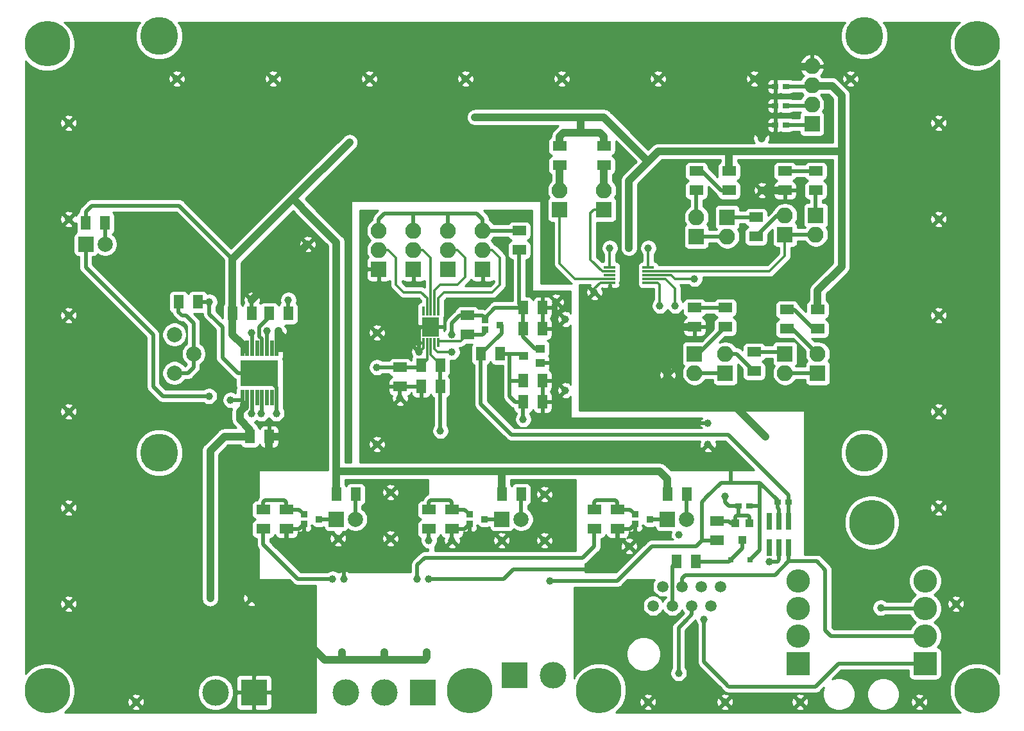
<source format=gtl>
G04 #@! TF.GenerationSoftware,KiCad,Pcbnew,(5.1.6)-1*
G04 #@! TF.CreationDate,2022-03-27T18:43:43+02:00*
G04 #@! TF.ProjectId,signalization_by_fireplace,7369676e-616c-4697-9a61-74696f6e5f62,rev?*
G04 #@! TF.SameCoordinates,Original*
G04 #@! TF.FileFunction,Copper,L1,Top*
G04 #@! TF.FilePolarity,Positive*
%FSLAX46Y46*%
G04 Gerber Fmt 4.6, Leading zero omitted, Abs format (unit mm)*
G04 Created by KiCad (PCBNEW (5.1.6)-1) date 2022-03-27 18:43:43*
%MOMM*%
%LPD*%
G01*
G04 APERTURE LIST*
G04 #@! TA.AperFunction,ComponentPad*
%ADD10O,2.100000X2.100000*%
G04 #@! TD*
G04 #@! TA.AperFunction,ComponentPad*
%ADD11R,2.100000X2.100000*%
G04 #@! TD*
G04 #@! TA.AperFunction,SMDPad,CuDef*
%ADD12R,0.800000X0.800000*%
G04 #@! TD*
G04 #@! TA.AperFunction,ComponentPad*
%ADD13C,1.000000*%
G04 #@! TD*
G04 #@! TA.AperFunction,ComponentPad*
%ADD14C,2.000000*%
G04 #@! TD*
G04 #@! TA.AperFunction,SMDPad,CuDef*
%ADD15R,0.500000X2.000000*%
G04 #@! TD*
G04 #@! TA.AperFunction,SMDPad,CuDef*
%ADD16R,5.000000X3.400000*%
G04 #@! TD*
G04 #@! TA.AperFunction,SMDPad,CuDef*
%ADD17R,1.500000X0.350000*%
G04 #@! TD*
G04 #@! TA.AperFunction,SMDPad,CuDef*
%ADD18R,0.900000X0.900000*%
G04 #@! TD*
G04 #@! TA.AperFunction,SMDPad,CuDef*
%ADD19R,0.350000X1.200000*%
G04 #@! TD*
G04 #@! TA.AperFunction,SMDPad,CuDef*
%ADD20R,2.300000X2.600000*%
G04 #@! TD*
G04 #@! TA.AperFunction,SMDPad,CuDef*
%ADD21C,0.100000*%
G04 #@! TD*
G04 #@! TA.AperFunction,SMDPad,CuDef*
%ADD22R,1.000000X1.000000*%
G04 #@! TD*
G04 #@! TA.AperFunction,SMDPad,CuDef*
%ADD23R,0.900000X0.800000*%
G04 #@! TD*
G04 #@! TA.AperFunction,ComponentPad*
%ADD24C,5.000000*%
G04 #@! TD*
G04 #@! TA.AperFunction,ComponentPad*
%ADD25C,6.000000*%
G04 #@! TD*
G04 #@! TA.AperFunction,ComponentPad*
%ADD26O,3.100000X3.100000*%
G04 #@! TD*
G04 #@! TA.AperFunction,ComponentPad*
%ADD27R,3.100000X3.100000*%
G04 #@! TD*
G04 #@! TA.AperFunction,SMDPad,CuDef*
%ADD28R,1.300000X1.000000*%
G04 #@! TD*
G04 #@! TA.AperFunction,ComponentPad*
%ADD29C,3.500000*%
G04 #@! TD*
G04 #@! TA.AperFunction,ComponentPad*
%ADD30R,3.500000X3.500000*%
G04 #@! TD*
G04 #@! TA.AperFunction,ComponentPad*
%ADD31C,1.500000*%
G04 #@! TD*
G04 #@! TA.AperFunction,ComponentPad*
%ADD32R,2.000000X2.000000*%
G04 #@! TD*
G04 #@! TA.AperFunction,SMDPad,CuDef*
%ADD33R,0.800000X2.200000*%
G04 #@! TD*
G04 #@! TA.AperFunction,Conductor*
%ADD34C,0.500000*%
G04 #@! TD*
G04 #@! TA.AperFunction,Conductor*
%ADD35C,1.000000*%
G04 #@! TD*
G04 #@! TA.AperFunction,Conductor*
%ADD36C,0.400000*%
G04 #@! TD*
G04 #@! TA.AperFunction,Conductor*
%ADD37C,0.350000*%
G04 #@! TD*
G04 #@! TA.AperFunction,Conductor*
%ADD38C,0.250000*%
G04 #@! TD*
G04 #@! TA.AperFunction,Conductor*
%ADD39C,0.200000*%
G04 #@! TD*
G04 #@! TA.AperFunction,Conductor*
%ADD40C,0.300000*%
G04 #@! TD*
G04 #@! TA.AperFunction,Conductor*
%ADD41C,0.254000*%
G04 #@! TD*
G04 APERTURE END LIST*
D10*
X242575200Y-80119740D03*
X242575200Y-75039740D03*
D11*
X242575200Y-82659740D03*
D10*
X242575200Y-77579740D03*
D12*
X231838500Y-140208000D03*
X234378500Y-140208000D03*
D13*
X247650000Y-76708000D03*
X144462500Y-95250000D03*
X158750000Y-76708000D03*
D14*
X160985200Y-113030000D03*
X158432500Y-115570000D03*
X158432500Y-110490000D03*
D13*
X171894500Y-120904000D03*
D15*
X170647000Y-112320000D03*
X171947000Y-118820000D03*
X168047000Y-112320000D03*
D16*
X169672000Y-115570000D03*
D15*
X168697000Y-118820000D03*
X170647000Y-118820000D03*
X169997000Y-112320000D03*
X167397000Y-118820000D03*
X169347000Y-118820000D03*
X169997000Y-118820000D03*
X171297000Y-118820000D03*
X168047000Y-118820000D03*
X171947000Y-112320000D03*
X171297000Y-112320000D03*
X169347000Y-112320000D03*
X168697000Y-112320000D03*
X167397000Y-112320000D03*
D17*
X220980000Y-101616000D03*
X220980000Y-102116000D03*
X220980000Y-102616000D03*
X220980000Y-103116000D03*
X220980000Y-103616000D03*
X215900000Y-103616000D03*
X215900000Y-103116000D03*
X215900000Y-102616000D03*
X215900000Y-101616000D03*
X215900000Y-102116000D03*
D18*
X199406000Y-109870000D03*
X201406000Y-109220000D03*
X199406000Y-108570000D03*
D19*
X193278000Y-111566960D03*
X193278000Y-107381040D03*
X192778000Y-107381040D03*
X192278000Y-107381040D03*
X191778000Y-107381040D03*
D20*
X192278000Y-109474000D03*
D19*
X191278000Y-107381040D03*
X191277240Y-111566960D03*
X191778000Y-111566960D03*
X192778000Y-111566960D03*
X192278000Y-111566960D03*
D13*
X168592500Y-145288000D03*
X163157337Y-145326037D03*
G04 #@! TA.AperFunction,SMDPad,CuDef*
D21*
G36*
X229160500Y-137018000D02*
G01*
X230960500Y-137018000D01*
X230960500Y-138318000D01*
X229160500Y-138318000D01*
X229160500Y-137018000D01*
G37*
G04 #@! TD.AperFunction*
G04 #@! TA.AperFunction,SMDPad,CuDef*
G36*
X229160500Y-134478000D02*
G01*
X230960500Y-134478000D01*
X230960500Y-135778000D01*
X229160500Y-135778000D01*
X229160500Y-134478000D01*
G37*
G04 #@! TD.AperFunction*
G04 #@! TA.AperFunction,SMDPad,CuDef*
G36*
X226616500Y-141362000D02*
G01*
X226616500Y-139562000D01*
X227916500Y-139562000D01*
X227916500Y-141362000D01*
X226616500Y-141362000D01*
G37*
G04 #@! TD.AperFunction*
G04 #@! TA.AperFunction,SMDPad,CuDef*
G36*
X224076500Y-141362000D02*
G01*
X224076500Y-139562000D01*
X225376500Y-139562000D01*
X225376500Y-141362000D01*
X224076500Y-141362000D01*
G37*
G04 #@! TD.AperFunction*
D22*
X233362500Y-137598000D03*
X232412500Y-135398000D03*
X234312500Y-135398000D03*
D23*
X238035000Y-132588000D03*
X239485000Y-132588000D03*
X234341500Y-133096000D03*
X232891500Y-133096000D03*
X237717500Y-82804000D03*
X239167500Y-82804000D03*
X237717500Y-80264000D03*
X239167500Y-80264000D03*
X237717500Y-77724000D03*
X239167500Y-77724000D03*
D24*
X156424000Y-126080000D03*
X249468000Y-126080000D03*
X249468000Y-71080000D03*
X156424000Y-71080000D03*
D25*
X141668500Y-157533922D03*
X197400000Y-157480000D03*
X214460000Y-157480000D03*
X250460500Y-135302000D03*
X264350500Y-157480000D03*
X264350500Y-72073441D03*
X141668500Y-72106428D03*
D13*
X153352500Y-159004000D03*
X240982500Y-159004000D03*
X256730500Y-159004000D03*
D26*
X257492500Y-143004000D03*
X257492500Y-146644000D03*
D27*
X257492500Y-153924000D03*
D26*
X257492500Y-150284000D03*
X240792000Y-143004000D03*
X240792000Y-146644000D03*
D27*
X240792000Y-153924000D03*
D26*
X240792000Y-150284000D03*
D13*
X207264000Y-137668000D03*
X186944000Y-131318000D03*
X186944000Y-137414000D03*
X180022500Y-137414000D03*
X225044000Y-136906000D03*
X218440000Y-138430000D03*
X207264000Y-131572000D03*
X201612500Y-137668000D03*
X261556500Y-146050000D03*
X234950000Y-76708000D03*
X184150000Y-76708000D03*
X171450000Y-76708000D03*
X144462500Y-107950000D03*
X144462500Y-120650000D03*
X210058000Y-117856000D03*
X210058000Y-108458000D03*
X185166000Y-110236000D03*
X185166000Y-124968000D03*
X220916500Y-159004000D03*
X231076500Y-159004000D03*
X259270500Y-133350000D03*
X259270500Y-120650000D03*
X259270500Y-107950000D03*
X259270500Y-95250000D03*
X259270500Y-82550000D03*
X222250000Y-76708000D03*
X209550000Y-76708000D03*
X196850000Y-76708000D03*
X144462500Y-82550000D03*
X144462500Y-133350000D03*
X144462500Y-146050000D03*
X208026000Y-143002000D03*
X180530500Y-152400000D03*
X186182000Y-152400000D03*
X191770000Y-152400000D03*
X190500000Y-142748000D03*
X192024000Y-142748000D03*
X180848000Y-142748000D03*
X179324000Y-142748000D03*
X195072000Y-137668000D03*
X192024000Y-137668000D03*
X251650500Y-146558000D03*
X224980500Y-155194000D03*
X228346000Y-148082000D03*
X236982000Y-140462000D03*
X231076500Y-131826000D03*
X228854000Y-124968000D03*
X228854000Y-122174000D03*
X236474000Y-123952000D03*
X223520000Y-115824000D03*
X224536000Y-106680000D03*
X222504000Y-106680000D03*
X213868000Y-104902000D03*
X215900000Y-99060000D03*
X218440000Y-99060000D03*
X220980000Y-99060000D03*
X227076000Y-103124000D03*
X235966000Y-91440000D03*
X235902500Y-84582000D03*
X198120000Y-81788000D03*
X181546500Y-85090000D03*
X195072000Y-110490000D03*
X208788000Y-106172000D03*
X190754000Y-112776000D03*
X195072000Y-112776000D03*
X204470000Y-121666000D03*
X193548000Y-123190000D03*
X168656000Y-110236000D03*
X163004500Y-118618000D03*
X176022000Y-98552000D03*
X173482000Y-105918000D03*
X163068000Y-106172000D03*
X185166000Y-114808000D03*
X168656000Y-105918000D03*
X172212000Y-109982000D03*
X170688000Y-109982000D03*
X188214000Y-118872000D03*
X165862000Y-119126000D03*
X169926000Y-120904000D03*
X168656000Y-120904000D03*
G04 #@! TA.AperFunction,SMDPad,CuDef*
D21*
G36*
X234050000Y-114666000D02*
G01*
X235850000Y-114666000D01*
X235850000Y-115966000D01*
X234050000Y-115966000D01*
X234050000Y-114666000D01*
G37*
G04 #@! TD.AperFunction*
G04 #@! TA.AperFunction,SMDPad,CuDef*
G36*
X234050000Y-112126000D02*
G01*
X235850000Y-112126000D01*
X235850000Y-113426000D01*
X234050000Y-113426000D01*
X234050000Y-112126000D01*
G37*
G04 #@! TD.AperFunction*
G04 #@! TA.AperFunction,SMDPad,CuDef*
G36*
X212968000Y-135494000D02*
G01*
X214768000Y-135494000D01*
X214768000Y-136794000D01*
X212968000Y-136794000D01*
X212968000Y-135494000D01*
G37*
G04 #@! TD.AperFunction*
G04 #@! TA.AperFunction,SMDPad,CuDef*
G36*
X212968000Y-132954000D02*
G01*
X214768000Y-132954000D01*
X214768000Y-134254000D01*
X212968000Y-134254000D01*
X212968000Y-132954000D01*
G37*
G04 #@! TD.AperFunction*
G04 #@! TA.AperFunction,SMDPad,CuDef*
G36*
X191124000Y-135494000D02*
G01*
X192924000Y-135494000D01*
X192924000Y-136794000D01*
X191124000Y-136794000D01*
X191124000Y-135494000D01*
G37*
G04 #@! TD.AperFunction*
G04 #@! TA.AperFunction,SMDPad,CuDef*
G36*
X191124000Y-132954000D02*
G01*
X192924000Y-132954000D01*
X192924000Y-134254000D01*
X191124000Y-134254000D01*
X191124000Y-132954000D01*
G37*
G04 #@! TD.AperFunction*
G04 #@! TA.AperFunction,SMDPad,CuDef*
G36*
X169280000Y-135494000D02*
G01*
X171080000Y-135494000D01*
X171080000Y-136794000D01*
X169280000Y-136794000D01*
X169280000Y-135494000D01*
G37*
G04 #@! TD.AperFunction*
G04 #@! TA.AperFunction,SMDPad,CuDef*
G36*
X169280000Y-132954000D02*
G01*
X171080000Y-132954000D01*
X171080000Y-134254000D01*
X169280000Y-134254000D01*
X169280000Y-132954000D01*
G37*
G04 #@! TD.AperFunction*
D28*
X206740000Y-114234000D03*
X204540000Y-113284000D03*
X206740000Y-112334000D03*
G04 #@! TA.AperFunction,SMDPad,CuDef*
D21*
G36*
X148638500Y-96658000D02*
G01*
X148638500Y-94858000D01*
X149938500Y-94858000D01*
X149938500Y-96658000D01*
X148638500Y-96658000D01*
G37*
G04 #@! TD.AperFunction*
G04 #@! TA.AperFunction,SMDPad,CuDef*
G36*
X146098500Y-96658000D02*
G01*
X146098500Y-94858000D01*
X147398500Y-94858000D01*
X147398500Y-96658000D01*
X146098500Y-96658000D01*
G37*
G04 #@! TD.AperFunction*
G04 #@! TA.AperFunction,SMDPad,CuDef*
G36*
X199532000Y-112130000D02*
G01*
X199532000Y-113930000D01*
X198232000Y-113930000D01*
X198232000Y-112130000D01*
X199532000Y-112130000D01*
G37*
G04 #@! TD.AperFunction*
G04 #@! TA.AperFunction,SMDPad,CuDef*
G36*
X202072000Y-112130000D02*
G01*
X202072000Y-113930000D01*
X200772000Y-113930000D01*
X200772000Y-112130000D01*
X202072000Y-112130000D01*
G37*
G04 #@! TD.AperFunction*
G04 #@! TA.AperFunction,SMDPad,CuDef*
G36*
X159654000Y-105272000D02*
G01*
X159654000Y-107072000D01*
X158354000Y-107072000D01*
X158354000Y-105272000D01*
X159654000Y-105272000D01*
G37*
G04 #@! TD.AperFunction*
G04 #@! TA.AperFunction,SMDPad,CuDef*
G36*
X162194000Y-105272000D02*
G01*
X162194000Y-107072000D01*
X160894000Y-107072000D01*
X160894000Y-105272000D01*
X162194000Y-105272000D01*
G37*
G04 #@! TD.AperFunction*
G04 #@! TA.AperFunction,SMDPad,CuDef*
G36*
X196204000Y-109840000D02*
G01*
X198004000Y-109840000D01*
X198004000Y-111140000D01*
X196204000Y-111140000D01*
X196204000Y-109840000D01*
G37*
G04 #@! TD.AperFunction*
G04 #@! TA.AperFunction,SMDPad,CuDef*
G36*
X196204000Y-107300000D02*
G01*
X198004000Y-107300000D01*
X198004000Y-108600000D01*
X196204000Y-108600000D01*
X196204000Y-107300000D01*
G37*
G04 #@! TD.AperFunction*
G04 #@! TA.AperFunction,SMDPad,CuDef*
G36*
X204862000Y-97424000D02*
G01*
X203062000Y-97424000D01*
X203062000Y-96124000D01*
X204862000Y-96124000D01*
X204862000Y-97424000D01*
G37*
G04 #@! TD.AperFunction*
G04 #@! TA.AperFunction,SMDPad,CuDef*
G36*
X204862000Y-99964000D02*
G01*
X203062000Y-99964000D01*
X203062000Y-98664000D01*
X204862000Y-98664000D01*
X204862000Y-99964000D01*
G37*
G04 #@! TD.AperFunction*
G04 #@! TA.AperFunction,SMDPad,CuDef*
G36*
X225410000Y-132472000D02*
G01*
X225410000Y-130672000D01*
X226710000Y-130672000D01*
X226710000Y-132472000D01*
X225410000Y-132472000D01*
G37*
G04 #@! TD.AperFunction*
G04 #@! TA.AperFunction,SMDPad,CuDef*
G36*
X222870000Y-132472000D02*
G01*
X222870000Y-130672000D01*
X224170000Y-130672000D01*
X224170000Y-132472000D01*
X222870000Y-132472000D01*
G37*
G04 #@! TD.AperFunction*
G04 #@! TA.AperFunction,SMDPad,CuDef*
G36*
X216016000Y-135494000D02*
G01*
X217816000Y-135494000D01*
X217816000Y-136794000D01*
X216016000Y-136794000D01*
X216016000Y-135494000D01*
G37*
G04 #@! TD.AperFunction*
G04 #@! TA.AperFunction,SMDPad,CuDef*
G36*
X216016000Y-132954000D02*
G01*
X217816000Y-132954000D01*
X217816000Y-134254000D01*
X216016000Y-134254000D01*
X216016000Y-132954000D01*
G37*
G04 #@! TD.AperFunction*
G04 #@! TA.AperFunction,SMDPad,CuDef*
G36*
X238114000Y-90790000D02*
G01*
X239914000Y-90790000D01*
X239914000Y-92090000D01*
X238114000Y-92090000D01*
X238114000Y-90790000D01*
G37*
G04 #@! TD.AperFunction*
G04 #@! TA.AperFunction,SMDPad,CuDef*
G36*
X238114000Y-88250000D02*
G01*
X239914000Y-88250000D01*
X239914000Y-89550000D01*
X238114000Y-89550000D01*
X238114000Y-88250000D01*
G37*
G04 #@! TD.AperFunction*
G04 #@! TA.AperFunction,SMDPad,CuDef*
G36*
X243978000Y-89550000D02*
G01*
X242178000Y-89550000D01*
X242178000Y-88250000D01*
X243978000Y-88250000D01*
X243978000Y-89550000D01*
G37*
G04 #@! TD.AperFunction*
G04 #@! TA.AperFunction,SMDPad,CuDef*
G36*
X243978000Y-92090000D02*
G01*
X242178000Y-92090000D01*
X242178000Y-90790000D01*
X243978000Y-90790000D01*
X243978000Y-92090000D01*
G37*
G04 #@! TD.AperFunction*
G04 #@! TA.AperFunction,SMDPad,CuDef*
G36*
X234304000Y-96886000D02*
G01*
X236104000Y-96886000D01*
X236104000Y-98186000D01*
X234304000Y-98186000D01*
X234304000Y-96886000D01*
G37*
G04 #@! TD.AperFunction*
G04 #@! TA.AperFunction,SMDPad,CuDef*
G36*
X234304000Y-94346000D02*
G01*
X236104000Y-94346000D01*
X236104000Y-95646000D01*
X234304000Y-95646000D01*
X234304000Y-94346000D01*
G37*
G04 #@! TD.AperFunction*
G04 #@! TA.AperFunction,SMDPad,CuDef*
G36*
X226430000Y-90790000D02*
G01*
X228230000Y-90790000D01*
X228230000Y-92090000D01*
X226430000Y-92090000D01*
X226430000Y-90790000D01*
G37*
G04 #@! TD.AperFunction*
G04 #@! TA.AperFunction,SMDPad,CuDef*
G36*
X226430000Y-88250000D02*
G01*
X228230000Y-88250000D01*
X228230000Y-89550000D01*
X226430000Y-89550000D01*
X226430000Y-88250000D01*
G37*
G04 #@! TD.AperFunction*
G04 #@! TA.AperFunction,SMDPad,CuDef*
G36*
X230748000Y-90790000D02*
G01*
X232548000Y-90790000D01*
X232548000Y-92090000D01*
X230748000Y-92090000D01*
X230748000Y-90790000D01*
G37*
G04 #@! TD.AperFunction*
G04 #@! TA.AperFunction,SMDPad,CuDef*
G36*
X230748000Y-88250000D02*
G01*
X232548000Y-88250000D01*
X232548000Y-89550000D01*
X230748000Y-89550000D01*
X230748000Y-88250000D01*
G37*
G04 #@! TD.AperFunction*
G04 #@! TA.AperFunction,SMDPad,CuDef*
G36*
X203566000Y-132472000D02*
G01*
X203566000Y-130672000D01*
X204866000Y-130672000D01*
X204866000Y-132472000D01*
X203566000Y-132472000D01*
G37*
G04 #@! TD.AperFunction*
G04 #@! TA.AperFunction,SMDPad,CuDef*
G36*
X201026000Y-132472000D02*
G01*
X201026000Y-130672000D01*
X202326000Y-130672000D01*
X202326000Y-132472000D01*
X201026000Y-132472000D01*
G37*
G04 #@! TD.AperFunction*
G04 #@! TA.AperFunction,SMDPad,CuDef*
G36*
X194172000Y-135494000D02*
G01*
X195972000Y-135494000D01*
X195972000Y-136794000D01*
X194172000Y-136794000D01*
X194172000Y-135494000D01*
G37*
G04 #@! TD.AperFunction*
G04 #@! TA.AperFunction,SMDPad,CuDef*
G36*
X194172000Y-132954000D02*
G01*
X195972000Y-132954000D01*
X195972000Y-134254000D01*
X194172000Y-134254000D01*
X194172000Y-132954000D01*
G37*
G04 #@! TD.AperFunction*
G04 #@! TA.AperFunction,SMDPad,CuDef*
G36*
X226176000Y-108824000D02*
G01*
X227976000Y-108824000D01*
X227976000Y-110124000D01*
X226176000Y-110124000D01*
X226176000Y-108824000D01*
G37*
G04 #@! TD.AperFunction*
G04 #@! TA.AperFunction,SMDPad,CuDef*
G36*
X226176000Y-106284000D02*
G01*
X227976000Y-106284000D01*
X227976000Y-107584000D01*
X226176000Y-107584000D01*
X226176000Y-106284000D01*
G37*
G04 #@! TD.AperFunction*
G04 #@! TA.AperFunction,SMDPad,CuDef*
G36*
X232040000Y-107584000D02*
G01*
X230240000Y-107584000D01*
X230240000Y-106284000D01*
X232040000Y-106284000D01*
X232040000Y-107584000D01*
G37*
G04 #@! TD.AperFunction*
G04 #@! TA.AperFunction,SMDPad,CuDef*
G36*
X232040000Y-110124000D02*
G01*
X230240000Y-110124000D01*
X230240000Y-108824000D01*
X232040000Y-108824000D01*
X232040000Y-110124000D01*
G37*
G04 #@! TD.AperFunction*
G04 #@! TA.AperFunction,SMDPad,CuDef*
G36*
X238368000Y-109078000D02*
G01*
X240168000Y-109078000D01*
X240168000Y-110378000D01*
X238368000Y-110378000D01*
X238368000Y-109078000D01*
G37*
G04 #@! TD.AperFunction*
G04 #@! TA.AperFunction,SMDPad,CuDef*
G36*
X238368000Y-106538000D02*
G01*
X240168000Y-106538000D01*
X240168000Y-107838000D01*
X238368000Y-107838000D01*
X238368000Y-106538000D01*
G37*
G04 #@! TD.AperFunction*
G04 #@! TA.AperFunction,SMDPad,CuDef*
G36*
X242432000Y-109078000D02*
G01*
X244232000Y-109078000D01*
X244232000Y-110378000D01*
X242432000Y-110378000D01*
X242432000Y-109078000D01*
G37*
G04 #@! TD.AperFunction*
G04 #@! TA.AperFunction,SMDPad,CuDef*
G36*
X242432000Y-106538000D02*
G01*
X244232000Y-106538000D01*
X244232000Y-107838000D01*
X242432000Y-107838000D01*
X242432000Y-106538000D01*
G37*
G04 #@! TD.AperFunction*
G04 #@! TA.AperFunction,SMDPad,CuDef*
G36*
X181722000Y-132472000D02*
G01*
X181722000Y-130672000D01*
X183022000Y-130672000D01*
X183022000Y-132472000D01*
X181722000Y-132472000D01*
G37*
G04 #@! TD.AperFunction*
G04 #@! TA.AperFunction,SMDPad,CuDef*
G36*
X179182000Y-132472000D02*
G01*
X179182000Y-130672000D01*
X180482000Y-130672000D01*
X180482000Y-132472000D01*
X179182000Y-132472000D01*
G37*
G04 #@! TD.AperFunction*
G04 #@! TA.AperFunction,SMDPad,CuDef*
G36*
X172328000Y-135494000D02*
G01*
X174128000Y-135494000D01*
X174128000Y-136794000D01*
X172328000Y-136794000D01*
X172328000Y-135494000D01*
G37*
G04 #@! TD.AperFunction*
G04 #@! TA.AperFunction,SMDPad,CuDef*
G36*
X172328000Y-132954000D02*
G01*
X174128000Y-132954000D01*
X174128000Y-134254000D01*
X172328000Y-134254000D01*
X172328000Y-132954000D01*
G37*
G04 #@! TD.AperFunction*
G04 #@! TA.AperFunction,SMDPad,CuDef*
G36*
X214238000Y-87488000D02*
G01*
X216038000Y-87488000D01*
X216038000Y-88788000D01*
X214238000Y-88788000D01*
X214238000Y-87488000D01*
G37*
G04 #@! TD.AperFunction*
G04 #@! TA.AperFunction,SMDPad,CuDef*
G36*
X214238000Y-84948000D02*
G01*
X216038000Y-84948000D01*
X216038000Y-86248000D01*
X214238000Y-86248000D01*
X214238000Y-84948000D01*
G37*
G04 #@! TD.AperFunction*
G04 #@! TA.AperFunction,SMDPad,CuDef*
G36*
X208396000Y-87488000D02*
G01*
X210196000Y-87488000D01*
X210196000Y-88788000D01*
X208396000Y-88788000D01*
X208396000Y-87488000D01*
G37*
G04 #@! TD.AperFunction*
G04 #@! TA.AperFunction,SMDPad,CuDef*
G36*
X208396000Y-84948000D02*
G01*
X210196000Y-84948000D01*
X210196000Y-86248000D01*
X208396000Y-86248000D01*
X208396000Y-84948000D01*
G37*
G04 #@! TD.AperFunction*
D18*
X219218000Y-135524000D03*
X221218000Y-134874000D03*
X219218000Y-134224000D03*
X197374000Y-135524000D03*
X199374000Y-134874000D03*
X197374000Y-134224000D03*
X175530000Y-135524000D03*
X177530000Y-134874000D03*
X175530000Y-134224000D03*
D11*
X185420000Y-101854000D03*
D10*
X185420000Y-96774000D03*
X185420000Y-99314000D03*
D11*
X189992000Y-101854000D03*
D10*
X189992000Y-96774000D03*
X189992000Y-99314000D03*
D11*
X194564000Y-101854000D03*
D10*
X194564000Y-96774000D03*
X194564000Y-99314000D03*
D11*
X199136000Y-101854000D03*
D10*
X199136000Y-96774000D03*
X199136000Y-99314000D03*
X243078000Y-97282000D03*
D11*
X243078000Y-94742000D03*
D10*
X239014000Y-94742000D03*
D11*
X239014000Y-97282000D03*
D10*
X231394000Y-97536000D03*
D11*
X231394000Y-94996000D03*
D10*
X227330000Y-94996000D03*
D11*
X227330000Y-97536000D03*
D10*
X227076000Y-115570000D03*
D11*
X227076000Y-113030000D03*
D10*
X231140000Y-113030000D03*
D11*
X231140000Y-115570000D03*
D10*
X239014000Y-115570000D03*
D11*
X239014000Y-113030000D03*
D10*
X243332000Y-113030000D03*
D11*
X243332000Y-115570000D03*
D10*
X215138000Y-91440000D03*
D11*
X215138000Y-93980000D03*
D10*
X209296000Y-91440000D03*
D11*
X209296000Y-93980000D03*
D29*
X163860000Y-157734000D03*
D30*
X168940000Y-157734000D03*
X203360000Y-155448000D03*
D29*
X208440000Y-155448000D03*
D31*
X224156000Y-146304000D03*
X230506000Y-143764000D03*
X229236000Y-146304000D03*
X222886000Y-143764000D03*
X226696000Y-146304000D03*
X225426000Y-143764000D03*
X227966000Y-143764000D03*
X221616000Y-146304000D03*
D29*
X186150000Y-157734000D03*
D30*
X191230000Y-157734000D03*
D29*
X181070000Y-157734000D03*
D32*
X146748500Y-98552000D03*
D14*
X149288500Y-98552000D03*
X226060000Y-134874000D03*
D32*
X223520000Y-134874000D03*
D14*
X204194000Y-134874000D03*
D32*
X201654000Y-134874000D03*
D14*
X182328000Y-134874000D03*
D32*
X179788000Y-134874000D03*
D33*
X238252000Y-135178800D03*
X236982000Y-135178800D03*
X239522000Y-135178800D03*
X236982000Y-138633200D03*
X238252000Y-138633200D03*
X239522000Y-138633200D03*
G04 #@! TA.AperFunction,SMDPad,CuDef*
D21*
G36*
X168006000Y-108596000D02*
G01*
X168006000Y-106796000D01*
X169306000Y-106796000D01*
X169306000Y-108596000D01*
X168006000Y-108596000D01*
G37*
G04 #@! TD.AperFunction*
G04 #@! TA.AperFunction,SMDPad,CuDef*
G36*
X165466000Y-108596000D02*
G01*
X165466000Y-106796000D01*
X166766000Y-106796000D01*
X166766000Y-108596000D01*
X165466000Y-108596000D01*
G37*
G04 #@! TD.AperFunction*
G04 #@! TA.AperFunction,SMDPad,CuDef*
G36*
X172832000Y-108596000D02*
G01*
X172832000Y-106796000D01*
X174132000Y-106796000D01*
X174132000Y-108596000D01*
X172832000Y-108596000D01*
G37*
G04 #@! TD.AperFunction*
G04 #@! TA.AperFunction,SMDPad,CuDef*
G36*
X170292000Y-108596000D02*
G01*
X170292000Y-106796000D01*
X171592000Y-106796000D01*
X171592000Y-108596000D01*
X170292000Y-108596000D01*
G37*
G04 #@! TD.AperFunction*
G04 #@! TA.AperFunction,SMDPad,CuDef*
G36*
X170292000Y-124852000D02*
G01*
X170292000Y-123052000D01*
X171592000Y-123052000D01*
X171592000Y-124852000D01*
X170292000Y-124852000D01*
G37*
G04 #@! TD.AperFunction*
G04 #@! TA.AperFunction,SMDPad,CuDef*
G36*
X167752000Y-124852000D02*
G01*
X167752000Y-123052000D01*
X169052000Y-123052000D01*
X169052000Y-124852000D01*
X167752000Y-124852000D01*
G37*
G04 #@! TD.AperFunction*
G04 #@! TA.AperFunction,SMDPad,CuDef*
G36*
X206360000Y-107834000D02*
G01*
X206360000Y-106034000D01*
X207660000Y-106034000D01*
X207660000Y-107834000D01*
X206360000Y-107834000D01*
G37*
G04 #@! TD.AperFunction*
G04 #@! TA.AperFunction,SMDPad,CuDef*
G36*
X203820000Y-107834000D02*
G01*
X203820000Y-106034000D01*
X205120000Y-106034000D01*
X205120000Y-107834000D01*
X203820000Y-107834000D01*
G37*
G04 #@! TD.AperFunction*
G04 #@! TA.AperFunction,SMDPad,CuDef*
G36*
X206360000Y-110628000D02*
G01*
X206360000Y-108828000D01*
X207660000Y-108828000D01*
X207660000Y-110628000D01*
X206360000Y-110628000D01*
G37*
G04 #@! TD.AperFunction*
G04 #@! TA.AperFunction,SMDPad,CuDef*
G36*
X203820000Y-110628000D02*
G01*
X203820000Y-108828000D01*
X205120000Y-108828000D01*
X205120000Y-110628000D01*
X203820000Y-110628000D01*
G37*
G04 #@! TD.AperFunction*
G04 #@! TA.AperFunction,SMDPad,CuDef*
G36*
X191658000Y-116448000D02*
G01*
X191658000Y-118248000D01*
X190358000Y-118248000D01*
X190358000Y-116448000D01*
X191658000Y-116448000D01*
G37*
G04 #@! TD.AperFunction*
G04 #@! TA.AperFunction,SMDPad,CuDef*
G36*
X194198000Y-116448000D02*
G01*
X194198000Y-118248000D01*
X192898000Y-118248000D01*
X192898000Y-116448000D01*
X194198000Y-116448000D01*
G37*
G04 #@! TD.AperFunction*
G04 #@! TA.AperFunction,SMDPad,CuDef*
G36*
X192898000Y-115454000D02*
G01*
X192898000Y-113654000D01*
X194198000Y-113654000D01*
X194198000Y-115454000D01*
X192898000Y-115454000D01*
G37*
G04 #@! TD.AperFunction*
G04 #@! TA.AperFunction,SMDPad,CuDef*
G36*
X190358000Y-115454000D02*
G01*
X190358000Y-113654000D01*
X191658000Y-113654000D01*
X191658000Y-115454000D01*
X190358000Y-115454000D01*
G37*
G04 #@! TD.AperFunction*
G04 #@! TA.AperFunction,SMDPad,CuDef*
G36*
X189114000Y-115458000D02*
G01*
X187314000Y-115458000D01*
X187314000Y-114158000D01*
X189114000Y-114158000D01*
X189114000Y-115458000D01*
G37*
G04 #@! TD.AperFunction*
G04 #@! TA.AperFunction,SMDPad,CuDef*
G36*
X189114000Y-117998000D02*
G01*
X187314000Y-117998000D01*
X187314000Y-116698000D01*
X189114000Y-116698000D01*
X189114000Y-117998000D01*
G37*
G04 #@! TD.AperFunction*
G04 #@! TA.AperFunction,SMDPad,CuDef*
G36*
X206360000Y-117486000D02*
G01*
X206360000Y-115686000D01*
X207660000Y-115686000D01*
X207660000Y-117486000D01*
X206360000Y-117486000D01*
G37*
G04 #@! TD.AperFunction*
G04 #@! TA.AperFunction,SMDPad,CuDef*
G36*
X203820000Y-117486000D02*
G01*
X203820000Y-115686000D01*
X205120000Y-115686000D01*
X205120000Y-117486000D01*
X203820000Y-117486000D01*
G37*
G04 #@! TD.AperFunction*
G04 #@! TA.AperFunction,SMDPad,CuDef*
G36*
X206360000Y-120280000D02*
G01*
X206360000Y-118480000D01*
X207660000Y-118480000D01*
X207660000Y-120280000D01*
X206360000Y-120280000D01*
G37*
G04 #@! TD.AperFunction*
G04 #@! TA.AperFunction,SMDPad,CuDef*
G36*
X203820000Y-120280000D02*
G01*
X203820000Y-118480000D01*
X205120000Y-118480000D01*
X205120000Y-120280000D01*
X203820000Y-120280000D01*
G37*
G04 #@! TD.AperFunction*
D34*
X171947000Y-112320000D02*
X172772000Y-112320000D01*
X168656000Y-105918000D02*
X168656000Y-107696000D01*
D35*
X236474000Y-123952000D02*
X232410000Y-119888000D01*
X232410000Y-119888000D02*
X225298000Y-119888000D01*
X225298000Y-119888000D02*
X223520000Y-118110000D01*
X225298000Y-109474000D02*
X227076000Y-109474000D01*
X223520000Y-111252000D02*
X225298000Y-109474000D01*
X223520000Y-118110000D02*
X223520000Y-115824000D01*
X223520000Y-115824000D02*
X223520000Y-111252000D01*
X239014000Y-91440000D02*
X235966000Y-91440000D01*
X168656000Y-105918000D02*
X176022000Y-98552000D01*
D36*
X171947000Y-109993000D02*
X172212000Y-109982000D01*
D35*
X172212000Y-109982000D02*
X172212000Y-110962001D01*
D34*
X172212000Y-110962001D02*
X171958000Y-111216001D01*
D37*
X171958000Y-112309000D02*
X171947000Y-112320000D01*
D34*
X171958000Y-111216001D02*
X171958000Y-112309000D01*
X237019000Y-80264000D02*
X237781000Y-80264000D01*
X237781000Y-82804000D02*
X236410500Y-82804000D01*
X237781000Y-80264000D02*
X235902500Y-80264000D01*
X235902500Y-80772000D02*
X235902500Y-81280000D01*
D35*
X236410500Y-75692000D02*
X235902500Y-76200000D01*
D34*
X235902500Y-78740000D02*
X235902500Y-79248000D01*
D35*
X235902500Y-79248000D02*
X235902500Y-81280000D01*
D34*
X237818000Y-77724000D02*
X236156500Y-77724000D01*
D35*
X235902500Y-78486000D02*
X235902500Y-79248000D01*
D34*
X235902500Y-78232000D02*
X236156500Y-78232000D01*
D35*
X235902500Y-76200000D02*
X235902500Y-78232000D01*
X235902500Y-81280000D02*
X235902500Y-82804000D01*
X235902500Y-82804000D02*
X235902500Y-83312000D01*
X168592500Y-145288000D02*
X168592500Y-143510000D01*
X168592500Y-143510000D02*
X167322500Y-142240000D01*
X167322500Y-142240000D02*
X166560500Y-141478000D01*
X170942000Y-123952000D02*
X170942000Y-126682500D01*
X166560500Y-131064000D02*
X166560500Y-131572000D01*
X170942000Y-126682500D02*
X166560500Y-131064000D01*
X166560500Y-141478000D02*
X166560500Y-131572000D01*
X168592500Y-145288000D02*
X172656500Y-145288000D01*
X172656500Y-145288000D02*
X174942500Y-147574000D01*
X174942500Y-147574000D02*
X174942500Y-150114000D01*
X174942500Y-150114000D02*
X177228500Y-152400000D01*
X191770000Y-152400000D02*
X191770000Y-153098500D01*
X191770000Y-153098500D02*
X191452500Y-153416000D01*
X178244500Y-153416000D02*
X177228500Y-152400000D01*
X186182000Y-153225500D02*
X186372500Y-153416000D01*
X186182000Y-152400000D02*
X186182000Y-153225500D01*
X191452500Y-153416000D02*
X186372500Y-153416000D01*
X180530500Y-153162000D02*
X180784500Y-153416000D01*
X180530500Y-152400000D02*
X180530500Y-153162000D01*
X186372500Y-153416000D02*
X180784500Y-153416000D01*
X180784500Y-153416000D02*
X178244500Y-153416000D01*
X235902500Y-84582000D02*
X235902500Y-83312000D01*
X170942000Y-123952000D02*
X173164500Y-123952000D01*
X173164500Y-123952000D02*
X175450500Y-121666000D01*
X175450500Y-121666000D02*
X175450500Y-114300000D01*
X173470500Y-112320000D02*
X172247001Y-112320000D01*
X175450500Y-114300000D02*
X173470500Y-112320000D01*
D37*
X213868000Y-104902000D02*
X213868000Y-104394000D01*
X214646000Y-103616000D02*
X215900000Y-103616000D01*
X213868000Y-104394000D02*
X214646000Y-103616000D01*
D35*
X235902500Y-78232000D02*
X235902500Y-78486000D01*
X173470500Y-112320000D02*
X173216500Y-112320000D01*
X172247001Y-111350501D02*
X172247001Y-110962001D01*
X172247001Y-111350501D02*
X172247001Y-111604501D01*
X237010500Y-75092000D02*
X235902500Y-76200000D01*
X242588000Y-75092000D02*
X237010500Y-75092000D01*
D36*
X168047000Y-112320000D02*
X167397000Y-112320000D01*
X167946000Y-112320000D02*
X168047000Y-112320000D01*
D35*
X231648000Y-88900000D02*
X231648000Y-88250000D01*
D37*
X215900000Y-101616000D02*
X215900000Y-99060000D01*
X220980000Y-101616000D02*
X220980000Y-99060000D01*
D34*
X223520000Y-131572000D02*
X223520000Y-130672000D01*
D35*
X223520000Y-130672000D02*
X223520000Y-129540000D01*
X223520000Y-129540000D02*
X222504000Y-128524000D01*
X201676000Y-131572000D02*
X201676000Y-128524000D01*
X222504000Y-128524000D02*
X201676000Y-128524000D01*
X201676000Y-128524000D02*
X184912000Y-128524000D01*
D34*
X184912000Y-128524000D02*
X184404000Y-128524000D01*
X180848000Y-128524000D02*
X181102000Y-128524000D01*
D35*
X181102000Y-128524000D02*
X184912000Y-128524000D01*
X179832000Y-131572000D02*
X179832000Y-128778000D01*
X180086000Y-128524000D02*
X181102000Y-128524000D01*
X166116000Y-107696000D02*
X166116000Y-105156000D01*
X212090000Y-81788000D02*
X198882000Y-81788000D01*
X198882000Y-81788000D02*
X198120000Y-81788000D01*
D34*
X176530000Y-94742000D02*
X176530000Y-94996000D01*
D35*
X176530000Y-94996000D02*
X179832000Y-98298000D01*
X179832000Y-98298000D02*
X179832000Y-128016000D01*
X179832000Y-128016000D02*
X179832000Y-128270000D01*
D34*
X179832000Y-128778000D02*
X179832000Y-128524000D01*
X179832000Y-128524000D02*
X179832000Y-128016000D01*
X220980000Y-87884000D02*
X219964000Y-88900000D01*
D35*
X215138000Y-81788000D02*
X212090000Y-81788000D01*
X220980000Y-87630000D02*
X215138000Y-81788000D01*
D34*
X220980000Y-87884000D02*
X220980000Y-87630000D01*
X180086000Y-128524000D02*
X179832000Y-128524000D01*
X146748500Y-95758000D02*
X146748500Y-94234000D01*
X147510500Y-93472000D02*
X148526500Y-93472000D01*
X146748500Y-94234000D02*
X147510500Y-93472000D01*
X148272500Y-93472000D02*
X148526500Y-93472000D01*
D35*
X179832000Y-128016000D02*
X179832000Y-128778000D01*
X218440000Y-90170000D02*
X220980000Y-87630000D01*
X218440000Y-99060000D02*
X218440000Y-90170000D01*
X221742000Y-86868000D02*
X220980000Y-87630000D01*
X222313500Y-86296500D02*
X221742000Y-86868000D01*
D34*
X231648000Y-86423500D02*
X231521000Y-86296500D01*
D35*
X231648000Y-87439500D02*
X231648000Y-86423500D01*
D34*
X231648000Y-88250000D02*
X231648000Y-87439500D01*
X231648000Y-87439500D02*
X231648000Y-86868000D01*
D35*
X231521000Y-86296500D02*
X222313500Y-86296500D01*
X166116000Y-107696000D02*
X166116000Y-110426500D01*
D34*
X166116000Y-110426500D02*
X166116000Y-110490000D01*
D35*
X167397000Y-111771000D02*
X166116000Y-110490000D01*
X167735250Y-112109250D02*
X167735250Y-112426750D01*
D34*
X167735250Y-112109250D02*
X167946000Y-112320000D01*
D35*
X167735250Y-112426750D02*
X167746990Y-112438490D01*
D34*
X166116000Y-110490000D02*
X167735250Y-112109250D01*
D35*
X243332000Y-107188000D02*
X243332000Y-104648000D01*
X231648000Y-88900000D02*
X231648000Y-87439500D01*
X212090000Y-81788000D02*
X212090000Y-83820000D01*
X214630000Y-83820000D02*
X215138000Y-84328000D01*
X212090000Y-83820000D02*
X214630000Y-83820000D01*
X215138000Y-85598000D02*
X215138000Y-84328000D01*
X209804000Y-83820000D02*
X209296000Y-84328000D01*
X212090000Y-83820000D02*
X209804000Y-83820000D01*
X209296000Y-85598000D02*
X209296000Y-84328000D01*
X166116000Y-105156000D02*
X166116000Y-100520500D01*
X174117000Y-92583000D02*
X176530000Y-94996000D01*
X174053500Y-92583000D02*
X174117000Y-92583000D01*
X174053500Y-92583000D02*
X181546500Y-85090000D01*
X166116000Y-100520500D02*
X174053500Y-92583000D01*
D34*
X159067500Y-93472000D02*
X166116000Y-100520500D01*
X153860500Y-93472000D02*
X159067500Y-93472000D01*
X153860500Y-93472000D02*
X154432000Y-93472000D01*
X148526500Y-93472000D02*
X153860500Y-93472000D01*
D35*
X242588000Y-77632000D02*
X245208500Y-77632000D01*
X246475250Y-78898750D02*
X246475250Y-101504750D01*
X245208500Y-77632000D02*
X246475250Y-78898750D01*
X243332000Y-104648000D02*
X246475250Y-101504750D01*
X231521000Y-86296500D02*
X246475250Y-86264750D01*
D34*
X242496000Y-77724000D02*
X242588000Y-77632000D01*
X239167500Y-77724000D02*
X242496000Y-77724000D01*
X242430940Y-77724000D02*
X242575200Y-77579740D01*
X239167500Y-77724000D02*
X242430940Y-77724000D01*
D38*
X193802000Y-101854000D02*
X195326000Y-101854000D01*
D37*
X191008000Y-112522000D02*
X191278000Y-112252000D01*
X191278000Y-112252000D02*
X191278000Y-111394000D01*
D38*
X190754000Y-112522000D02*
X191008000Y-112522000D01*
D34*
X188214000Y-117348000D02*
X188214000Y-118872000D01*
X188214000Y-117348000D02*
X191008000Y-117348000D01*
X207010000Y-119380000D02*
X208026000Y-119380000D01*
X207010000Y-116586000D02*
X208788000Y-116586000D01*
X207010000Y-109728000D02*
X208788000Y-109728000D01*
X207010000Y-106934000D02*
X208788000Y-106934000D01*
X208788000Y-109728000D02*
X208788000Y-106934000D01*
X208722000Y-114234000D02*
X208788000Y-114300000D01*
X206740000Y-114234000D02*
X208722000Y-114234000D01*
X208788000Y-116586000D02*
X208788000Y-114300000D01*
X208788000Y-114300000D02*
X208788000Y-109728000D01*
X238252000Y-133578800D02*
X238023200Y-133350000D01*
X238252000Y-135178800D02*
X238252000Y-133578800D01*
X238023200Y-132599800D02*
X238035000Y-132588000D01*
X238023200Y-133350000D02*
X238023200Y-132599800D01*
X238035000Y-132588000D02*
X238035000Y-132371000D01*
X238035000Y-132371000D02*
X235712000Y-130048000D01*
X208788000Y-118618000D02*
X208788000Y-118110000D01*
X208788000Y-118110000D02*
X208788000Y-116586000D01*
X208026000Y-119380000D02*
X208788000Y-119380000D01*
X208788000Y-119380000D02*
X208788000Y-118110000D01*
X208788000Y-106426000D02*
X208788000Y-106934000D01*
X208788000Y-106172000D02*
X208788000Y-106426000D01*
X208788000Y-121412000D02*
X208788000Y-119380000D01*
X209550000Y-122174000D02*
X208788000Y-121412000D01*
X228854000Y-122174000D02*
X209550000Y-122174000D01*
X231902000Y-128016000D02*
X228854000Y-124968000D01*
X231902000Y-130048000D02*
X231902000Y-128016000D01*
X235712000Y-130048000D02*
X235140500Y-130048000D01*
X235140500Y-130048000D02*
X231902000Y-130048000D01*
X235648500Y-130111500D02*
X235712000Y-130048000D01*
X234378500Y-140208000D02*
X235648500Y-138938000D01*
X235648500Y-133096000D02*
X235648500Y-130111500D01*
X235648500Y-138938000D02*
X235648500Y-133604000D01*
X235648500Y-133604000D02*
X235648500Y-133096000D01*
X228663500Y-131953000D02*
X228282500Y-132334000D01*
X216852500Y-143002000D02*
X208026000Y-143002000D01*
X221424500Y-138430000D02*
X216852500Y-143002000D01*
X228028500Y-137668000D02*
X227266500Y-138430000D01*
X227266500Y-138430000D02*
X221424500Y-138430000D01*
X228028500Y-132588000D02*
X228663500Y-131953000D01*
X228028500Y-137668000D02*
X228028500Y-132588000D01*
X230822500Y-130048000D02*
X231902000Y-130048000D01*
X230568500Y-130048000D02*
X230822500Y-130048000D01*
X228663500Y-131953000D02*
X230568500Y-130048000D01*
X230060500Y-137668000D02*
X228028500Y-137668000D01*
X234341500Y-133096000D02*
X235648500Y-133096000D01*
X190754000Y-110998000D02*
X190754000Y-112776000D01*
X190754000Y-109728000D02*
X190754000Y-110998000D01*
X192278000Y-109474000D02*
X191008000Y-109474000D01*
X191008000Y-109474000D02*
X190754000Y-109728000D01*
D38*
X204470000Y-113354000D02*
X204540000Y-113284000D01*
D34*
X204286000Y-113030000D02*
X204540000Y-113284000D01*
X204470000Y-119380000D02*
X203454000Y-119380000D01*
X201422000Y-113030000D02*
X202692000Y-113030000D01*
X203454000Y-119380000D02*
X202692000Y-118618000D01*
X202692000Y-113030000D02*
X204286000Y-113030000D01*
X204470000Y-116586000D02*
X202946000Y-116586000D01*
X202692000Y-116332000D02*
X202692000Y-113030000D01*
X204470000Y-121666000D02*
X204470000Y-119380000D01*
X202946000Y-116586000D02*
X202692000Y-116586000D01*
X202692000Y-118618000D02*
X202692000Y-116586000D01*
X202692000Y-116586000D02*
X202692000Y-116332000D01*
X230822500Y-135128000D02*
X229552500Y-135128000D01*
X230060500Y-135128000D02*
X231584500Y-135128000D01*
X231854500Y-135398000D02*
X232412500Y-135398000D01*
X231584500Y-135128000D02*
X231854500Y-135398000D01*
X234312500Y-135398000D02*
X234312500Y-134554000D01*
X234312500Y-134554000D02*
X234124500Y-134366000D01*
X232412500Y-134554000D02*
X232412500Y-135398000D01*
X232600500Y-134366000D02*
X232412500Y-134554000D01*
X232891500Y-133096000D02*
X232891500Y-134329000D01*
X234124500Y-134366000D02*
X232854500Y-134366000D01*
X232891500Y-134329000D02*
X232854500Y-134366000D01*
X232854500Y-134366000D02*
X232600500Y-134366000D01*
X232891500Y-133096000D02*
X231584500Y-133096000D01*
X231076500Y-132588000D02*
X231076500Y-131826000D01*
X231584500Y-133096000D02*
X231076500Y-132588000D01*
D37*
X191778000Y-113784000D02*
X191008000Y-114554000D01*
X191778000Y-111394000D02*
X191778000Y-113784000D01*
D34*
X185166000Y-114808000D02*
X188214000Y-114808000D01*
X190754000Y-114808000D02*
X191008000Y-114554000D01*
X188214000Y-114808000D02*
X190754000Y-114808000D01*
D37*
X193548000Y-114554000D02*
X193548000Y-113792000D01*
X192278000Y-111394000D02*
X192278000Y-112268000D01*
D34*
X193548000Y-123190000D02*
X193548000Y-117348000D01*
X193548000Y-114554000D02*
X193548000Y-117348000D01*
D39*
X193548000Y-114554000D02*
X193548000Y-114363500D01*
D37*
X192278000Y-113093500D02*
X192278000Y-111566960D01*
X193548000Y-114363500D02*
X192278000Y-113093500D01*
X192778000Y-111394000D02*
X192777999Y-112079001D01*
X193474998Y-112776000D02*
X194310000Y-112776000D01*
D38*
X197104000Y-107950000D02*
X196342000Y-107950000D01*
X199406000Y-108270000D02*
X199578000Y-108270000D01*
X206740000Y-112334000D02*
X206740000Y-111998000D01*
D34*
X195072000Y-110490000D02*
X195072000Y-108966000D01*
X196088000Y-107950000D02*
X197104000Y-107950000D01*
X195072000Y-108966000D02*
X196088000Y-107950000D01*
X199086000Y-107950000D02*
X199406000Y-108270000D01*
X197104000Y-107950000D02*
X199086000Y-107950000D01*
X200742000Y-106934000D02*
X199406000Y-108270000D01*
X204470000Y-106934000D02*
X200742000Y-106934000D01*
X206740000Y-112334000D02*
X206060000Y-112334000D01*
X204470000Y-110744000D02*
X204470000Y-109728000D01*
X206060000Y-112334000D02*
X204470000Y-110744000D01*
X204470000Y-106934000D02*
X204470000Y-109728000D01*
X203962000Y-106426000D02*
X204470000Y-106934000D01*
X203962000Y-99314000D02*
X203962000Y-106426000D01*
D37*
X194310000Y-112776000D02*
X195072000Y-112776000D01*
X193172038Y-112776000D02*
X193474998Y-112776000D01*
X192778000Y-112381962D02*
X193172038Y-112776000D01*
X192778000Y-111566960D02*
X192778000Y-112381962D01*
D36*
X167091000Y-119126000D02*
X167397000Y-118820000D01*
D34*
X165862000Y-119126000D02*
X167091000Y-119126000D01*
D40*
X167386000Y-120781000D02*
X167386000Y-120904000D01*
D34*
X168047000Y-118820000D02*
X168047000Y-120120000D01*
X168047000Y-120120000D02*
X167386000Y-120781000D01*
D35*
X168402000Y-122999500D02*
X168402000Y-123952000D01*
X167068500Y-120904000D02*
X167079500Y-121677000D01*
X167079500Y-121677000D02*
X168402000Y-122999500D01*
X167068500Y-120650000D02*
X167389032Y-120329468D01*
X167068500Y-120904000D02*
X167068500Y-120650000D01*
D34*
X167386000Y-120904000D02*
X167389032Y-120329468D01*
X167391000Y-119956500D02*
X167397000Y-118820000D01*
X167389032Y-120329468D02*
X167391000Y-119956500D01*
D35*
X167746990Y-119717510D02*
X167629990Y-119717510D01*
X163157337Y-145326037D02*
X163157337Y-125831163D01*
X165036500Y-123952000D02*
X168402000Y-123952000D01*
X163157337Y-125831163D02*
X165036500Y-123952000D01*
D34*
X161544000Y-106172000D02*
X163068000Y-106172000D01*
X173482000Y-105918000D02*
X173482000Y-107696000D01*
X171947000Y-118820000D02*
X171947000Y-121105500D01*
D36*
X170097000Y-115570000D02*
X169672000Y-115570000D01*
D34*
X171947000Y-117420000D02*
X170097000Y-115570000D01*
X171947000Y-118820000D02*
X171947000Y-117420000D01*
X163068000Y-107759500D02*
X163068000Y-106172000D01*
X164782500Y-109474000D02*
X163068000Y-107759500D01*
X164782500Y-113538000D02*
X164782500Y-109474000D01*
X169672000Y-115570000D02*
X166814500Y-115570000D01*
X166814500Y-115570000D02*
X164782500Y-113538000D01*
D37*
X169997000Y-112320000D02*
X169978000Y-112320000D01*
X169978000Y-112320000D02*
X169972001Y-112314001D01*
D34*
X170942000Y-108204000D02*
X170942000Y-107696000D01*
X169672000Y-110744000D02*
X169672000Y-109474000D01*
X169672000Y-109474000D02*
X170942000Y-108204000D01*
X169972001Y-112314001D02*
X169972001Y-111044001D01*
X169972001Y-111044001D02*
X169672000Y-110744000D01*
D37*
X214889999Y-102116001D02*
X213360000Y-100586002D01*
X215900000Y-102116000D02*
X214889999Y-102116001D01*
X213360000Y-94458000D02*
X213360000Y-100586002D01*
X213838000Y-93980000D02*
X213360000Y-94458000D01*
X215138000Y-93980000D02*
X213838000Y-93980000D01*
D34*
X242496000Y-80264000D02*
X242588000Y-80172000D01*
X239167500Y-80264000D02*
X242496000Y-80264000D01*
X242430940Y-80264000D02*
X242575200Y-80119740D01*
X239167500Y-80264000D02*
X242430940Y-80264000D01*
D37*
X215900000Y-103116000D02*
X214889999Y-103116001D01*
X209296000Y-101092000D02*
X211328000Y-103124000D01*
X209296000Y-93980000D02*
X209296000Y-101092000D01*
D38*
X211335999Y-103116001D02*
X211328000Y-103124000D01*
D37*
X214889999Y-103116001D02*
X211335999Y-103116001D01*
D34*
X242496000Y-82804000D02*
X242588000Y-82712000D01*
X242430940Y-82804000D02*
X242575200Y-82659740D01*
X239167500Y-82804000D02*
X242430940Y-82804000D01*
X174910000Y-136144000D02*
X175530000Y-135524000D01*
X173228000Y-136144000D02*
X174910000Y-136144000D01*
X173228000Y-136144000D02*
X173228000Y-137414000D01*
X180848000Y-142748000D02*
X180848000Y-141033500D01*
X180848000Y-141033500D02*
X179768500Y-139954000D01*
X179768500Y-139954000D02*
X175768000Y-139954000D01*
X175768000Y-139954000D02*
X175228250Y-139414250D01*
X173228000Y-137414000D02*
X175228250Y-139414250D01*
X175228250Y-139414250D02*
X175514000Y-139700000D01*
X179324000Y-142748000D02*
X174752000Y-142748000D01*
X170180000Y-138176000D02*
X170180000Y-136144000D01*
X174752000Y-142748000D02*
X170180000Y-138176000D01*
X196754000Y-136144000D02*
X197374000Y-135524000D01*
X195072000Y-136144000D02*
X196754000Y-136144000D01*
X195072000Y-137668000D02*
X195072000Y-136144000D01*
X192024000Y-136144000D02*
X192024000Y-137668000D01*
X218598000Y-136144000D02*
X219218000Y-135524000D01*
X216916000Y-136144000D02*
X218598000Y-136144000D01*
X216916000Y-136144000D02*
X216916000Y-136794000D01*
X216916000Y-139192000D02*
X214630000Y-141478000D01*
X214630000Y-141478000D02*
X203200000Y-141478000D01*
X216916000Y-136144000D02*
X216916000Y-138493500D01*
X216916000Y-138493500D02*
X216916000Y-139192000D01*
X201930000Y-142748000D02*
X203200000Y-141478000D01*
X192024000Y-142748000D02*
X201930000Y-142748000D01*
X213868000Y-138430000D02*
X213868000Y-136144000D01*
X212344000Y-139954000D02*
X213868000Y-138430000D01*
X191452500Y-139954000D02*
X212344000Y-139954000D01*
X190500000Y-142748000D02*
X190500000Y-140906500D01*
X190500000Y-140906500D02*
X191452500Y-139954000D01*
X239014000Y-97282000D02*
X243078000Y-97282000D01*
D37*
X239014000Y-97282000D02*
X239014000Y-100076000D01*
X239014000Y-100076000D02*
X236982000Y-102108000D01*
X236982000Y-102108000D02*
X225298000Y-102108000D01*
D38*
X225290000Y-102116000D02*
X225298000Y-102108000D01*
D37*
X220980000Y-102116000D02*
X225290000Y-102116000D01*
D34*
X231394000Y-97536000D02*
X227330000Y-97536000D01*
D37*
X220980000Y-102616000D02*
X224028000Y-102616000D01*
X224028000Y-102616000D02*
X224536000Y-103124000D01*
X224536000Y-103124000D02*
X227076000Y-103124000D01*
D34*
X239014000Y-115570000D02*
X243332000Y-115570000D01*
D37*
X223258000Y-103116000D02*
X220980000Y-103116000D01*
X224536000Y-106680000D02*
X224536000Y-104394000D01*
X224536000Y-104394000D02*
X223258000Y-103116000D01*
D34*
X227076000Y-115570000D02*
X231140000Y-115570000D01*
D37*
X221990001Y-103616001D02*
X220980000Y-103616000D01*
X222234001Y-103616001D02*
X221990001Y-103616001D01*
X222504000Y-106680000D02*
X222504000Y-103886000D01*
X222504000Y-103886000D02*
X222234001Y-103616001D01*
D34*
X226696000Y-147446000D02*
X226696000Y-146304000D01*
X238023200Y-140462000D02*
X236982000Y-140462000D01*
X238252000Y-138633200D02*
X238252000Y-140233200D01*
X238252000Y-140233200D02*
X238023200Y-140462000D01*
X251736500Y-146644000D02*
X251650500Y-146558000D01*
X257492500Y-146644000D02*
X251736500Y-146644000D01*
X224980500Y-155194000D02*
X224980500Y-149161500D01*
X225806000Y-148336000D02*
X225901250Y-148240750D01*
X224980500Y-149161500D02*
X225901250Y-148240750D01*
X225901250Y-148240750D02*
X226696000Y-147446000D01*
X224156000Y-142050010D02*
X224156000Y-146304000D01*
X228346000Y-153670000D02*
X228346000Y-148082000D01*
X231394000Y-156718000D02*
X228346000Y-153670000D01*
X246062500Y-153924000D02*
X243014500Y-156972000D01*
X257492500Y-153924000D02*
X246062500Y-153924000D01*
X243014500Y-156972000D02*
X231584500Y-156972000D01*
X231394000Y-156781500D02*
X231394000Y-156718000D01*
X231584500Y-156972000D02*
X231394000Y-156781500D01*
X224156000Y-141032500D02*
X224726500Y-140462000D01*
X224156000Y-142050010D02*
X224156000Y-141032500D01*
X201606000Y-110306000D02*
X201606000Y-109220000D01*
X198882000Y-113030000D02*
X201606000Y-110306000D01*
X239522000Y-132625000D02*
X239485000Y-132588000D01*
X239522000Y-135178800D02*
X239522000Y-132625000D01*
X239485000Y-131688000D02*
X239485000Y-132588000D01*
X231495000Y-123698000D02*
X239485000Y-131688000D01*
X202946000Y-123698000D02*
X231495000Y-123698000D01*
X198882000Y-119634000D02*
X202946000Y-123698000D01*
X198882000Y-113030000D02*
X198882000Y-119634000D01*
X239522000Y-140398500D02*
X239522000Y-138633200D01*
X225889340Y-142240000D02*
X237680500Y-142240000D01*
X225426000Y-143764000D02*
X225426000Y-142703340D01*
X237680500Y-142240000D02*
X239522000Y-140398500D01*
X225426000Y-142703340D02*
X225889340Y-142240000D01*
X244348000Y-141541500D02*
X243205000Y-140398500D01*
X244348000Y-149542500D02*
X244348000Y-141541500D01*
X257492500Y-150284000D02*
X245089500Y-150284000D01*
X243205000Y-140398500D02*
X239522000Y-140398500D01*
X245089500Y-150284000D02*
X244348000Y-149542500D01*
X182328000Y-131616000D02*
X182372000Y-131572000D01*
X182328000Y-134874000D02*
X182328000Y-131616000D01*
X179788000Y-134874000D02*
X177530000Y-134874000D01*
X204194000Y-131594000D02*
X204216000Y-131572000D01*
X204194000Y-134874000D02*
X204194000Y-131594000D01*
X199374000Y-134874000D02*
X201654000Y-134874000D01*
X226060000Y-134874000D02*
X226060000Y-131572000D01*
X223520000Y-134874000D02*
X221218000Y-134874000D01*
X168697000Y-110277000D02*
X168697000Y-112320000D01*
D36*
X168656000Y-110236000D02*
X168697000Y-110277000D01*
D34*
X155638500Y-117094000D02*
X155638500Y-116586000D01*
X155638500Y-116840000D02*
X155638500Y-116586000D01*
X155638500Y-117348000D02*
X155638500Y-116840000D01*
X163004500Y-118618000D02*
X156908500Y-118618000D01*
X156908500Y-118618000D02*
X155638500Y-117348000D01*
X146748500Y-98552000D02*
X146748500Y-101600000D01*
X155638500Y-110490000D02*
X155638500Y-110998000D01*
X146748500Y-101600000D02*
X155638500Y-110490000D01*
X155638500Y-116586000D02*
X155638500Y-110998000D01*
X149288500Y-98552000D02*
X149288500Y-95758000D01*
D35*
X209296000Y-88138000D02*
X209296000Y-91440000D01*
X215138000Y-88138000D02*
X215138000Y-91440000D01*
D34*
X240030000Y-109728000D02*
X243332000Y-113030000D01*
X239268000Y-109728000D02*
X240030000Y-109728000D01*
X238442500Y-113030000D02*
X238188500Y-112776000D01*
X239014000Y-113030000D02*
X238442500Y-113030000D01*
X234950000Y-112776000D02*
X238188500Y-112776000D01*
X232664000Y-113030000D02*
X234950000Y-115316000D01*
X231140000Y-113030000D02*
X232664000Y-113030000D01*
X227584000Y-113030000D02*
X227806250Y-112807750D01*
X227076000Y-113030000D02*
X227584000Y-113030000D01*
X227806250Y-112807750D02*
X231140000Y-109474000D01*
X227330000Y-94996000D02*
X227330000Y-91440000D01*
X231394000Y-94996000D02*
X232092500Y-94996000D01*
X232092500Y-94996000D02*
X235204000Y-94996000D01*
X237998000Y-94742000D02*
X239014000Y-94742000D01*
X235204000Y-97536000D02*
X237998000Y-94742000D01*
X243078000Y-94043500D02*
X243078000Y-91440000D01*
X243078000Y-94742000D02*
X243078000Y-94043500D01*
X185420000Y-96774000D02*
X185420000Y-95250000D01*
X185420000Y-95250000D02*
X186182000Y-94488000D01*
X198374000Y-94488000D02*
X199136000Y-95250000D01*
X199136000Y-95250000D02*
X199136000Y-96774000D01*
X189992000Y-96774000D02*
X189992000Y-94488000D01*
X186182000Y-94488000D02*
X189992000Y-94488000D01*
X194564000Y-96774000D02*
X194564000Y-94742000D01*
X189992000Y-94488000D02*
X194310000Y-94488000D01*
X194564000Y-94742000D02*
X194564000Y-94488000D01*
X194310000Y-94488000D02*
X194564000Y-94488000D01*
X194564000Y-94488000D02*
X198374000Y-94488000D01*
X203962000Y-96774000D02*
X199136000Y-96774000D01*
D37*
X201422000Y-100330000D02*
X200406000Y-99314000D01*
X200406000Y-99314000D02*
X199136000Y-99314000D01*
X194056000Y-104902000D02*
X200406000Y-104902000D01*
X200406000Y-104902000D02*
X201422000Y-103886000D01*
X193278000Y-107554000D02*
X193278000Y-105680000D01*
X201422000Y-103886000D02*
X201422000Y-100330000D01*
X193278000Y-105680000D02*
X194056000Y-104902000D01*
X196850000Y-100330000D02*
X195834000Y-99314000D01*
X195834000Y-99314000D02*
X194564000Y-99314000D01*
X192778000Y-107554000D02*
X192778000Y-104656000D01*
X193548000Y-103886000D02*
X195834000Y-103886000D01*
X195834000Y-103886000D02*
X196850000Y-102870000D01*
X196850000Y-102870000D02*
X196850000Y-100330000D01*
X192778000Y-104656000D02*
X193548000Y-103886000D01*
X191262000Y-99314000D02*
X189992000Y-99314000D01*
X192278000Y-107554000D02*
X192278000Y-100330000D01*
X192278000Y-100330000D02*
X191262000Y-99314000D01*
X191778001Y-105672001D02*
X191008000Y-104902000D01*
X191778000Y-107554000D02*
X191778001Y-105672001D01*
X186690000Y-99314000D02*
X185420000Y-99314000D01*
X187706000Y-100330000D02*
X186690000Y-99314000D01*
X188722000Y-104902000D02*
X187706000Y-103886000D01*
X187706000Y-103886000D02*
X187706000Y-100330000D01*
X191008000Y-104902000D02*
X188722000Y-104902000D01*
X196200000Y-111394000D02*
X197104000Y-110490000D01*
X193278000Y-111394000D02*
X196200000Y-111394000D01*
D34*
X199086000Y-110490000D02*
X199406000Y-110170000D01*
X197104000Y-110490000D02*
X199086000Y-110490000D01*
X239268000Y-107188000D02*
X240284000Y-107188000D01*
X242824000Y-109728000D02*
X243332000Y-109728000D01*
X240284000Y-107188000D02*
X242824000Y-109728000D01*
X227076000Y-106934000D02*
X231140000Y-106934000D01*
X227330000Y-88900000D02*
X228092000Y-88900000D01*
X230632000Y-91440000D02*
X231648000Y-91440000D01*
X228092000Y-88900000D02*
X230632000Y-91440000D01*
X239014000Y-88900000D02*
X243078000Y-88900000D01*
X168697000Y-120863000D02*
X168697000Y-118820000D01*
D36*
X168656000Y-120904000D02*
X168697000Y-120863000D01*
D34*
X168656000Y-121158000D02*
X168656000Y-120904000D01*
X169997000Y-120833000D02*
X169997000Y-118820000D01*
X169926000Y-120904000D02*
X169997000Y-120833000D01*
X169926000Y-121158000D02*
X169926000Y-120904000D01*
D36*
X170647000Y-110138372D02*
X170800186Y-109985186D01*
D34*
X158432500Y-115570000D02*
X160210500Y-115570000D01*
X160985200Y-114795300D02*
X160985200Y-113030000D01*
X160210500Y-115570000D02*
X160985200Y-114795300D01*
X160985200Y-113030000D02*
X160985200Y-108978700D01*
X160985200Y-108978700D02*
X159956500Y-107950000D01*
X159956500Y-107950000D02*
X159448500Y-107950000D01*
X159004000Y-107505500D02*
X159004000Y-106172000D01*
X159448500Y-107950000D02*
X159004000Y-107505500D01*
X174910000Y-133604000D02*
X175530000Y-134224000D01*
X173228000Y-133604000D02*
X174910000Y-133604000D01*
X170180000Y-132588000D02*
X170180000Y-133604000D01*
X170434000Y-132334000D02*
X170180000Y-132588000D01*
X173228000Y-133604000D02*
X173228000Y-132588000D01*
X172974000Y-132334000D02*
X170434000Y-132334000D01*
X173228000Y-132588000D02*
X172974000Y-132334000D01*
X196754000Y-133604000D02*
X197374000Y-134224000D01*
X195072000Y-133604000D02*
X196754000Y-133604000D01*
X192024000Y-133604000D02*
X192024000Y-132588000D01*
X192024000Y-132588000D02*
X192278000Y-132334000D01*
X192278000Y-132334000D02*
X194818000Y-132334000D01*
X194818000Y-132334000D02*
X195072000Y-132588000D01*
X195072000Y-132588000D02*
X195072000Y-133604000D01*
X218598000Y-133604000D02*
X219218000Y-134224000D01*
X216916000Y-133604000D02*
X218598000Y-133604000D01*
X216916000Y-132588000D02*
X216916000Y-133604000D01*
X216662000Y-132334000D02*
X216916000Y-132588000D01*
X214122000Y-132334000D02*
X216662000Y-132334000D01*
X213868000Y-133604000D02*
X213868000Y-132588000D01*
X213868000Y-132588000D02*
X214122000Y-132334000D01*
X232346500Y-139700000D02*
X231584500Y-140462000D01*
X232854500Y-139192000D02*
X231838500Y-140208000D01*
X233362500Y-138684000D02*
X231838500Y-140208000D01*
X233362500Y-137598000D02*
X233362500Y-138684000D01*
X231584500Y-140462000D02*
X231838500Y-140208000D01*
X227266500Y-140462000D02*
X231584500Y-140462000D01*
D36*
X170647000Y-110023000D02*
X170688000Y-109982000D01*
D34*
X170647000Y-112320000D02*
X170647000Y-110023000D01*
D41*
G36*
X184824951Y-94593471D02*
G01*
X184791184Y-94621183D01*
X184763471Y-94654951D01*
X184763468Y-94654954D01*
X184680590Y-94755941D01*
X184598412Y-94909687D01*
X184547805Y-95076510D01*
X184530719Y-95250000D01*
X184535001Y-95293479D01*
X184535001Y-95338805D01*
X184345875Y-95465175D01*
X184111175Y-95699875D01*
X183926772Y-95975853D01*
X183799754Y-96282504D01*
X183735000Y-96608042D01*
X183735000Y-96939958D01*
X183799754Y-97265496D01*
X183926772Y-97572147D01*
X184111175Y-97848125D01*
X184307050Y-98044000D01*
X184111175Y-98239875D01*
X183926772Y-98515853D01*
X183799754Y-98822504D01*
X183735000Y-99148042D01*
X183735000Y-99479958D01*
X183799754Y-99805496D01*
X183926772Y-100112147D01*
X184034011Y-100272642D01*
X184019972Y-100280146D01*
X183924499Y-100358499D01*
X183846146Y-100453972D01*
X183787924Y-100562896D01*
X183752072Y-100681086D01*
X183739966Y-100804000D01*
X183743000Y-101574250D01*
X183899750Y-101731000D01*
X185297000Y-101731000D01*
X185297000Y-101711000D01*
X185543000Y-101711000D01*
X185543000Y-101731000D01*
X185563000Y-101731000D01*
X185563000Y-101977000D01*
X185543000Y-101977000D01*
X185543000Y-103374250D01*
X185699750Y-103531000D01*
X186470000Y-103534034D01*
X186592914Y-103521928D01*
X186711104Y-103486076D01*
X186820028Y-103427854D01*
X186896000Y-103365505D01*
X186896000Y-103846212D01*
X186892081Y-103886000D01*
X186896000Y-103925788D01*
X186896000Y-103925790D01*
X186907720Y-104044787D01*
X186954037Y-104197472D01*
X186968885Y-104225251D01*
X187029251Y-104338189D01*
X187034453Y-104344527D01*
X187130472Y-104461528D01*
X187161388Y-104486900D01*
X188121100Y-105446612D01*
X188146472Y-105477528D01*
X188218597Y-105536719D01*
X188269810Y-105578749D01*
X188345024Y-105618951D01*
X188410527Y-105653963D01*
X188563212Y-105700280D01*
X188682209Y-105712000D01*
X188682212Y-105712000D01*
X188722000Y-105715919D01*
X188761788Y-105712000D01*
X190672488Y-105712000D01*
X190968002Y-106007514D01*
X190968001Y-106158418D01*
X190858820Y-106191538D01*
X190748506Y-106250503D01*
X190651815Y-106329855D01*
X190572463Y-106426546D01*
X190513498Y-106536860D01*
X190477188Y-106656558D01*
X190464928Y-106781040D01*
X190464928Y-107981040D01*
X190477188Y-108105522D01*
X190497966Y-108174018D01*
X190501000Y-109194250D01*
X190657750Y-109351000D01*
X192155000Y-109351000D01*
X192155000Y-109331000D01*
X192401000Y-109331000D01*
X192401000Y-109351000D01*
X193898250Y-109351000D01*
X194055000Y-109194250D01*
X194058034Y-108174018D01*
X194078812Y-108105522D01*
X194091072Y-107981040D01*
X194091072Y-106781040D01*
X194088000Y-106749848D01*
X194088000Y-106015512D01*
X194391513Y-105712000D01*
X200366212Y-105712000D01*
X200406000Y-105715919D01*
X200445788Y-105712000D01*
X200445791Y-105712000D01*
X200564788Y-105700280D01*
X200717473Y-105653963D01*
X200858189Y-105578749D01*
X200981528Y-105477528D01*
X201006900Y-105446612D01*
X201966614Y-104486898D01*
X201997528Y-104461528D01*
X202070257Y-104372907D01*
X202098749Y-104338190D01*
X202173962Y-104197474D01*
X202173963Y-104197473D01*
X202220280Y-104044788D01*
X202232000Y-103925791D01*
X202232000Y-103925788D01*
X202235919Y-103886000D01*
X202232000Y-103846212D01*
X202232000Y-100369788D01*
X202235919Y-100330000D01*
X202231009Y-100280146D01*
X202220280Y-100171212D01*
X202173963Y-100018527D01*
X202105012Y-99889528D01*
X202098749Y-99877810D01*
X202070257Y-99843093D01*
X201997528Y-99754472D01*
X201966612Y-99729100D01*
X201006900Y-98769388D01*
X200981528Y-98738472D01*
X200858189Y-98637251D01*
X200717473Y-98562037D01*
X200638426Y-98538058D01*
X200629228Y-98515853D01*
X200444825Y-98239875D01*
X200248950Y-98044000D01*
X200444825Y-97848125D01*
X200571195Y-97659000D01*
X202469713Y-97659000D01*
X202472498Y-97668180D01*
X202531463Y-97778494D01*
X202610815Y-97875185D01*
X202707506Y-97954537D01*
X202817820Y-98013502D01*
X202918358Y-98044000D01*
X202817820Y-98074498D01*
X202707506Y-98133463D01*
X202610815Y-98212815D01*
X202531463Y-98309506D01*
X202472498Y-98419820D01*
X202436188Y-98539518D01*
X202423928Y-98664000D01*
X202423928Y-99964000D01*
X202436188Y-100088482D01*
X202472498Y-100208180D01*
X202531463Y-100318494D01*
X202610815Y-100415185D01*
X202707506Y-100494537D01*
X202817820Y-100553502D01*
X202937518Y-100589812D01*
X203062000Y-100602072D01*
X203077000Y-100602072D01*
X203077001Y-106049000D01*
X200785465Y-106049000D01*
X200741999Y-106044719D01*
X200698533Y-106049000D01*
X200698523Y-106049000D01*
X200568510Y-106061805D01*
X200401687Y-106112411D01*
X200247941Y-106194589D01*
X200247939Y-106194590D01*
X200247940Y-106194590D01*
X200146953Y-106277468D01*
X200146951Y-106277470D01*
X200113183Y-106305183D01*
X200085470Y-106338951D01*
X199326338Y-107098083D01*
X199259490Y-107077805D01*
X199129477Y-107065000D01*
X199129469Y-107065000D01*
X199086000Y-107060719D01*
X199042531Y-107065000D01*
X198596287Y-107065000D01*
X198593502Y-107055820D01*
X198534537Y-106945506D01*
X198455185Y-106848815D01*
X198358494Y-106769463D01*
X198248180Y-106710498D01*
X198128482Y-106674188D01*
X198004000Y-106661928D01*
X196204000Y-106661928D01*
X196079518Y-106674188D01*
X195959820Y-106710498D01*
X195849506Y-106769463D01*
X195752815Y-106848815D01*
X195673463Y-106945506D01*
X195614498Y-107055820D01*
X195578188Y-107175518D01*
X195573045Y-107227738D01*
X195492953Y-107293468D01*
X195492951Y-107293470D01*
X195459183Y-107321183D01*
X195431470Y-107354951D01*
X194476951Y-108309471D01*
X194443184Y-108337183D01*
X194415471Y-108370951D01*
X194415468Y-108370954D01*
X194332590Y-108471941D01*
X194250412Y-108625687D01*
X194199805Y-108792510D01*
X194182719Y-108966000D01*
X194187001Y-109009479D01*
X194187000Y-109771550D01*
X194066176Y-109952376D01*
X194055666Y-109977749D01*
X194055000Y-109753750D01*
X193898250Y-109597000D01*
X192401000Y-109597000D01*
X192401000Y-109617000D01*
X192155000Y-109617000D01*
X192155000Y-109597000D01*
X190657750Y-109597000D01*
X190501000Y-109753750D01*
X190497966Y-110774000D01*
X190499841Y-110793040D01*
X190482393Y-110854123D01*
X190472290Y-110977218D01*
X190475240Y-111287210D01*
X190631990Y-111443960D01*
X190964928Y-111443960D01*
X190964928Y-111668136D01*
X190897201Y-111652637D01*
X190675292Y-111646285D01*
X190456408Y-111683347D01*
X190248961Y-111762400D01*
X190191808Y-111792949D01*
X190156552Y-112004604D01*
X190502646Y-112350698D01*
X190516316Y-112398555D01*
X190572756Y-112508413D01*
X190649544Y-112605149D01*
X190743729Y-112685046D01*
X190851691Y-112745033D01*
X190932847Y-112771101D01*
X190927948Y-112776000D01*
X190942091Y-112790143D01*
X190768143Y-112964091D01*
X190754000Y-112949948D01*
X190739858Y-112964091D01*
X190565910Y-112790143D01*
X190580052Y-112776000D01*
X189982604Y-112178552D01*
X189770949Y-112213808D01*
X189680159Y-112416394D01*
X189630637Y-112632799D01*
X189624285Y-112854708D01*
X189661347Y-113073592D01*
X189740400Y-113281039D01*
X189770949Y-113338192D01*
X189803855Y-113343673D01*
X189768498Y-113409820D01*
X189732188Y-113529518D01*
X189719928Y-113654000D01*
X189719928Y-113923000D01*
X189706287Y-113923000D01*
X189703502Y-113913820D01*
X189644537Y-113803506D01*
X189565185Y-113706815D01*
X189468494Y-113627463D01*
X189358180Y-113568498D01*
X189238482Y-113532188D01*
X189114000Y-113519928D01*
X187314000Y-113519928D01*
X187189518Y-113532188D01*
X187069820Y-113568498D01*
X186959506Y-113627463D01*
X186862815Y-113706815D01*
X186783463Y-113803506D01*
X186724498Y-113913820D01*
X186721713Y-113923000D01*
X185884450Y-113923000D01*
X185703624Y-113802176D01*
X185497067Y-113716617D01*
X185277788Y-113673000D01*
X185054212Y-113673000D01*
X184834933Y-113716617D01*
X184628376Y-113802176D01*
X184442480Y-113926388D01*
X184284388Y-114084480D01*
X184160176Y-114270376D01*
X184074617Y-114476933D01*
X184031000Y-114696212D01*
X184031000Y-114919788D01*
X184074617Y-115139067D01*
X184160176Y-115345624D01*
X184284388Y-115531520D01*
X184442480Y-115689612D01*
X184628376Y-115813824D01*
X184834933Y-115899383D01*
X185054212Y-115943000D01*
X185277788Y-115943000D01*
X185497067Y-115899383D01*
X185703624Y-115813824D01*
X185884450Y-115693000D01*
X186721713Y-115693000D01*
X186724498Y-115702180D01*
X186783463Y-115812494D01*
X186862815Y-115909185D01*
X186959506Y-115988537D01*
X187069820Y-116047502D01*
X187184140Y-116082180D01*
X187072897Y-116115925D01*
X186963972Y-116174147D01*
X186868499Y-116252499D01*
X186790147Y-116347972D01*
X186731925Y-116456897D01*
X186696073Y-116575087D01*
X186683967Y-116698000D01*
X186683967Y-117225000D01*
X188091000Y-117225000D01*
X188091000Y-117205000D01*
X188337000Y-117205000D01*
X188337000Y-117225000D01*
X190885000Y-117225000D01*
X190885000Y-117205000D01*
X191131000Y-117205000D01*
X191131000Y-117225000D01*
X191151000Y-117225000D01*
X191151000Y-117471000D01*
X191131000Y-117471000D01*
X191131000Y-118878033D01*
X191658000Y-118878033D01*
X191780913Y-118865927D01*
X191899103Y-118830075D01*
X192008028Y-118771853D01*
X192103501Y-118693501D01*
X192181853Y-118598028D01*
X192240075Y-118489103D01*
X192273820Y-118377860D01*
X192308498Y-118492180D01*
X192367463Y-118602494D01*
X192446815Y-118699185D01*
X192543506Y-118778537D01*
X192653820Y-118837502D01*
X192663001Y-118840287D01*
X192663000Y-122471550D01*
X192542176Y-122652376D01*
X192456617Y-122858933D01*
X192413000Y-123078212D01*
X192413000Y-123301788D01*
X192456617Y-123521067D01*
X192542176Y-123727624D01*
X192666388Y-123913520D01*
X192824480Y-124071612D01*
X193010376Y-124195824D01*
X193216933Y-124281383D01*
X193436212Y-124325000D01*
X193659788Y-124325000D01*
X193879067Y-124281383D01*
X194085624Y-124195824D01*
X194271520Y-124071612D01*
X194429612Y-123913520D01*
X194553824Y-123727624D01*
X194639383Y-123521067D01*
X194683000Y-123301788D01*
X194683000Y-123078212D01*
X194639383Y-122858933D01*
X194553824Y-122652376D01*
X194433000Y-122471550D01*
X194433000Y-118840287D01*
X194442180Y-118837502D01*
X194552494Y-118778537D01*
X194649185Y-118699185D01*
X194728537Y-118602494D01*
X194787502Y-118492180D01*
X194823812Y-118372482D01*
X194836072Y-118248000D01*
X194836072Y-116448000D01*
X194823812Y-116323518D01*
X194787502Y-116203820D01*
X194728537Y-116093506D01*
X194649185Y-115996815D01*
X194593359Y-115951000D01*
X194649185Y-115905185D01*
X194728537Y-115808494D01*
X194787502Y-115698180D01*
X194823812Y-115578482D01*
X194836072Y-115454000D01*
X194836072Y-113886307D01*
X194960212Y-113911000D01*
X195183788Y-113911000D01*
X195403067Y-113867383D01*
X195609624Y-113781824D01*
X195795520Y-113657612D01*
X195953612Y-113499520D01*
X196077824Y-113313624D01*
X196163383Y-113107067D01*
X196207000Y-112887788D01*
X196207000Y-112664212D01*
X196163383Y-112444933D01*
X196077824Y-112238376D01*
X196054855Y-112204000D01*
X196160212Y-112204000D01*
X196200000Y-112207919D01*
X196239788Y-112204000D01*
X196239791Y-112204000D01*
X196358788Y-112192280D01*
X196511473Y-112145963D01*
X196652189Y-112070749D01*
X196775528Y-111969528D01*
X196800899Y-111938613D01*
X196961440Y-111778072D01*
X197700091Y-111778072D01*
X197642498Y-111885820D01*
X197606188Y-112005518D01*
X197593928Y-112130000D01*
X197593928Y-113930000D01*
X197606188Y-114054482D01*
X197642498Y-114174180D01*
X197701463Y-114284494D01*
X197780815Y-114381185D01*
X197877506Y-114460537D01*
X197987820Y-114519502D01*
X197997000Y-114522287D01*
X197997001Y-119590521D01*
X197992719Y-119634000D01*
X198009805Y-119807490D01*
X198060412Y-119974313D01*
X198142590Y-120128059D01*
X198225468Y-120229046D01*
X198225471Y-120229049D01*
X198253184Y-120262817D01*
X198286951Y-120290530D01*
X202289470Y-124293049D01*
X202317183Y-124326817D01*
X202350951Y-124354530D01*
X202350953Y-124354532D01*
X202413433Y-124405808D01*
X202451941Y-124437411D01*
X202605687Y-124519589D01*
X202721903Y-124554843D01*
X202772509Y-124570195D01*
X202787306Y-124571652D01*
X202902523Y-124583000D01*
X202902531Y-124583000D01*
X202946000Y-124587281D01*
X202989469Y-124583000D01*
X210662337Y-124583000D01*
X210638954Y-127389000D01*
X201731752Y-127389000D01*
X201676000Y-127383509D01*
X201620249Y-127389000D01*
X182943500Y-127389000D01*
X182943500Y-125739396D01*
X184568552Y-125739396D01*
X184603808Y-125951051D01*
X184806394Y-126041841D01*
X185022799Y-126091363D01*
X185244708Y-126097715D01*
X185463592Y-126060653D01*
X185671039Y-125981600D01*
X185728192Y-125951051D01*
X185763448Y-125739396D01*
X185166000Y-125141948D01*
X184568552Y-125739396D01*
X182943500Y-125739396D01*
X182943500Y-125046708D01*
X184036285Y-125046708D01*
X184073347Y-125265592D01*
X184152400Y-125473039D01*
X184182949Y-125530192D01*
X184394604Y-125565448D01*
X184992052Y-124968000D01*
X185339948Y-124968000D01*
X185937396Y-125565448D01*
X186149051Y-125530192D01*
X186239841Y-125327606D01*
X186289363Y-125111201D01*
X186295715Y-124889292D01*
X186258653Y-124670408D01*
X186179600Y-124462961D01*
X186149051Y-124405808D01*
X185937396Y-124370552D01*
X185339948Y-124968000D01*
X184992052Y-124968000D01*
X184394604Y-124370552D01*
X184182949Y-124405808D01*
X184092159Y-124608394D01*
X184042637Y-124824799D01*
X184036285Y-125046708D01*
X182943500Y-125046708D01*
X182943500Y-124196604D01*
X184568552Y-124196604D01*
X185166000Y-124794052D01*
X185763448Y-124196604D01*
X185728192Y-123984949D01*
X185525606Y-123894159D01*
X185309201Y-123844637D01*
X185087292Y-123838285D01*
X184868408Y-123875347D01*
X184660961Y-123954400D01*
X184603808Y-123984949D01*
X184568552Y-124196604D01*
X182943500Y-124196604D01*
X182943500Y-119643396D01*
X187616552Y-119643396D01*
X187651808Y-119855051D01*
X187854394Y-119945841D01*
X188070799Y-119995363D01*
X188292708Y-120001715D01*
X188511592Y-119964653D01*
X188719039Y-119885600D01*
X188776192Y-119855051D01*
X188811448Y-119643396D01*
X188214000Y-119045948D01*
X187616552Y-119643396D01*
X182943500Y-119643396D01*
X182943500Y-117471000D01*
X186683967Y-117471000D01*
X186683967Y-117998000D01*
X186696073Y-118120913D01*
X186731925Y-118239103D01*
X186790147Y-118348028D01*
X186868499Y-118443501D01*
X186963972Y-118521853D01*
X187072897Y-118580075D01*
X187121310Y-118594761D01*
X187090637Y-118728799D01*
X187084285Y-118950708D01*
X187121347Y-119169592D01*
X187200400Y-119377039D01*
X187230949Y-119434192D01*
X187442604Y-119469448D01*
X188040052Y-118872000D01*
X188025910Y-118857858D01*
X188199858Y-118683910D01*
X188214000Y-118698052D01*
X188228143Y-118683910D01*
X188402091Y-118857858D01*
X188387948Y-118872000D01*
X188985396Y-119469448D01*
X189197051Y-119434192D01*
X189287841Y-119231606D01*
X189337363Y-119015201D01*
X189343715Y-118793292D01*
X189309933Y-118593777D01*
X189355103Y-118580075D01*
X189464028Y-118521853D01*
X189559501Y-118443501D01*
X189637853Y-118348028D01*
X189696075Y-118239103D01*
X189727967Y-118133968D01*
X189727967Y-118248000D01*
X189740073Y-118370913D01*
X189775925Y-118489103D01*
X189834147Y-118598028D01*
X189912499Y-118693501D01*
X190007972Y-118771853D01*
X190116897Y-118830075D01*
X190235087Y-118865927D01*
X190358000Y-118878033D01*
X190885000Y-118878033D01*
X190885000Y-117471000D01*
X188337000Y-117471000D01*
X188337000Y-117491000D01*
X188091000Y-117491000D01*
X188091000Y-117471000D01*
X186683967Y-117471000D01*
X182943500Y-117471000D01*
X182943500Y-111007396D01*
X184568552Y-111007396D01*
X184603808Y-111219051D01*
X184806394Y-111309841D01*
X185022799Y-111359363D01*
X185244708Y-111365715D01*
X185463592Y-111328653D01*
X185671039Y-111249600D01*
X185728192Y-111219051D01*
X185763448Y-111007396D01*
X185166000Y-110409948D01*
X184568552Y-111007396D01*
X182943500Y-111007396D01*
X182943500Y-110314708D01*
X184036285Y-110314708D01*
X184073347Y-110533592D01*
X184152400Y-110741039D01*
X184182949Y-110798192D01*
X184394604Y-110833448D01*
X184992052Y-110236000D01*
X185339948Y-110236000D01*
X185937396Y-110833448D01*
X186149051Y-110798192D01*
X186239841Y-110595606D01*
X186289363Y-110379201D01*
X186295715Y-110157292D01*
X186258653Y-109938408D01*
X186179600Y-109730961D01*
X186149051Y-109673808D01*
X185937396Y-109638552D01*
X185339948Y-110236000D01*
X184992052Y-110236000D01*
X184394604Y-109638552D01*
X184182949Y-109673808D01*
X184092159Y-109876394D01*
X184042637Y-110092799D01*
X184036285Y-110314708D01*
X182943500Y-110314708D01*
X182943500Y-109464604D01*
X184568552Y-109464604D01*
X185166000Y-110062052D01*
X185763448Y-109464604D01*
X185728192Y-109252949D01*
X185525606Y-109162159D01*
X185309201Y-109112637D01*
X185087292Y-109106285D01*
X184868408Y-109143347D01*
X184660961Y-109222400D01*
X184603808Y-109252949D01*
X184568552Y-109464604D01*
X182943500Y-109464604D01*
X182943500Y-102904000D01*
X183739966Y-102904000D01*
X183752072Y-103026914D01*
X183787924Y-103145104D01*
X183846146Y-103254028D01*
X183924499Y-103349501D01*
X184019972Y-103427854D01*
X184128896Y-103486076D01*
X184247086Y-103521928D01*
X184370000Y-103534034D01*
X185140250Y-103531000D01*
X185297000Y-103374250D01*
X185297000Y-101977000D01*
X183899750Y-101977000D01*
X183743000Y-102133750D01*
X183739966Y-102904000D01*
X182943500Y-102904000D01*
X182943500Y-94107000D01*
X185311421Y-94107000D01*
X184824951Y-94593471D01*
G37*
X184824951Y-94593471D02*
X184791184Y-94621183D01*
X184763471Y-94654951D01*
X184763468Y-94654954D01*
X184680590Y-94755941D01*
X184598412Y-94909687D01*
X184547805Y-95076510D01*
X184530719Y-95250000D01*
X184535001Y-95293479D01*
X184535001Y-95338805D01*
X184345875Y-95465175D01*
X184111175Y-95699875D01*
X183926772Y-95975853D01*
X183799754Y-96282504D01*
X183735000Y-96608042D01*
X183735000Y-96939958D01*
X183799754Y-97265496D01*
X183926772Y-97572147D01*
X184111175Y-97848125D01*
X184307050Y-98044000D01*
X184111175Y-98239875D01*
X183926772Y-98515853D01*
X183799754Y-98822504D01*
X183735000Y-99148042D01*
X183735000Y-99479958D01*
X183799754Y-99805496D01*
X183926772Y-100112147D01*
X184034011Y-100272642D01*
X184019972Y-100280146D01*
X183924499Y-100358499D01*
X183846146Y-100453972D01*
X183787924Y-100562896D01*
X183752072Y-100681086D01*
X183739966Y-100804000D01*
X183743000Y-101574250D01*
X183899750Y-101731000D01*
X185297000Y-101731000D01*
X185297000Y-101711000D01*
X185543000Y-101711000D01*
X185543000Y-101731000D01*
X185563000Y-101731000D01*
X185563000Y-101977000D01*
X185543000Y-101977000D01*
X185543000Y-103374250D01*
X185699750Y-103531000D01*
X186470000Y-103534034D01*
X186592914Y-103521928D01*
X186711104Y-103486076D01*
X186820028Y-103427854D01*
X186896000Y-103365505D01*
X186896000Y-103846212D01*
X186892081Y-103886000D01*
X186896000Y-103925788D01*
X186896000Y-103925790D01*
X186907720Y-104044787D01*
X186954037Y-104197472D01*
X186968885Y-104225251D01*
X187029251Y-104338189D01*
X187034453Y-104344527D01*
X187130472Y-104461528D01*
X187161388Y-104486900D01*
X188121100Y-105446612D01*
X188146472Y-105477528D01*
X188218597Y-105536719D01*
X188269810Y-105578749D01*
X188345024Y-105618951D01*
X188410527Y-105653963D01*
X188563212Y-105700280D01*
X188682209Y-105712000D01*
X188682212Y-105712000D01*
X188722000Y-105715919D01*
X188761788Y-105712000D01*
X190672488Y-105712000D01*
X190968002Y-106007514D01*
X190968001Y-106158418D01*
X190858820Y-106191538D01*
X190748506Y-106250503D01*
X190651815Y-106329855D01*
X190572463Y-106426546D01*
X190513498Y-106536860D01*
X190477188Y-106656558D01*
X190464928Y-106781040D01*
X190464928Y-107981040D01*
X190477188Y-108105522D01*
X190497966Y-108174018D01*
X190501000Y-109194250D01*
X190657750Y-109351000D01*
X192155000Y-109351000D01*
X192155000Y-109331000D01*
X192401000Y-109331000D01*
X192401000Y-109351000D01*
X193898250Y-109351000D01*
X194055000Y-109194250D01*
X194058034Y-108174018D01*
X194078812Y-108105522D01*
X194091072Y-107981040D01*
X194091072Y-106781040D01*
X194088000Y-106749848D01*
X194088000Y-106015512D01*
X194391513Y-105712000D01*
X200366212Y-105712000D01*
X200406000Y-105715919D01*
X200445788Y-105712000D01*
X200445791Y-105712000D01*
X200564788Y-105700280D01*
X200717473Y-105653963D01*
X200858189Y-105578749D01*
X200981528Y-105477528D01*
X201006900Y-105446612D01*
X201966614Y-104486898D01*
X201997528Y-104461528D01*
X202070257Y-104372907D01*
X202098749Y-104338190D01*
X202173962Y-104197474D01*
X202173963Y-104197473D01*
X202220280Y-104044788D01*
X202232000Y-103925791D01*
X202232000Y-103925788D01*
X202235919Y-103886000D01*
X202232000Y-103846212D01*
X202232000Y-100369788D01*
X202235919Y-100330000D01*
X202231009Y-100280146D01*
X202220280Y-100171212D01*
X202173963Y-100018527D01*
X202105012Y-99889528D01*
X202098749Y-99877810D01*
X202070257Y-99843093D01*
X201997528Y-99754472D01*
X201966612Y-99729100D01*
X201006900Y-98769388D01*
X200981528Y-98738472D01*
X200858189Y-98637251D01*
X200717473Y-98562037D01*
X200638426Y-98538058D01*
X200629228Y-98515853D01*
X200444825Y-98239875D01*
X200248950Y-98044000D01*
X200444825Y-97848125D01*
X200571195Y-97659000D01*
X202469713Y-97659000D01*
X202472498Y-97668180D01*
X202531463Y-97778494D01*
X202610815Y-97875185D01*
X202707506Y-97954537D01*
X202817820Y-98013502D01*
X202918358Y-98044000D01*
X202817820Y-98074498D01*
X202707506Y-98133463D01*
X202610815Y-98212815D01*
X202531463Y-98309506D01*
X202472498Y-98419820D01*
X202436188Y-98539518D01*
X202423928Y-98664000D01*
X202423928Y-99964000D01*
X202436188Y-100088482D01*
X202472498Y-100208180D01*
X202531463Y-100318494D01*
X202610815Y-100415185D01*
X202707506Y-100494537D01*
X202817820Y-100553502D01*
X202937518Y-100589812D01*
X203062000Y-100602072D01*
X203077000Y-100602072D01*
X203077001Y-106049000D01*
X200785465Y-106049000D01*
X200741999Y-106044719D01*
X200698533Y-106049000D01*
X200698523Y-106049000D01*
X200568510Y-106061805D01*
X200401687Y-106112411D01*
X200247941Y-106194589D01*
X200247939Y-106194590D01*
X200247940Y-106194590D01*
X200146953Y-106277468D01*
X200146951Y-106277470D01*
X200113183Y-106305183D01*
X200085470Y-106338951D01*
X199326338Y-107098083D01*
X199259490Y-107077805D01*
X199129477Y-107065000D01*
X199129469Y-107065000D01*
X199086000Y-107060719D01*
X199042531Y-107065000D01*
X198596287Y-107065000D01*
X198593502Y-107055820D01*
X198534537Y-106945506D01*
X198455185Y-106848815D01*
X198358494Y-106769463D01*
X198248180Y-106710498D01*
X198128482Y-106674188D01*
X198004000Y-106661928D01*
X196204000Y-106661928D01*
X196079518Y-106674188D01*
X195959820Y-106710498D01*
X195849506Y-106769463D01*
X195752815Y-106848815D01*
X195673463Y-106945506D01*
X195614498Y-107055820D01*
X195578188Y-107175518D01*
X195573045Y-107227738D01*
X195492953Y-107293468D01*
X195492951Y-107293470D01*
X195459183Y-107321183D01*
X195431470Y-107354951D01*
X194476951Y-108309471D01*
X194443184Y-108337183D01*
X194415471Y-108370951D01*
X194415468Y-108370954D01*
X194332590Y-108471941D01*
X194250412Y-108625687D01*
X194199805Y-108792510D01*
X194182719Y-108966000D01*
X194187001Y-109009479D01*
X194187000Y-109771550D01*
X194066176Y-109952376D01*
X194055666Y-109977749D01*
X194055000Y-109753750D01*
X193898250Y-109597000D01*
X192401000Y-109597000D01*
X192401000Y-109617000D01*
X192155000Y-109617000D01*
X192155000Y-109597000D01*
X190657750Y-109597000D01*
X190501000Y-109753750D01*
X190497966Y-110774000D01*
X190499841Y-110793040D01*
X190482393Y-110854123D01*
X190472290Y-110977218D01*
X190475240Y-111287210D01*
X190631990Y-111443960D01*
X190964928Y-111443960D01*
X190964928Y-111668136D01*
X190897201Y-111652637D01*
X190675292Y-111646285D01*
X190456408Y-111683347D01*
X190248961Y-111762400D01*
X190191808Y-111792949D01*
X190156552Y-112004604D01*
X190502646Y-112350698D01*
X190516316Y-112398555D01*
X190572756Y-112508413D01*
X190649544Y-112605149D01*
X190743729Y-112685046D01*
X190851691Y-112745033D01*
X190932847Y-112771101D01*
X190927948Y-112776000D01*
X190942091Y-112790143D01*
X190768143Y-112964091D01*
X190754000Y-112949948D01*
X190739858Y-112964091D01*
X190565910Y-112790143D01*
X190580052Y-112776000D01*
X189982604Y-112178552D01*
X189770949Y-112213808D01*
X189680159Y-112416394D01*
X189630637Y-112632799D01*
X189624285Y-112854708D01*
X189661347Y-113073592D01*
X189740400Y-113281039D01*
X189770949Y-113338192D01*
X189803855Y-113343673D01*
X189768498Y-113409820D01*
X189732188Y-113529518D01*
X189719928Y-113654000D01*
X189719928Y-113923000D01*
X189706287Y-113923000D01*
X189703502Y-113913820D01*
X189644537Y-113803506D01*
X189565185Y-113706815D01*
X189468494Y-113627463D01*
X189358180Y-113568498D01*
X189238482Y-113532188D01*
X189114000Y-113519928D01*
X187314000Y-113519928D01*
X187189518Y-113532188D01*
X187069820Y-113568498D01*
X186959506Y-113627463D01*
X186862815Y-113706815D01*
X186783463Y-113803506D01*
X186724498Y-113913820D01*
X186721713Y-113923000D01*
X185884450Y-113923000D01*
X185703624Y-113802176D01*
X185497067Y-113716617D01*
X185277788Y-113673000D01*
X185054212Y-113673000D01*
X184834933Y-113716617D01*
X184628376Y-113802176D01*
X184442480Y-113926388D01*
X184284388Y-114084480D01*
X184160176Y-114270376D01*
X184074617Y-114476933D01*
X184031000Y-114696212D01*
X184031000Y-114919788D01*
X184074617Y-115139067D01*
X184160176Y-115345624D01*
X184284388Y-115531520D01*
X184442480Y-115689612D01*
X184628376Y-115813824D01*
X184834933Y-115899383D01*
X185054212Y-115943000D01*
X185277788Y-115943000D01*
X185497067Y-115899383D01*
X185703624Y-115813824D01*
X185884450Y-115693000D01*
X186721713Y-115693000D01*
X186724498Y-115702180D01*
X186783463Y-115812494D01*
X186862815Y-115909185D01*
X186959506Y-115988537D01*
X187069820Y-116047502D01*
X187184140Y-116082180D01*
X187072897Y-116115925D01*
X186963972Y-116174147D01*
X186868499Y-116252499D01*
X186790147Y-116347972D01*
X186731925Y-116456897D01*
X186696073Y-116575087D01*
X186683967Y-116698000D01*
X186683967Y-117225000D01*
X188091000Y-117225000D01*
X188091000Y-117205000D01*
X188337000Y-117205000D01*
X188337000Y-117225000D01*
X190885000Y-117225000D01*
X190885000Y-117205000D01*
X191131000Y-117205000D01*
X191131000Y-117225000D01*
X191151000Y-117225000D01*
X191151000Y-117471000D01*
X191131000Y-117471000D01*
X191131000Y-118878033D01*
X191658000Y-118878033D01*
X191780913Y-118865927D01*
X191899103Y-118830075D01*
X192008028Y-118771853D01*
X192103501Y-118693501D01*
X192181853Y-118598028D01*
X192240075Y-118489103D01*
X192273820Y-118377860D01*
X192308498Y-118492180D01*
X192367463Y-118602494D01*
X192446815Y-118699185D01*
X192543506Y-118778537D01*
X192653820Y-118837502D01*
X192663001Y-118840287D01*
X192663000Y-122471550D01*
X192542176Y-122652376D01*
X192456617Y-122858933D01*
X192413000Y-123078212D01*
X192413000Y-123301788D01*
X192456617Y-123521067D01*
X192542176Y-123727624D01*
X192666388Y-123913520D01*
X192824480Y-124071612D01*
X193010376Y-124195824D01*
X193216933Y-124281383D01*
X193436212Y-124325000D01*
X193659788Y-124325000D01*
X193879067Y-124281383D01*
X194085624Y-124195824D01*
X194271520Y-124071612D01*
X194429612Y-123913520D01*
X194553824Y-123727624D01*
X194639383Y-123521067D01*
X194683000Y-123301788D01*
X194683000Y-123078212D01*
X194639383Y-122858933D01*
X194553824Y-122652376D01*
X194433000Y-122471550D01*
X194433000Y-118840287D01*
X194442180Y-118837502D01*
X194552494Y-118778537D01*
X194649185Y-118699185D01*
X194728537Y-118602494D01*
X194787502Y-118492180D01*
X194823812Y-118372482D01*
X194836072Y-118248000D01*
X194836072Y-116448000D01*
X194823812Y-116323518D01*
X194787502Y-116203820D01*
X194728537Y-116093506D01*
X194649185Y-115996815D01*
X194593359Y-115951000D01*
X194649185Y-115905185D01*
X194728537Y-115808494D01*
X194787502Y-115698180D01*
X194823812Y-115578482D01*
X194836072Y-115454000D01*
X194836072Y-113886307D01*
X194960212Y-113911000D01*
X195183788Y-113911000D01*
X195403067Y-113867383D01*
X195609624Y-113781824D01*
X195795520Y-113657612D01*
X195953612Y-113499520D01*
X196077824Y-113313624D01*
X196163383Y-113107067D01*
X196207000Y-112887788D01*
X196207000Y-112664212D01*
X196163383Y-112444933D01*
X196077824Y-112238376D01*
X196054855Y-112204000D01*
X196160212Y-112204000D01*
X196200000Y-112207919D01*
X196239788Y-112204000D01*
X196239791Y-112204000D01*
X196358788Y-112192280D01*
X196511473Y-112145963D01*
X196652189Y-112070749D01*
X196775528Y-111969528D01*
X196800899Y-111938613D01*
X196961440Y-111778072D01*
X197700091Y-111778072D01*
X197642498Y-111885820D01*
X197606188Y-112005518D01*
X197593928Y-112130000D01*
X197593928Y-113930000D01*
X197606188Y-114054482D01*
X197642498Y-114174180D01*
X197701463Y-114284494D01*
X197780815Y-114381185D01*
X197877506Y-114460537D01*
X197987820Y-114519502D01*
X197997000Y-114522287D01*
X197997001Y-119590521D01*
X197992719Y-119634000D01*
X198009805Y-119807490D01*
X198060412Y-119974313D01*
X198142590Y-120128059D01*
X198225468Y-120229046D01*
X198225471Y-120229049D01*
X198253184Y-120262817D01*
X198286951Y-120290530D01*
X202289470Y-124293049D01*
X202317183Y-124326817D01*
X202350951Y-124354530D01*
X202350953Y-124354532D01*
X202413433Y-124405808D01*
X202451941Y-124437411D01*
X202605687Y-124519589D01*
X202721903Y-124554843D01*
X202772509Y-124570195D01*
X202787306Y-124571652D01*
X202902523Y-124583000D01*
X202902531Y-124583000D01*
X202946000Y-124587281D01*
X202989469Y-124583000D01*
X210662337Y-124583000D01*
X210638954Y-127389000D01*
X201731752Y-127389000D01*
X201676000Y-127383509D01*
X201620249Y-127389000D01*
X182943500Y-127389000D01*
X182943500Y-125739396D01*
X184568552Y-125739396D01*
X184603808Y-125951051D01*
X184806394Y-126041841D01*
X185022799Y-126091363D01*
X185244708Y-126097715D01*
X185463592Y-126060653D01*
X185671039Y-125981600D01*
X185728192Y-125951051D01*
X185763448Y-125739396D01*
X185166000Y-125141948D01*
X184568552Y-125739396D01*
X182943500Y-125739396D01*
X182943500Y-125046708D01*
X184036285Y-125046708D01*
X184073347Y-125265592D01*
X184152400Y-125473039D01*
X184182949Y-125530192D01*
X184394604Y-125565448D01*
X184992052Y-124968000D01*
X185339948Y-124968000D01*
X185937396Y-125565448D01*
X186149051Y-125530192D01*
X186239841Y-125327606D01*
X186289363Y-125111201D01*
X186295715Y-124889292D01*
X186258653Y-124670408D01*
X186179600Y-124462961D01*
X186149051Y-124405808D01*
X185937396Y-124370552D01*
X185339948Y-124968000D01*
X184992052Y-124968000D01*
X184394604Y-124370552D01*
X184182949Y-124405808D01*
X184092159Y-124608394D01*
X184042637Y-124824799D01*
X184036285Y-125046708D01*
X182943500Y-125046708D01*
X182943500Y-124196604D01*
X184568552Y-124196604D01*
X185166000Y-124794052D01*
X185763448Y-124196604D01*
X185728192Y-123984949D01*
X185525606Y-123894159D01*
X185309201Y-123844637D01*
X185087292Y-123838285D01*
X184868408Y-123875347D01*
X184660961Y-123954400D01*
X184603808Y-123984949D01*
X184568552Y-124196604D01*
X182943500Y-124196604D01*
X182943500Y-119643396D01*
X187616552Y-119643396D01*
X187651808Y-119855051D01*
X187854394Y-119945841D01*
X188070799Y-119995363D01*
X188292708Y-120001715D01*
X188511592Y-119964653D01*
X188719039Y-119885600D01*
X188776192Y-119855051D01*
X188811448Y-119643396D01*
X188214000Y-119045948D01*
X187616552Y-119643396D01*
X182943500Y-119643396D01*
X182943500Y-117471000D01*
X186683967Y-117471000D01*
X186683967Y-117998000D01*
X186696073Y-118120913D01*
X186731925Y-118239103D01*
X186790147Y-118348028D01*
X186868499Y-118443501D01*
X186963972Y-118521853D01*
X187072897Y-118580075D01*
X187121310Y-118594761D01*
X187090637Y-118728799D01*
X187084285Y-118950708D01*
X187121347Y-119169592D01*
X187200400Y-119377039D01*
X187230949Y-119434192D01*
X187442604Y-119469448D01*
X188040052Y-118872000D01*
X188025910Y-118857858D01*
X188199858Y-118683910D01*
X188214000Y-118698052D01*
X188228143Y-118683910D01*
X188402091Y-118857858D01*
X188387948Y-118872000D01*
X188985396Y-119469448D01*
X189197051Y-119434192D01*
X189287841Y-119231606D01*
X189337363Y-119015201D01*
X189343715Y-118793292D01*
X189309933Y-118593777D01*
X189355103Y-118580075D01*
X189464028Y-118521853D01*
X189559501Y-118443501D01*
X189637853Y-118348028D01*
X189696075Y-118239103D01*
X189727967Y-118133968D01*
X189727967Y-118248000D01*
X189740073Y-118370913D01*
X189775925Y-118489103D01*
X189834147Y-118598028D01*
X189912499Y-118693501D01*
X190007972Y-118771853D01*
X190116897Y-118830075D01*
X190235087Y-118865927D01*
X190358000Y-118878033D01*
X190885000Y-118878033D01*
X190885000Y-117471000D01*
X188337000Y-117471000D01*
X188337000Y-117491000D01*
X188091000Y-117491000D01*
X188091000Y-117471000D01*
X186683967Y-117471000D01*
X182943500Y-117471000D01*
X182943500Y-111007396D01*
X184568552Y-111007396D01*
X184603808Y-111219051D01*
X184806394Y-111309841D01*
X185022799Y-111359363D01*
X185244708Y-111365715D01*
X185463592Y-111328653D01*
X185671039Y-111249600D01*
X185728192Y-111219051D01*
X185763448Y-111007396D01*
X185166000Y-110409948D01*
X184568552Y-111007396D01*
X182943500Y-111007396D01*
X182943500Y-110314708D01*
X184036285Y-110314708D01*
X184073347Y-110533592D01*
X184152400Y-110741039D01*
X184182949Y-110798192D01*
X184394604Y-110833448D01*
X184992052Y-110236000D01*
X185339948Y-110236000D01*
X185937396Y-110833448D01*
X186149051Y-110798192D01*
X186239841Y-110595606D01*
X186289363Y-110379201D01*
X186295715Y-110157292D01*
X186258653Y-109938408D01*
X186179600Y-109730961D01*
X186149051Y-109673808D01*
X185937396Y-109638552D01*
X185339948Y-110236000D01*
X184992052Y-110236000D01*
X184394604Y-109638552D01*
X184182949Y-109673808D01*
X184092159Y-109876394D01*
X184042637Y-110092799D01*
X184036285Y-110314708D01*
X182943500Y-110314708D01*
X182943500Y-109464604D01*
X184568552Y-109464604D01*
X185166000Y-110062052D01*
X185763448Y-109464604D01*
X185728192Y-109252949D01*
X185525606Y-109162159D01*
X185309201Y-109112637D01*
X185087292Y-109106285D01*
X184868408Y-109143347D01*
X184660961Y-109222400D01*
X184603808Y-109252949D01*
X184568552Y-109464604D01*
X182943500Y-109464604D01*
X182943500Y-102904000D01*
X183739966Y-102904000D01*
X183752072Y-103026914D01*
X183787924Y-103145104D01*
X183846146Y-103254028D01*
X183924499Y-103349501D01*
X184019972Y-103427854D01*
X184128896Y-103486076D01*
X184247086Y-103521928D01*
X184370000Y-103534034D01*
X185140250Y-103531000D01*
X185297000Y-103374250D01*
X185297000Y-101977000D01*
X183899750Y-101977000D01*
X183743000Y-102133750D01*
X183739966Y-102904000D01*
X182943500Y-102904000D01*
X182943500Y-94107000D01*
X185311421Y-94107000D01*
X184824951Y-94593471D01*
G36*
X205613000Y-104648000D02*
G01*
X205615440Y-104672776D01*
X205622667Y-104696601D01*
X205634403Y-104718557D01*
X205650197Y-104737803D01*
X205669443Y-104753597D01*
X205691399Y-104765333D01*
X205715224Y-104772560D01*
X205740000Y-104775000D01*
X210693000Y-104775000D01*
X210693000Y-107649048D01*
X210655447Y-107686601D01*
X210620192Y-107474949D01*
X210417606Y-107384159D01*
X210201201Y-107334637D01*
X209979292Y-107328285D01*
X209760408Y-107365347D01*
X209552961Y-107444400D01*
X209495808Y-107474949D01*
X209460552Y-107686604D01*
X210058000Y-108284052D01*
X210072143Y-108269910D01*
X210246091Y-108443858D01*
X210231948Y-108458000D01*
X210246091Y-108472143D01*
X210072143Y-108646091D01*
X210058000Y-108631948D01*
X209460552Y-109229396D01*
X209495808Y-109441051D01*
X209698394Y-109531841D01*
X209914799Y-109581363D01*
X210136708Y-109587715D01*
X210355592Y-109550653D01*
X210563039Y-109471600D01*
X210620192Y-109441051D01*
X210655447Y-109229399D01*
X210693000Y-109266952D01*
X210693000Y-117047048D01*
X210655447Y-117084601D01*
X210620192Y-116872949D01*
X210417606Y-116782159D01*
X210201201Y-116732637D01*
X209979292Y-116726285D01*
X209760408Y-116763347D01*
X209552961Y-116842400D01*
X209495808Y-116872949D01*
X209460552Y-117084604D01*
X210058000Y-117682052D01*
X210072143Y-117667910D01*
X210246091Y-117841858D01*
X210231948Y-117856000D01*
X210246091Y-117870143D01*
X210072143Y-118044091D01*
X210058000Y-118029948D01*
X209460552Y-118627396D01*
X209495808Y-118839051D01*
X209698394Y-118929841D01*
X209914799Y-118979363D01*
X210136708Y-118985715D01*
X210355592Y-118948653D01*
X210563039Y-118869600D01*
X210620192Y-118839051D01*
X210655447Y-118627399D01*
X210693000Y-118664952D01*
X210693000Y-120903422D01*
X210677087Y-122813000D01*
X203312579Y-122813000D01*
X199767000Y-119267422D01*
X199767000Y-114522287D01*
X199776180Y-114519502D01*
X199886494Y-114460537D01*
X199983185Y-114381185D01*
X200062537Y-114284494D01*
X200121502Y-114174180D01*
X200152000Y-114073642D01*
X200182498Y-114174180D01*
X200241463Y-114284494D01*
X200320815Y-114381185D01*
X200417506Y-114460537D01*
X200527820Y-114519502D01*
X200647518Y-114555812D01*
X200772000Y-114568072D01*
X201807001Y-114568072D01*
X201807000Y-116288523D01*
X201807000Y-116542523D01*
X201802718Y-116586000D01*
X201807001Y-116629486D01*
X201807000Y-118574531D01*
X201802719Y-118618000D01*
X201807000Y-118661469D01*
X201807000Y-118661476D01*
X201819805Y-118791489D01*
X201870411Y-118958312D01*
X201952589Y-119112058D01*
X202063183Y-119246817D01*
X202096956Y-119274534D01*
X202797470Y-119975049D01*
X202825183Y-120008817D01*
X202858951Y-120036530D01*
X202858953Y-120036532D01*
X202959941Y-120119411D01*
X203113687Y-120201589D01*
X203181928Y-120222290D01*
X203181928Y-120280000D01*
X203194188Y-120404482D01*
X203230498Y-120524180D01*
X203289463Y-120634494D01*
X203368815Y-120731185D01*
X203465506Y-120810537D01*
X203575820Y-120869502D01*
X203585000Y-120872287D01*
X203585000Y-120947550D01*
X203464176Y-121128376D01*
X203378617Y-121334933D01*
X203335000Y-121554212D01*
X203335000Y-121777788D01*
X203378617Y-121997067D01*
X203464176Y-122203624D01*
X203588388Y-122389520D01*
X203746480Y-122547612D01*
X203932376Y-122671824D01*
X204138933Y-122757383D01*
X204358212Y-122801000D01*
X204581788Y-122801000D01*
X204801067Y-122757383D01*
X205007624Y-122671824D01*
X205193520Y-122547612D01*
X205351612Y-122389520D01*
X205475824Y-122203624D01*
X205561383Y-121997067D01*
X205605000Y-121777788D01*
X205605000Y-121554212D01*
X205561383Y-121334933D01*
X205475824Y-121128376D01*
X205355000Y-120947550D01*
X205355000Y-120872287D01*
X205364180Y-120869502D01*
X205474494Y-120810537D01*
X205571185Y-120731185D01*
X205650537Y-120634494D01*
X205709502Y-120524180D01*
X205744180Y-120409860D01*
X205777925Y-120521103D01*
X205836147Y-120630028D01*
X205914499Y-120725501D01*
X206009972Y-120803853D01*
X206118897Y-120862075D01*
X206237087Y-120897927D01*
X206360000Y-120910033D01*
X206887000Y-120910033D01*
X206887000Y-119503000D01*
X207133000Y-119503000D01*
X207133000Y-120910033D01*
X207660000Y-120910033D01*
X207782913Y-120897927D01*
X207901103Y-120862075D01*
X208010028Y-120803853D01*
X208105501Y-120725501D01*
X208183853Y-120630028D01*
X208242075Y-120521103D01*
X208277927Y-120402913D01*
X208290033Y-120280000D01*
X208290033Y-119503000D01*
X207133000Y-119503000D01*
X206887000Y-119503000D01*
X206867000Y-119503000D01*
X206867000Y-119257000D01*
X206887000Y-119257000D01*
X206887000Y-116709000D01*
X207133000Y-116709000D01*
X207133000Y-119257000D01*
X208290033Y-119257000D01*
X208290033Y-118480000D01*
X208277927Y-118357087D01*
X208242075Y-118238897D01*
X208183853Y-118129972D01*
X208105501Y-118034499D01*
X208042749Y-117983000D01*
X208101593Y-117934708D01*
X208928285Y-117934708D01*
X208965347Y-118153592D01*
X209044400Y-118361039D01*
X209074949Y-118418192D01*
X209286604Y-118453448D01*
X209884052Y-117856000D01*
X209286604Y-117258552D01*
X209074949Y-117293808D01*
X208984159Y-117496394D01*
X208934637Y-117712799D01*
X208928285Y-117934708D01*
X208101593Y-117934708D01*
X208105501Y-117931501D01*
X208183853Y-117836028D01*
X208242075Y-117727103D01*
X208277927Y-117608913D01*
X208290033Y-117486000D01*
X208290033Y-116709000D01*
X207133000Y-116709000D01*
X206887000Y-116709000D01*
X206867000Y-116709000D01*
X206867000Y-116463000D01*
X206887000Y-116463000D01*
X206887000Y-116443000D01*
X207133000Y-116443000D01*
X207133000Y-116463000D01*
X208290033Y-116463000D01*
X208290033Y-115686000D01*
X208277927Y-115563087D01*
X208242075Y-115444897D01*
X208183853Y-115335972D01*
X208105501Y-115240499D01*
X208010028Y-115162147D01*
X207901103Y-115103925D01*
X207898238Y-115103056D01*
X207913854Y-115084028D01*
X207972076Y-114975104D01*
X208007928Y-114856914D01*
X208020034Y-114734000D01*
X208017000Y-114513750D01*
X207860250Y-114357000D01*
X206863000Y-114357000D01*
X206863000Y-114377000D01*
X206617000Y-114377000D01*
X206617000Y-114357000D01*
X206597000Y-114357000D01*
X206597000Y-114111000D01*
X206617000Y-114111000D01*
X206617000Y-114091000D01*
X206863000Y-114091000D01*
X206863000Y-114111000D01*
X207860250Y-114111000D01*
X208017000Y-113954250D01*
X208020034Y-113734000D01*
X208007928Y-113611086D01*
X207972076Y-113492896D01*
X207913854Y-113383972D01*
X207836163Y-113289306D01*
X207841185Y-113285185D01*
X207920537Y-113188494D01*
X207979502Y-113078180D01*
X208015812Y-112958482D01*
X208028072Y-112834000D01*
X208028072Y-111834000D01*
X208015812Y-111709518D01*
X207979502Y-111589820D01*
X207920537Y-111479506D01*
X207841185Y-111382815D01*
X207744494Y-111303463D01*
X207659502Y-111258033D01*
X207660000Y-111258033D01*
X207782913Y-111245927D01*
X207901103Y-111210075D01*
X208010028Y-111151853D01*
X208105501Y-111073501D01*
X208183853Y-110978028D01*
X208242075Y-110869103D01*
X208277927Y-110750913D01*
X208290033Y-110628000D01*
X208290033Y-109851000D01*
X207133000Y-109851000D01*
X207133000Y-109871000D01*
X206887000Y-109871000D01*
X206887000Y-109851000D01*
X206867000Y-109851000D01*
X206867000Y-109605000D01*
X206887000Y-109605000D01*
X206887000Y-107057000D01*
X206867000Y-107057000D01*
X206867000Y-106811000D01*
X206887000Y-106811000D01*
X206887000Y-105403967D01*
X207133000Y-105403967D01*
X207133000Y-106811000D01*
X207153000Y-106811000D01*
X207153000Y-107057000D01*
X207133000Y-107057000D01*
X207133000Y-109605000D01*
X208290033Y-109605000D01*
X208290033Y-108828000D01*
X208277927Y-108705087D01*
X208242075Y-108586897D01*
X208215249Y-108536708D01*
X208928285Y-108536708D01*
X208965347Y-108755592D01*
X209044400Y-108963039D01*
X209074949Y-109020192D01*
X209286604Y-109055448D01*
X209884052Y-108458000D01*
X209286604Y-107860552D01*
X209074949Y-107895808D01*
X208984159Y-108098394D01*
X208934637Y-108314799D01*
X208928285Y-108536708D01*
X208215249Y-108536708D01*
X208183853Y-108477972D01*
X208105501Y-108382499D01*
X208042749Y-108331000D01*
X208105501Y-108279501D01*
X208183853Y-108184028D01*
X208242075Y-108075103D01*
X208277927Y-107956913D01*
X208290033Y-107834000D01*
X208290033Y-107183834D01*
X208428394Y-107245841D01*
X208644799Y-107295363D01*
X208866708Y-107301715D01*
X209085592Y-107264653D01*
X209293039Y-107185600D01*
X209350192Y-107155051D01*
X209385448Y-106943396D01*
X208788000Y-106345948D01*
X208287000Y-106846948D01*
X208287000Y-106811000D01*
X208290033Y-106811000D01*
X208290033Y-106496019D01*
X208614052Y-106172000D01*
X208961948Y-106172000D01*
X209559396Y-106769448D01*
X209771051Y-106734192D01*
X209861841Y-106531606D01*
X209911363Y-106315201D01*
X209917715Y-106093292D01*
X209880653Y-105874408D01*
X209801600Y-105666961D01*
X209771051Y-105609808D01*
X209559396Y-105574552D01*
X208961948Y-106172000D01*
X208614052Y-106172000D01*
X208245178Y-105803126D01*
X208242075Y-105792897D01*
X208183853Y-105683972D01*
X208105501Y-105588499D01*
X208010028Y-105510147D01*
X207901103Y-105451925D01*
X207782913Y-105416073D01*
X207660000Y-105403967D01*
X207133000Y-105403967D01*
X206887000Y-105403967D01*
X206360000Y-105403967D01*
X206237087Y-105416073D01*
X206118897Y-105451925D01*
X206009972Y-105510147D01*
X205914499Y-105588499D01*
X205836147Y-105683972D01*
X205777925Y-105792897D01*
X205744180Y-105904140D01*
X205709502Y-105789820D01*
X205650537Y-105679506D01*
X205571185Y-105582815D01*
X205474494Y-105503463D01*
X205364180Y-105444498D01*
X205244482Y-105408188D01*
X205167478Y-105400604D01*
X208190552Y-105400604D01*
X208788000Y-105998052D01*
X209385448Y-105400604D01*
X209350192Y-105188949D01*
X209147606Y-105098159D01*
X208931201Y-105048637D01*
X208709292Y-105042285D01*
X208490408Y-105079347D01*
X208282961Y-105158400D01*
X208225808Y-105188949D01*
X208190552Y-105400604D01*
X205167478Y-105400604D01*
X205120000Y-105395928D01*
X204847000Y-105395928D01*
X204847000Y-100602072D01*
X204862000Y-100602072D01*
X204986482Y-100589812D01*
X205106180Y-100553502D01*
X205216494Y-100494537D01*
X205313185Y-100415185D01*
X205392537Y-100318494D01*
X205451502Y-100208180D01*
X205487812Y-100088482D01*
X205500072Y-99964000D01*
X205500072Y-98664000D01*
X205487812Y-98539518D01*
X205451502Y-98419820D01*
X205392537Y-98309506D01*
X205313185Y-98212815D01*
X205216494Y-98133463D01*
X205106180Y-98074498D01*
X205005642Y-98044000D01*
X205106180Y-98013502D01*
X205216494Y-97954537D01*
X205313185Y-97875185D01*
X205392537Y-97778494D01*
X205451502Y-97668180D01*
X205487812Y-97548482D01*
X205500072Y-97424000D01*
X205500072Y-96124000D01*
X205487812Y-95999518D01*
X205451502Y-95879820D01*
X205392537Y-95769506D01*
X205313185Y-95672815D01*
X205216494Y-95593463D01*
X205106180Y-95534498D01*
X204986482Y-95498188D01*
X204862000Y-95485928D01*
X203062000Y-95485928D01*
X202937518Y-95498188D01*
X202817820Y-95534498D01*
X202707506Y-95593463D01*
X202610815Y-95672815D01*
X202531463Y-95769506D01*
X202472498Y-95879820D01*
X202469713Y-95889000D01*
X200571195Y-95889000D01*
X200444825Y-95699875D01*
X200210125Y-95465175D01*
X200021000Y-95338805D01*
X200021000Y-95293469D01*
X200025281Y-95250000D01*
X200021000Y-95206531D01*
X200021000Y-95206523D01*
X200008195Y-95076510D01*
X199957589Y-94909687D01*
X199875411Y-94755941D01*
X199828289Y-94698523D01*
X199792532Y-94654953D01*
X199792530Y-94654951D01*
X199764817Y-94621183D01*
X199731050Y-94593471D01*
X199244578Y-94107000D01*
X205613000Y-94107000D01*
X205613000Y-104648000D01*
G37*
X205613000Y-104648000D02*
X205615440Y-104672776D01*
X205622667Y-104696601D01*
X205634403Y-104718557D01*
X205650197Y-104737803D01*
X205669443Y-104753597D01*
X205691399Y-104765333D01*
X205715224Y-104772560D01*
X205740000Y-104775000D01*
X210693000Y-104775000D01*
X210693000Y-107649048D01*
X210655447Y-107686601D01*
X210620192Y-107474949D01*
X210417606Y-107384159D01*
X210201201Y-107334637D01*
X209979292Y-107328285D01*
X209760408Y-107365347D01*
X209552961Y-107444400D01*
X209495808Y-107474949D01*
X209460552Y-107686604D01*
X210058000Y-108284052D01*
X210072143Y-108269910D01*
X210246091Y-108443858D01*
X210231948Y-108458000D01*
X210246091Y-108472143D01*
X210072143Y-108646091D01*
X210058000Y-108631948D01*
X209460552Y-109229396D01*
X209495808Y-109441051D01*
X209698394Y-109531841D01*
X209914799Y-109581363D01*
X210136708Y-109587715D01*
X210355592Y-109550653D01*
X210563039Y-109471600D01*
X210620192Y-109441051D01*
X210655447Y-109229399D01*
X210693000Y-109266952D01*
X210693000Y-117047048D01*
X210655447Y-117084601D01*
X210620192Y-116872949D01*
X210417606Y-116782159D01*
X210201201Y-116732637D01*
X209979292Y-116726285D01*
X209760408Y-116763347D01*
X209552961Y-116842400D01*
X209495808Y-116872949D01*
X209460552Y-117084604D01*
X210058000Y-117682052D01*
X210072143Y-117667910D01*
X210246091Y-117841858D01*
X210231948Y-117856000D01*
X210246091Y-117870143D01*
X210072143Y-118044091D01*
X210058000Y-118029948D01*
X209460552Y-118627396D01*
X209495808Y-118839051D01*
X209698394Y-118929841D01*
X209914799Y-118979363D01*
X210136708Y-118985715D01*
X210355592Y-118948653D01*
X210563039Y-118869600D01*
X210620192Y-118839051D01*
X210655447Y-118627399D01*
X210693000Y-118664952D01*
X210693000Y-120903422D01*
X210677087Y-122813000D01*
X203312579Y-122813000D01*
X199767000Y-119267422D01*
X199767000Y-114522287D01*
X199776180Y-114519502D01*
X199886494Y-114460537D01*
X199983185Y-114381185D01*
X200062537Y-114284494D01*
X200121502Y-114174180D01*
X200152000Y-114073642D01*
X200182498Y-114174180D01*
X200241463Y-114284494D01*
X200320815Y-114381185D01*
X200417506Y-114460537D01*
X200527820Y-114519502D01*
X200647518Y-114555812D01*
X200772000Y-114568072D01*
X201807001Y-114568072D01*
X201807000Y-116288523D01*
X201807000Y-116542523D01*
X201802718Y-116586000D01*
X201807001Y-116629486D01*
X201807000Y-118574531D01*
X201802719Y-118618000D01*
X201807000Y-118661469D01*
X201807000Y-118661476D01*
X201819805Y-118791489D01*
X201870411Y-118958312D01*
X201952589Y-119112058D01*
X202063183Y-119246817D01*
X202096956Y-119274534D01*
X202797470Y-119975049D01*
X202825183Y-120008817D01*
X202858951Y-120036530D01*
X202858953Y-120036532D01*
X202959941Y-120119411D01*
X203113687Y-120201589D01*
X203181928Y-120222290D01*
X203181928Y-120280000D01*
X203194188Y-120404482D01*
X203230498Y-120524180D01*
X203289463Y-120634494D01*
X203368815Y-120731185D01*
X203465506Y-120810537D01*
X203575820Y-120869502D01*
X203585000Y-120872287D01*
X203585000Y-120947550D01*
X203464176Y-121128376D01*
X203378617Y-121334933D01*
X203335000Y-121554212D01*
X203335000Y-121777788D01*
X203378617Y-121997067D01*
X203464176Y-122203624D01*
X203588388Y-122389520D01*
X203746480Y-122547612D01*
X203932376Y-122671824D01*
X204138933Y-122757383D01*
X204358212Y-122801000D01*
X204581788Y-122801000D01*
X204801067Y-122757383D01*
X205007624Y-122671824D01*
X205193520Y-122547612D01*
X205351612Y-122389520D01*
X205475824Y-122203624D01*
X205561383Y-121997067D01*
X205605000Y-121777788D01*
X205605000Y-121554212D01*
X205561383Y-121334933D01*
X205475824Y-121128376D01*
X205355000Y-120947550D01*
X205355000Y-120872287D01*
X205364180Y-120869502D01*
X205474494Y-120810537D01*
X205571185Y-120731185D01*
X205650537Y-120634494D01*
X205709502Y-120524180D01*
X205744180Y-120409860D01*
X205777925Y-120521103D01*
X205836147Y-120630028D01*
X205914499Y-120725501D01*
X206009972Y-120803853D01*
X206118897Y-120862075D01*
X206237087Y-120897927D01*
X206360000Y-120910033D01*
X206887000Y-120910033D01*
X206887000Y-119503000D01*
X207133000Y-119503000D01*
X207133000Y-120910033D01*
X207660000Y-120910033D01*
X207782913Y-120897927D01*
X207901103Y-120862075D01*
X208010028Y-120803853D01*
X208105501Y-120725501D01*
X208183853Y-120630028D01*
X208242075Y-120521103D01*
X208277927Y-120402913D01*
X208290033Y-120280000D01*
X208290033Y-119503000D01*
X207133000Y-119503000D01*
X206887000Y-119503000D01*
X206867000Y-119503000D01*
X206867000Y-119257000D01*
X206887000Y-119257000D01*
X206887000Y-116709000D01*
X207133000Y-116709000D01*
X207133000Y-119257000D01*
X208290033Y-119257000D01*
X208290033Y-118480000D01*
X208277927Y-118357087D01*
X208242075Y-118238897D01*
X208183853Y-118129972D01*
X208105501Y-118034499D01*
X208042749Y-117983000D01*
X208101593Y-117934708D01*
X208928285Y-117934708D01*
X208965347Y-118153592D01*
X209044400Y-118361039D01*
X209074949Y-118418192D01*
X209286604Y-118453448D01*
X209884052Y-117856000D01*
X209286604Y-117258552D01*
X209074949Y-117293808D01*
X208984159Y-117496394D01*
X208934637Y-117712799D01*
X208928285Y-117934708D01*
X208101593Y-117934708D01*
X208105501Y-117931501D01*
X208183853Y-117836028D01*
X208242075Y-117727103D01*
X208277927Y-117608913D01*
X208290033Y-117486000D01*
X208290033Y-116709000D01*
X207133000Y-116709000D01*
X206887000Y-116709000D01*
X206867000Y-116709000D01*
X206867000Y-116463000D01*
X206887000Y-116463000D01*
X206887000Y-116443000D01*
X207133000Y-116443000D01*
X207133000Y-116463000D01*
X208290033Y-116463000D01*
X208290033Y-115686000D01*
X208277927Y-115563087D01*
X208242075Y-115444897D01*
X208183853Y-115335972D01*
X208105501Y-115240499D01*
X208010028Y-115162147D01*
X207901103Y-115103925D01*
X207898238Y-115103056D01*
X207913854Y-115084028D01*
X207972076Y-114975104D01*
X208007928Y-114856914D01*
X208020034Y-114734000D01*
X208017000Y-114513750D01*
X207860250Y-114357000D01*
X206863000Y-114357000D01*
X206863000Y-114377000D01*
X206617000Y-114377000D01*
X206617000Y-114357000D01*
X206597000Y-114357000D01*
X206597000Y-114111000D01*
X206617000Y-114111000D01*
X206617000Y-114091000D01*
X206863000Y-114091000D01*
X206863000Y-114111000D01*
X207860250Y-114111000D01*
X208017000Y-113954250D01*
X208020034Y-113734000D01*
X208007928Y-113611086D01*
X207972076Y-113492896D01*
X207913854Y-113383972D01*
X207836163Y-113289306D01*
X207841185Y-113285185D01*
X207920537Y-113188494D01*
X207979502Y-113078180D01*
X208015812Y-112958482D01*
X208028072Y-112834000D01*
X208028072Y-111834000D01*
X208015812Y-111709518D01*
X207979502Y-111589820D01*
X207920537Y-111479506D01*
X207841185Y-111382815D01*
X207744494Y-111303463D01*
X207659502Y-111258033D01*
X207660000Y-111258033D01*
X207782913Y-111245927D01*
X207901103Y-111210075D01*
X208010028Y-111151853D01*
X208105501Y-111073501D01*
X208183853Y-110978028D01*
X208242075Y-110869103D01*
X208277927Y-110750913D01*
X208290033Y-110628000D01*
X208290033Y-109851000D01*
X207133000Y-109851000D01*
X207133000Y-109871000D01*
X206887000Y-109871000D01*
X206887000Y-109851000D01*
X206867000Y-109851000D01*
X206867000Y-109605000D01*
X206887000Y-109605000D01*
X206887000Y-107057000D01*
X206867000Y-107057000D01*
X206867000Y-106811000D01*
X206887000Y-106811000D01*
X206887000Y-105403967D01*
X207133000Y-105403967D01*
X207133000Y-106811000D01*
X207153000Y-106811000D01*
X207153000Y-107057000D01*
X207133000Y-107057000D01*
X207133000Y-109605000D01*
X208290033Y-109605000D01*
X208290033Y-108828000D01*
X208277927Y-108705087D01*
X208242075Y-108586897D01*
X208215249Y-108536708D01*
X208928285Y-108536708D01*
X208965347Y-108755592D01*
X209044400Y-108963039D01*
X209074949Y-109020192D01*
X209286604Y-109055448D01*
X209884052Y-108458000D01*
X209286604Y-107860552D01*
X209074949Y-107895808D01*
X208984159Y-108098394D01*
X208934637Y-108314799D01*
X208928285Y-108536708D01*
X208215249Y-108536708D01*
X208183853Y-108477972D01*
X208105501Y-108382499D01*
X208042749Y-108331000D01*
X208105501Y-108279501D01*
X208183853Y-108184028D01*
X208242075Y-108075103D01*
X208277927Y-107956913D01*
X208290033Y-107834000D01*
X208290033Y-107183834D01*
X208428394Y-107245841D01*
X208644799Y-107295363D01*
X208866708Y-107301715D01*
X209085592Y-107264653D01*
X209293039Y-107185600D01*
X209350192Y-107155051D01*
X209385448Y-106943396D01*
X208788000Y-106345948D01*
X208287000Y-106846948D01*
X208287000Y-106811000D01*
X208290033Y-106811000D01*
X208290033Y-106496019D01*
X208614052Y-106172000D01*
X208961948Y-106172000D01*
X209559396Y-106769448D01*
X209771051Y-106734192D01*
X209861841Y-106531606D01*
X209911363Y-106315201D01*
X209917715Y-106093292D01*
X209880653Y-105874408D01*
X209801600Y-105666961D01*
X209771051Y-105609808D01*
X209559396Y-105574552D01*
X208961948Y-106172000D01*
X208614052Y-106172000D01*
X208245178Y-105803126D01*
X208242075Y-105792897D01*
X208183853Y-105683972D01*
X208105501Y-105588499D01*
X208010028Y-105510147D01*
X207901103Y-105451925D01*
X207782913Y-105416073D01*
X207660000Y-105403967D01*
X207133000Y-105403967D01*
X206887000Y-105403967D01*
X206360000Y-105403967D01*
X206237087Y-105416073D01*
X206118897Y-105451925D01*
X206009972Y-105510147D01*
X205914499Y-105588499D01*
X205836147Y-105683972D01*
X205777925Y-105792897D01*
X205744180Y-105904140D01*
X205709502Y-105789820D01*
X205650537Y-105679506D01*
X205571185Y-105582815D01*
X205474494Y-105503463D01*
X205364180Y-105444498D01*
X205244482Y-105408188D01*
X205167478Y-105400604D01*
X208190552Y-105400604D01*
X208788000Y-105998052D01*
X209385448Y-105400604D01*
X209350192Y-105188949D01*
X209147606Y-105098159D01*
X208931201Y-105048637D01*
X208709292Y-105042285D01*
X208490408Y-105079347D01*
X208282961Y-105158400D01*
X208225808Y-105188949D01*
X208190552Y-105400604D01*
X205167478Y-105400604D01*
X205120000Y-105395928D01*
X204847000Y-105395928D01*
X204847000Y-100602072D01*
X204862000Y-100602072D01*
X204986482Y-100589812D01*
X205106180Y-100553502D01*
X205216494Y-100494537D01*
X205313185Y-100415185D01*
X205392537Y-100318494D01*
X205451502Y-100208180D01*
X205487812Y-100088482D01*
X205500072Y-99964000D01*
X205500072Y-98664000D01*
X205487812Y-98539518D01*
X205451502Y-98419820D01*
X205392537Y-98309506D01*
X205313185Y-98212815D01*
X205216494Y-98133463D01*
X205106180Y-98074498D01*
X205005642Y-98044000D01*
X205106180Y-98013502D01*
X205216494Y-97954537D01*
X205313185Y-97875185D01*
X205392537Y-97778494D01*
X205451502Y-97668180D01*
X205487812Y-97548482D01*
X205500072Y-97424000D01*
X205500072Y-96124000D01*
X205487812Y-95999518D01*
X205451502Y-95879820D01*
X205392537Y-95769506D01*
X205313185Y-95672815D01*
X205216494Y-95593463D01*
X205106180Y-95534498D01*
X204986482Y-95498188D01*
X204862000Y-95485928D01*
X203062000Y-95485928D01*
X202937518Y-95498188D01*
X202817820Y-95534498D01*
X202707506Y-95593463D01*
X202610815Y-95672815D01*
X202531463Y-95769506D01*
X202472498Y-95879820D01*
X202469713Y-95889000D01*
X200571195Y-95889000D01*
X200444825Y-95699875D01*
X200210125Y-95465175D01*
X200021000Y-95338805D01*
X200021000Y-95293469D01*
X200025281Y-95250000D01*
X200021000Y-95206531D01*
X200021000Y-95206523D01*
X200008195Y-95076510D01*
X199957589Y-94909687D01*
X199875411Y-94755941D01*
X199828289Y-94698523D01*
X199792532Y-94654953D01*
X199792530Y-94654951D01*
X199764817Y-94621183D01*
X199731050Y-94593471D01*
X199244578Y-94107000D01*
X205613000Y-94107000D01*
X205613000Y-104648000D01*
G36*
X190115000Y-101731000D02*
G01*
X190135000Y-101731000D01*
X190135000Y-101977000D01*
X190115000Y-101977000D01*
X190115000Y-103374250D01*
X190271750Y-103531000D01*
X191042000Y-103534034D01*
X191164914Y-103521928D01*
X191283104Y-103486076D01*
X191392028Y-103427854D01*
X191468001Y-103365505D01*
X191468000Y-104231662D01*
X191460189Y-104225251D01*
X191319473Y-104150037D01*
X191166788Y-104103720D01*
X191047791Y-104092000D01*
X191047788Y-104092000D01*
X191008000Y-104088081D01*
X190968212Y-104092000D01*
X189057512Y-104092000D01*
X188516000Y-103550488D01*
X188516000Y-103365505D01*
X188591972Y-103427854D01*
X188700896Y-103486076D01*
X188819086Y-103521928D01*
X188942000Y-103534034D01*
X189712250Y-103531000D01*
X189869000Y-103374250D01*
X189869000Y-101977000D01*
X189849000Y-101977000D01*
X189849000Y-101731000D01*
X189869000Y-101731000D01*
X189869000Y-101711000D01*
X190115000Y-101711000D01*
X190115000Y-101731000D01*
G37*
X190115000Y-101731000D02*
X190135000Y-101731000D01*
X190135000Y-101977000D01*
X190115000Y-101977000D01*
X190115000Y-103374250D01*
X190271750Y-103531000D01*
X191042000Y-103534034D01*
X191164914Y-103521928D01*
X191283104Y-103486076D01*
X191392028Y-103427854D01*
X191468001Y-103365505D01*
X191468000Y-104231662D01*
X191460189Y-104225251D01*
X191319473Y-104150037D01*
X191166788Y-104103720D01*
X191047791Y-104092000D01*
X191047788Y-104092000D01*
X191008000Y-104088081D01*
X190968212Y-104092000D01*
X189057512Y-104092000D01*
X188516000Y-103550488D01*
X188516000Y-103365505D01*
X188591972Y-103427854D01*
X188700896Y-103486076D01*
X188819086Y-103521928D01*
X188942000Y-103534034D01*
X189712250Y-103531000D01*
X189869000Y-103374250D01*
X189869000Y-101977000D01*
X189849000Y-101977000D01*
X189849000Y-101731000D01*
X189869000Y-101731000D01*
X189869000Y-101711000D01*
X190115000Y-101711000D01*
X190115000Y-101731000D01*
G36*
X199259000Y-101731000D02*
G01*
X199279000Y-101731000D01*
X199279000Y-101977000D01*
X199259000Y-101977000D01*
X199259000Y-103374250D01*
X199415750Y-103531000D01*
X200186000Y-103534034D01*
X200308914Y-103521928D01*
X200427104Y-103486076D01*
X200536028Y-103427854D01*
X200612000Y-103365505D01*
X200612000Y-103550488D01*
X200070488Y-104092000D01*
X196773512Y-104092000D01*
X197394614Y-103470898D01*
X197425528Y-103445528D01*
X197504335Y-103349501D01*
X197526749Y-103322190D01*
X197562773Y-103254792D01*
X197640499Y-103349501D01*
X197735972Y-103427854D01*
X197844896Y-103486076D01*
X197963086Y-103521928D01*
X198086000Y-103534034D01*
X198856250Y-103531000D01*
X199013000Y-103374250D01*
X199013000Y-101977000D01*
X198993000Y-101977000D01*
X198993000Y-101731000D01*
X199013000Y-101731000D01*
X199013000Y-101711000D01*
X199259000Y-101711000D01*
X199259000Y-101731000D01*
G37*
X199259000Y-101731000D02*
X199279000Y-101731000D01*
X199279000Y-101977000D01*
X199259000Y-101977000D01*
X199259000Y-103374250D01*
X199415750Y-103531000D01*
X200186000Y-103534034D01*
X200308914Y-103521928D01*
X200427104Y-103486076D01*
X200536028Y-103427854D01*
X200612000Y-103365505D01*
X200612000Y-103550488D01*
X200070488Y-104092000D01*
X196773512Y-104092000D01*
X197394614Y-103470898D01*
X197425528Y-103445528D01*
X197504335Y-103349501D01*
X197526749Y-103322190D01*
X197562773Y-103254792D01*
X197640499Y-103349501D01*
X197735972Y-103427854D01*
X197844896Y-103486076D01*
X197963086Y-103521928D01*
X198086000Y-103534034D01*
X198856250Y-103531000D01*
X199013000Y-103374250D01*
X199013000Y-101977000D01*
X198993000Y-101977000D01*
X198993000Y-101731000D01*
X199013000Y-101731000D01*
X199013000Y-101711000D01*
X199259000Y-101711000D01*
X199259000Y-101731000D01*
G36*
X194687000Y-101731000D02*
G01*
X194707000Y-101731000D01*
X194707000Y-101977000D01*
X194687000Y-101977000D01*
X194687000Y-101997000D01*
X194441000Y-101997000D01*
X194441000Y-101977000D01*
X194421000Y-101977000D01*
X194421000Y-101731000D01*
X194441000Y-101731000D01*
X194441000Y-101711000D01*
X194687000Y-101711000D01*
X194687000Y-101731000D01*
G37*
X194687000Y-101731000D02*
X194707000Y-101731000D01*
X194707000Y-101977000D01*
X194687000Y-101977000D01*
X194687000Y-101997000D01*
X194441000Y-101997000D01*
X194441000Y-101977000D01*
X194421000Y-101977000D01*
X194421000Y-101731000D01*
X194441000Y-101731000D01*
X194441000Y-101711000D01*
X194687000Y-101711000D01*
X194687000Y-101731000D01*
G36*
X153645799Y-69595021D02*
G01*
X153409476Y-70165554D01*
X153289000Y-70771229D01*
X153289000Y-71388771D01*
X153409476Y-71994446D01*
X153645799Y-72564979D01*
X153988886Y-73078446D01*
X154425554Y-73515114D01*
X154939021Y-73858201D01*
X155509554Y-74094524D01*
X156115229Y-74215000D01*
X156732771Y-74215000D01*
X157338446Y-74094524D01*
X157908979Y-73858201D01*
X158422446Y-73515114D01*
X158859114Y-73078446D01*
X159202201Y-72564979D01*
X159438524Y-71994446D01*
X159559000Y-71388771D01*
X159559000Y-70771229D01*
X159438524Y-70165554D01*
X159202201Y-69595021D01*
X158964984Y-69240000D01*
X246927016Y-69240000D01*
X246689799Y-69595021D01*
X246453476Y-70165554D01*
X246333000Y-70771229D01*
X246333000Y-71388771D01*
X246453476Y-71994446D01*
X246689799Y-72564979D01*
X247032886Y-73078446D01*
X247469554Y-73515114D01*
X247983021Y-73858201D01*
X248553554Y-74094524D01*
X249159229Y-74215000D01*
X249776771Y-74215000D01*
X250382446Y-74094524D01*
X250952979Y-73858201D01*
X251466446Y-73515114D01*
X251903114Y-73078446D01*
X252246201Y-72564979D01*
X252482524Y-71994446D01*
X252603000Y-71388771D01*
X252603000Y-70771229D01*
X252482524Y-70165554D01*
X252246201Y-69595021D01*
X252008984Y-69240000D01*
X262048217Y-69240000D01*
X262033323Y-69249952D01*
X261527011Y-69756264D01*
X261129205Y-70351623D01*
X260855191Y-71013151D01*
X260715500Y-71715425D01*
X260715500Y-72431457D01*
X260855191Y-73133731D01*
X261129205Y-73795259D01*
X261527011Y-74390618D01*
X262033323Y-74896930D01*
X262628682Y-75294736D01*
X263290210Y-75568750D01*
X263992484Y-75708441D01*
X264708516Y-75708441D01*
X265410790Y-75568750D01*
X266072318Y-75294736D01*
X266667677Y-74896930D01*
X267173989Y-74390618D01*
X267246500Y-74282097D01*
X267246501Y-155271345D01*
X267173989Y-155162823D01*
X266667677Y-154656511D01*
X266072318Y-154258705D01*
X265410790Y-153984691D01*
X264708516Y-153845000D01*
X263992484Y-153845000D01*
X263290210Y-153984691D01*
X262628682Y-154258705D01*
X262033323Y-154656511D01*
X261527011Y-155162823D01*
X261129205Y-155758182D01*
X260855191Y-156419710D01*
X260715500Y-157121984D01*
X260715500Y-157838016D01*
X260855191Y-158540290D01*
X261129205Y-159201818D01*
X261527011Y-159797177D01*
X262033323Y-160303489D01*
X262141843Y-160376000D01*
X216668657Y-160376000D01*
X216777177Y-160303489D01*
X217283489Y-159797177D01*
X217298042Y-159775396D01*
X220319052Y-159775396D01*
X220354308Y-159987051D01*
X220556894Y-160077841D01*
X220773299Y-160127363D01*
X220995208Y-160133715D01*
X221214092Y-160096653D01*
X221421539Y-160017600D01*
X221478692Y-159987051D01*
X221513948Y-159775396D01*
X230479052Y-159775396D01*
X230514308Y-159987051D01*
X230716894Y-160077841D01*
X230933299Y-160127363D01*
X231155208Y-160133715D01*
X231374092Y-160096653D01*
X231581539Y-160017600D01*
X231638692Y-159987051D01*
X231673948Y-159775396D01*
X240385052Y-159775396D01*
X240420308Y-159987051D01*
X240622894Y-160077841D01*
X240839299Y-160127363D01*
X241061208Y-160133715D01*
X241280092Y-160096653D01*
X241487539Y-160017600D01*
X241544692Y-159987051D01*
X241579948Y-159775396D01*
X240982500Y-159177948D01*
X240385052Y-159775396D01*
X231673948Y-159775396D01*
X231076500Y-159177948D01*
X230479052Y-159775396D01*
X221513948Y-159775396D01*
X220916500Y-159177948D01*
X220319052Y-159775396D01*
X217298042Y-159775396D01*
X217681295Y-159201818D01*
X217730632Y-159082708D01*
X219786785Y-159082708D01*
X219823847Y-159301592D01*
X219902900Y-159509039D01*
X219933449Y-159566192D01*
X220145104Y-159601448D01*
X220742552Y-159004000D01*
X221090448Y-159004000D01*
X221687896Y-159601448D01*
X221899551Y-159566192D01*
X221990341Y-159363606D01*
X222039863Y-159147201D01*
X222041709Y-159082708D01*
X229946785Y-159082708D01*
X229983847Y-159301592D01*
X230062900Y-159509039D01*
X230093449Y-159566192D01*
X230305104Y-159601448D01*
X230902552Y-159004000D01*
X231250448Y-159004000D01*
X231847896Y-159601448D01*
X232059551Y-159566192D01*
X232150341Y-159363606D01*
X232199863Y-159147201D01*
X232201709Y-159082708D01*
X239852785Y-159082708D01*
X239889847Y-159301592D01*
X239968900Y-159509039D01*
X239999449Y-159566192D01*
X240211104Y-159601448D01*
X240808552Y-159004000D01*
X241156448Y-159004000D01*
X241753896Y-159601448D01*
X241965551Y-159566192D01*
X242056341Y-159363606D01*
X242105863Y-159147201D01*
X242112215Y-158925292D01*
X242075153Y-158706408D01*
X241996100Y-158498961D01*
X241965551Y-158441808D01*
X241753896Y-158406552D01*
X241156448Y-159004000D01*
X240808552Y-159004000D01*
X240211104Y-158406552D01*
X239999449Y-158441808D01*
X239908659Y-158644394D01*
X239859137Y-158860799D01*
X239852785Y-159082708D01*
X232201709Y-159082708D01*
X232206215Y-158925292D01*
X232169153Y-158706408D01*
X232090100Y-158498961D01*
X232059551Y-158441808D01*
X231847896Y-158406552D01*
X231250448Y-159004000D01*
X230902552Y-159004000D01*
X230305104Y-158406552D01*
X230093449Y-158441808D01*
X230002659Y-158644394D01*
X229953137Y-158860799D01*
X229946785Y-159082708D01*
X222041709Y-159082708D01*
X222046215Y-158925292D01*
X222009153Y-158706408D01*
X221930100Y-158498961D01*
X221899551Y-158441808D01*
X221687896Y-158406552D01*
X221090448Y-159004000D01*
X220742552Y-159004000D01*
X220145104Y-158406552D01*
X219933449Y-158441808D01*
X219842659Y-158644394D01*
X219793137Y-158860799D01*
X219786785Y-159082708D01*
X217730632Y-159082708D01*
X217955309Y-158540290D01*
X218016511Y-158232604D01*
X220319052Y-158232604D01*
X220916500Y-158830052D01*
X221513948Y-158232604D01*
X230479052Y-158232604D01*
X231076500Y-158830052D01*
X231673948Y-158232604D01*
X240385052Y-158232604D01*
X240982500Y-158830052D01*
X241579948Y-158232604D01*
X241544692Y-158020949D01*
X241342106Y-157930159D01*
X241125701Y-157880637D01*
X240903792Y-157874285D01*
X240684908Y-157911347D01*
X240477461Y-157990400D01*
X240420308Y-158020949D01*
X240385052Y-158232604D01*
X231673948Y-158232604D01*
X231638692Y-158020949D01*
X231436106Y-157930159D01*
X231219701Y-157880637D01*
X230997792Y-157874285D01*
X230778908Y-157911347D01*
X230571461Y-157990400D01*
X230514308Y-158020949D01*
X230479052Y-158232604D01*
X221513948Y-158232604D01*
X221478692Y-158020949D01*
X221276106Y-157930159D01*
X221059701Y-157880637D01*
X220837792Y-157874285D01*
X220618908Y-157911347D01*
X220411461Y-157990400D01*
X220354308Y-158020949D01*
X220319052Y-158232604D01*
X218016511Y-158232604D01*
X218095000Y-157838016D01*
X218095000Y-157121984D01*
X217955309Y-156419710D01*
X217681295Y-155758182D01*
X217283489Y-155162823D01*
X216777177Y-154656511D01*
X216181818Y-154258705D01*
X215520290Y-153984691D01*
X214818016Y-153845000D01*
X214101984Y-153845000D01*
X213399710Y-153984691D01*
X212738182Y-154258705D01*
X212142823Y-154656511D01*
X211636511Y-155162823D01*
X211238705Y-155758182D01*
X211192353Y-155870086D01*
X211186295Y-152428947D01*
X218059000Y-152428947D01*
X218059000Y-152879053D01*
X218146811Y-153320510D01*
X218319059Y-153736353D01*
X218569125Y-154110603D01*
X218887397Y-154428875D01*
X219261647Y-154678941D01*
X219677490Y-154851189D01*
X220118947Y-154939000D01*
X220569053Y-154939000D01*
X221010510Y-154851189D01*
X221426353Y-154678941D01*
X221800603Y-154428875D01*
X222118875Y-154110603D01*
X222368941Y-153736353D01*
X222541189Y-153320510D01*
X222629000Y-152879053D01*
X222629000Y-152428947D01*
X222541189Y-151987490D01*
X222368941Y-151571647D01*
X222118875Y-151197397D01*
X221800603Y-150879125D01*
X221426353Y-150629059D01*
X221010510Y-150456811D01*
X220569053Y-150369000D01*
X220118947Y-150369000D01*
X219677490Y-150456811D01*
X219261647Y-150629059D01*
X218887397Y-150879125D01*
X218569125Y-151197397D01*
X218319059Y-151571647D01*
X218146811Y-151987490D01*
X218059000Y-152428947D01*
X211186295Y-152428947D01*
X211171256Y-143887000D01*
X216809031Y-143887000D01*
X216852500Y-143891281D01*
X216895969Y-143887000D01*
X216895977Y-143887000D01*
X217025990Y-143874195D01*
X217192813Y-143823589D01*
X217346559Y-143741411D01*
X217481317Y-143630817D01*
X217509034Y-143597044D01*
X218231078Y-142875000D01*
X221816315Y-142875000D01*
X221810201Y-142881114D01*
X221658629Y-143107957D01*
X221554225Y-143360011D01*
X221501000Y-143627589D01*
X221501000Y-143900411D01*
X221554225Y-144167989D01*
X221658629Y-144420043D01*
X221810201Y-144646886D01*
X222003114Y-144839799D01*
X222229957Y-144991371D01*
X222482011Y-145095775D01*
X222749589Y-145149000D01*
X223022411Y-145149000D01*
X223271001Y-145099552D01*
X223271001Y-145230314D01*
X223080201Y-145421114D01*
X222928629Y-145647957D01*
X222886000Y-145750873D01*
X222843371Y-145647957D01*
X222691799Y-145421114D01*
X222498886Y-145228201D01*
X222272043Y-145076629D01*
X222019989Y-144972225D01*
X221752411Y-144919000D01*
X221479589Y-144919000D01*
X221212011Y-144972225D01*
X220959957Y-145076629D01*
X220733114Y-145228201D01*
X220540201Y-145421114D01*
X220388629Y-145647957D01*
X220284225Y-145900011D01*
X220231000Y-146167589D01*
X220231000Y-146440411D01*
X220284225Y-146707989D01*
X220388629Y-146960043D01*
X220540201Y-147186886D01*
X220733114Y-147379799D01*
X220959957Y-147531371D01*
X221212011Y-147635775D01*
X221479589Y-147689000D01*
X221752411Y-147689000D01*
X222019989Y-147635775D01*
X222272043Y-147531371D01*
X222498886Y-147379799D01*
X222691799Y-147186886D01*
X222843371Y-146960043D01*
X222886000Y-146857127D01*
X222928629Y-146960043D01*
X223080201Y-147186886D01*
X223273114Y-147379799D01*
X223499957Y-147531371D01*
X223752011Y-147635775D01*
X224019589Y-147689000D01*
X224292411Y-147689000D01*
X224559989Y-147635775D01*
X224812043Y-147531371D01*
X225038886Y-147379799D01*
X225231799Y-147186886D01*
X225383371Y-146960043D01*
X225426000Y-146857127D01*
X225468629Y-146960043D01*
X225620201Y-147186886D01*
X225661868Y-147228553D01*
X225306208Y-147584214D01*
X225306203Y-147584218D01*
X224385451Y-148504971D01*
X224351684Y-148532683D01*
X224323971Y-148566451D01*
X224323968Y-148566454D01*
X224241090Y-148667441D01*
X224158912Y-148821187D01*
X224108305Y-148988010D01*
X224091219Y-149161500D01*
X224095501Y-149204979D01*
X224095500Y-154475550D01*
X223974676Y-154656376D01*
X223889117Y-154862933D01*
X223845500Y-155082212D01*
X223845500Y-155305788D01*
X223889117Y-155525067D01*
X223974676Y-155731624D01*
X224098888Y-155917520D01*
X224256980Y-156075612D01*
X224442876Y-156199824D01*
X224649433Y-156285383D01*
X224868712Y-156329000D01*
X225092288Y-156329000D01*
X225311567Y-156285383D01*
X225518124Y-156199824D01*
X225704020Y-156075612D01*
X225862112Y-155917520D01*
X225986324Y-155731624D01*
X226071883Y-155525067D01*
X226115500Y-155305788D01*
X226115500Y-155082212D01*
X226071883Y-154862933D01*
X225986324Y-154656376D01*
X225865500Y-154475550D01*
X225865500Y-149528078D01*
X226557782Y-148835797D01*
X226557786Y-148835792D01*
X227211000Y-148182579D01*
X227211000Y-148193788D01*
X227254617Y-148413067D01*
X227340176Y-148619624D01*
X227461001Y-148800451D01*
X227461000Y-153626531D01*
X227456719Y-153670000D01*
X227461000Y-153713469D01*
X227461000Y-153713476D01*
X227473805Y-153843489D01*
X227524411Y-154010312D01*
X227606589Y-154164058D01*
X227717183Y-154298817D01*
X227750956Y-154326534D01*
X230602470Y-157178049D01*
X230654589Y-157275558D01*
X230765183Y-157410317D01*
X230798956Y-157438034D01*
X230927966Y-157567044D01*
X230955683Y-157600817D01*
X231090441Y-157711411D01*
X231244187Y-157793589D01*
X231411010Y-157844195D01*
X231541023Y-157857000D01*
X231541031Y-157857000D01*
X231584500Y-157861281D01*
X231627969Y-157857000D01*
X242971031Y-157857000D01*
X243014500Y-157861281D01*
X243057969Y-157857000D01*
X243057977Y-157857000D01*
X243187990Y-157844195D01*
X243354813Y-157793589D01*
X243508559Y-157711411D01*
X243643317Y-157600817D01*
X243671034Y-157567044D01*
X244150866Y-157087212D01*
X244039870Y-157355179D01*
X243956497Y-157774323D01*
X243956497Y-158201677D01*
X244039870Y-158620821D01*
X244203412Y-159015645D01*
X244440837Y-159370977D01*
X244743023Y-159673163D01*
X245098355Y-159910588D01*
X245493179Y-160074130D01*
X245912323Y-160157503D01*
X246339677Y-160157503D01*
X246758821Y-160074130D01*
X247153645Y-159910588D01*
X247508977Y-159673163D01*
X247811163Y-159370977D01*
X248048588Y-159015645D01*
X248212130Y-158620821D01*
X248295503Y-158201677D01*
X248295503Y-157774323D01*
X249798497Y-157774323D01*
X249798497Y-158201677D01*
X249881870Y-158620821D01*
X250045412Y-159015645D01*
X250282837Y-159370977D01*
X250585023Y-159673163D01*
X250940355Y-159910588D01*
X251335179Y-160074130D01*
X251754323Y-160157503D01*
X252181677Y-160157503D01*
X252600821Y-160074130D01*
X252995645Y-159910588D01*
X253197974Y-159775396D01*
X256133052Y-159775396D01*
X256168308Y-159987051D01*
X256370894Y-160077841D01*
X256587299Y-160127363D01*
X256809208Y-160133715D01*
X257028092Y-160096653D01*
X257235539Y-160017600D01*
X257292692Y-159987051D01*
X257327948Y-159775396D01*
X256730500Y-159177948D01*
X256133052Y-159775396D01*
X253197974Y-159775396D01*
X253350977Y-159673163D01*
X253653163Y-159370977D01*
X253845777Y-159082708D01*
X255600785Y-159082708D01*
X255637847Y-159301592D01*
X255716900Y-159509039D01*
X255747449Y-159566192D01*
X255959104Y-159601448D01*
X256556552Y-159004000D01*
X256904448Y-159004000D01*
X257501896Y-159601448D01*
X257713551Y-159566192D01*
X257804341Y-159363606D01*
X257853863Y-159147201D01*
X257860215Y-158925292D01*
X257823153Y-158706408D01*
X257744100Y-158498961D01*
X257713551Y-158441808D01*
X257501896Y-158406552D01*
X256904448Y-159004000D01*
X256556552Y-159004000D01*
X255959104Y-158406552D01*
X255747449Y-158441808D01*
X255656659Y-158644394D01*
X255607137Y-158860799D01*
X255600785Y-159082708D01*
X253845777Y-159082708D01*
X253890588Y-159015645D01*
X254054130Y-158620821D01*
X254131351Y-158232604D01*
X256133052Y-158232604D01*
X256730500Y-158830052D01*
X257327948Y-158232604D01*
X257292692Y-158020949D01*
X257090106Y-157930159D01*
X256873701Y-157880637D01*
X256651792Y-157874285D01*
X256432908Y-157911347D01*
X256225461Y-157990400D01*
X256168308Y-158020949D01*
X256133052Y-158232604D01*
X254131351Y-158232604D01*
X254137503Y-158201677D01*
X254137503Y-157774323D01*
X254054130Y-157355179D01*
X253890588Y-156960355D01*
X253653163Y-156605023D01*
X253350977Y-156302837D01*
X252995645Y-156065412D01*
X252600821Y-155901870D01*
X252181677Y-155818497D01*
X251754323Y-155818497D01*
X251335179Y-155901870D01*
X250940355Y-156065412D01*
X250585023Y-156302837D01*
X250282837Y-156605023D01*
X250045412Y-156960355D01*
X249881870Y-157355179D01*
X249798497Y-157774323D01*
X248295503Y-157774323D01*
X248212130Y-157355179D01*
X248048588Y-156960355D01*
X247811163Y-156605023D01*
X247508977Y-156302837D01*
X247153645Y-156065412D01*
X246758821Y-155901870D01*
X246339677Y-155818497D01*
X245912323Y-155818497D01*
X245493179Y-155901870D01*
X245225213Y-156012866D01*
X246429079Y-154809000D01*
X255304428Y-154809000D01*
X255304428Y-155474000D01*
X255316688Y-155598482D01*
X255352998Y-155718180D01*
X255411963Y-155828494D01*
X255491315Y-155925185D01*
X255588006Y-156004537D01*
X255698320Y-156063502D01*
X255818018Y-156099812D01*
X255942500Y-156112072D01*
X259042500Y-156112072D01*
X259166982Y-156099812D01*
X259286680Y-156063502D01*
X259396994Y-156004537D01*
X259493685Y-155925185D01*
X259573037Y-155828494D01*
X259632002Y-155718180D01*
X259668312Y-155598482D01*
X259680572Y-155474000D01*
X259680572Y-152374000D01*
X259668312Y-152249518D01*
X259632002Y-152129820D01*
X259573037Y-152019506D01*
X259493685Y-151922815D01*
X259396994Y-151843463D01*
X259286680Y-151784498D01*
X259166982Y-151748188D01*
X259122727Y-151743829D01*
X259189700Y-151676856D01*
X259428822Y-151318985D01*
X259593531Y-150921341D01*
X259677500Y-150499204D01*
X259677500Y-150068796D01*
X259593531Y-149646659D01*
X259428822Y-149249015D01*
X259189700Y-148891144D01*
X258885356Y-148586800D01*
X258701573Y-148464000D01*
X258885356Y-148341200D01*
X259189700Y-148036856D01*
X259428822Y-147678985D01*
X259593531Y-147281341D01*
X259677500Y-146859204D01*
X259677500Y-146821396D01*
X260959052Y-146821396D01*
X260994308Y-147033051D01*
X261196894Y-147123841D01*
X261413299Y-147173363D01*
X261635208Y-147179715D01*
X261854092Y-147142653D01*
X262061539Y-147063600D01*
X262118692Y-147033051D01*
X262153948Y-146821396D01*
X261556500Y-146223948D01*
X260959052Y-146821396D01*
X259677500Y-146821396D01*
X259677500Y-146428796D01*
X259617809Y-146128708D01*
X260426785Y-146128708D01*
X260463847Y-146347592D01*
X260542900Y-146555039D01*
X260573449Y-146612192D01*
X260785104Y-146647448D01*
X261382552Y-146050000D01*
X261730448Y-146050000D01*
X262327896Y-146647448D01*
X262539551Y-146612192D01*
X262630341Y-146409606D01*
X262679863Y-146193201D01*
X262686215Y-145971292D01*
X262649153Y-145752408D01*
X262570100Y-145544961D01*
X262539551Y-145487808D01*
X262327896Y-145452552D01*
X261730448Y-146050000D01*
X261382552Y-146050000D01*
X260785104Y-145452552D01*
X260573449Y-145487808D01*
X260482659Y-145690394D01*
X260433137Y-145906799D01*
X260426785Y-146128708D01*
X259617809Y-146128708D01*
X259593531Y-146006659D01*
X259428822Y-145609015D01*
X259208049Y-145278604D01*
X260959052Y-145278604D01*
X261556500Y-145876052D01*
X262153948Y-145278604D01*
X262118692Y-145066949D01*
X261916106Y-144976159D01*
X261699701Y-144926637D01*
X261477792Y-144920285D01*
X261258908Y-144957347D01*
X261051461Y-145036400D01*
X260994308Y-145066949D01*
X260959052Y-145278604D01*
X259208049Y-145278604D01*
X259189700Y-145251144D01*
X258885356Y-144946800D01*
X258701573Y-144824000D01*
X258885356Y-144701200D01*
X259189700Y-144396856D01*
X259428822Y-144038985D01*
X259593531Y-143641341D01*
X259677500Y-143219204D01*
X259677500Y-142788796D01*
X259593531Y-142366659D01*
X259428822Y-141969015D01*
X259189700Y-141611144D01*
X258885356Y-141306800D01*
X258527485Y-141067678D01*
X258129841Y-140902969D01*
X257707704Y-140819000D01*
X257277296Y-140819000D01*
X256855159Y-140902969D01*
X256457515Y-141067678D01*
X256099644Y-141306800D01*
X255795300Y-141611144D01*
X255556178Y-141969015D01*
X255391469Y-142366659D01*
X255307500Y-142788796D01*
X255307500Y-143219204D01*
X255391469Y-143641341D01*
X255556178Y-144038985D01*
X255795300Y-144396856D01*
X256099644Y-144701200D01*
X256283427Y-144824000D01*
X256099644Y-144946800D01*
X255795300Y-145251144D01*
X255556178Y-145609015D01*
X255494052Y-145759000D01*
X252456632Y-145759000D01*
X252374020Y-145676388D01*
X252188124Y-145552176D01*
X251981567Y-145466617D01*
X251762288Y-145423000D01*
X251538712Y-145423000D01*
X251319433Y-145466617D01*
X251112876Y-145552176D01*
X250926980Y-145676388D01*
X250768888Y-145834480D01*
X250644676Y-146020376D01*
X250559117Y-146226933D01*
X250515500Y-146446212D01*
X250515500Y-146669788D01*
X250559117Y-146889067D01*
X250644676Y-147095624D01*
X250768888Y-147281520D01*
X250926980Y-147439612D01*
X251112876Y-147563824D01*
X251319433Y-147649383D01*
X251538712Y-147693000D01*
X251762288Y-147693000D01*
X251981567Y-147649383D01*
X252188124Y-147563824D01*
X252240242Y-147529000D01*
X255494052Y-147529000D01*
X255556178Y-147678985D01*
X255795300Y-148036856D01*
X256099644Y-148341200D01*
X256283427Y-148464000D01*
X256099644Y-148586800D01*
X255795300Y-148891144D01*
X255556178Y-149249015D01*
X255494052Y-149399000D01*
X245456079Y-149399000D01*
X245233000Y-149175922D01*
X245233000Y-141584965D01*
X245237281Y-141541499D01*
X245233000Y-141498033D01*
X245233000Y-141498023D01*
X245220195Y-141368010D01*
X245169589Y-141201187D01*
X245087411Y-141047441D01*
X245035298Y-140983942D01*
X245004532Y-140946453D01*
X245004530Y-140946451D01*
X244976817Y-140912683D01*
X244943049Y-140884970D01*
X243861534Y-139803456D01*
X243833817Y-139769683D01*
X243699059Y-139659089D01*
X243545313Y-139576911D01*
X243378490Y-139526305D01*
X243248477Y-139513500D01*
X243248469Y-139513500D01*
X243205000Y-139509219D01*
X243161531Y-139513500D01*
X241590398Y-139513500D01*
X241596963Y-134943984D01*
X246825500Y-134943984D01*
X246825500Y-135660016D01*
X246965191Y-136362290D01*
X247239205Y-137023818D01*
X247637011Y-137619177D01*
X248143323Y-138125489D01*
X248738682Y-138523295D01*
X249400210Y-138797309D01*
X250102484Y-138937000D01*
X250818516Y-138937000D01*
X251520790Y-138797309D01*
X252182318Y-138523295D01*
X252777677Y-138125489D01*
X253283989Y-137619177D01*
X253681795Y-137023818D01*
X253955809Y-136362290D01*
X254095500Y-135660016D01*
X254095500Y-134943984D01*
X253955809Y-134241710D01*
X253905974Y-134121396D01*
X258673052Y-134121396D01*
X258708308Y-134333051D01*
X258910894Y-134423841D01*
X259127299Y-134473363D01*
X259349208Y-134479715D01*
X259568092Y-134442653D01*
X259775539Y-134363600D01*
X259832692Y-134333051D01*
X259867948Y-134121396D01*
X259270500Y-133523948D01*
X258673052Y-134121396D01*
X253905974Y-134121396D01*
X253681795Y-133580182D01*
X253580584Y-133428708D01*
X258140785Y-133428708D01*
X258177847Y-133647592D01*
X258256900Y-133855039D01*
X258287449Y-133912192D01*
X258499104Y-133947448D01*
X259096552Y-133350000D01*
X259444448Y-133350000D01*
X260041896Y-133947448D01*
X260253551Y-133912192D01*
X260344341Y-133709606D01*
X260393863Y-133493201D01*
X260400215Y-133271292D01*
X260363153Y-133052408D01*
X260284100Y-132844961D01*
X260253551Y-132787808D01*
X260041896Y-132752552D01*
X259444448Y-133350000D01*
X259096552Y-133350000D01*
X258499104Y-132752552D01*
X258287449Y-132787808D01*
X258196659Y-132990394D01*
X258147137Y-133206799D01*
X258140785Y-133428708D01*
X253580584Y-133428708D01*
X253283989Y-132984823D01*
X252877770Y-132578604D01*
X258673052Y-132578604D01*
X259270500Y-133176052D01*
X259867948Y-132578604D01*
X259832692Y-132366949D01*
X259630106Y-132276159D01*
X259413701Y-132226637D01*
X259191792Y-132220285D01*
X258972908Y-132257347D01*
X258765461Y-132336400D01*
X258708308Y-132366949D01*
X258673052Y-132578604D01*
X252877770Y-132578604D01*
X252777677Y-132478511D01*
X252182318Y-132080705D01*
X251520790Y-131806691D01*
X250818516Y-131667000D01*
X250102484Y-131667000D01*
X249400210Y-131806691D01*
X248738682Y-132080705D01*
X248143323Y-132478511D01*
X247637011Y-132984823D01*
X247239205Y-133580182D01*
X246965191Y-134241710D01*
X246825500Y-134943984D01*
X241596963Y-134943984D01*
X241610142Y-125771229D01*
X246333000Y-125771229D01*
X246333000Y-126388771D01*
X246453476Y-126994446D01*
X246689799Y-127564979D01*
X247032886Y-128078446D01*
X247469554Y-128515114D01*
X247983021Y-128858201D01*
X248553554Y-129094524D01*
X249159229Y-129215000D01*
X249776771Y-129215000D01*
X250382446Y-129094524D01*
X250952979Y-128858201D01*
X251466446Y-128515114D01*
X251903114Y-128078446D01*
X252246201Y-127564979D01*
X252482524Y-126994446D01*
X252603000Y-126388771D01*
X252603000Y-125771229D01*
X252482524Y-125165554D01*
X252246201Y-124595021D01*
X251903114Y-124081554D01*
X251466446Y-123644886D01*
X250952979Y-123301799D01*
X250382446Y-123065476D01*
X249776771Y-122945000D01*
X249159229Y-122945000D01*
X248553554Y-123065476D01*
X247983021Y-123301799D01*
X247469554Y-123644886D01*
X247032886Y-124081554D01*
X246689799Y-124595021D01*
X246453476Y-125165554D01*
X246333000Y-125771229D01*
X241610142Y-125771229D01*
X241616391Y-121421396D01*
X258673052Y-121421396D01*
X258708308Y-121633051D01*
X258910894Y-121723841D01*
X259127299Y-121773363D01*
X259349208Y-121779715D01*
X259568092Y-121742653D01*
X259775539Y-121663600D01*
X259832692Y-121633051D01*
X259867948Y-121421396D01*
X259270500Y-120823948D01*
X258673052Y-121421396D01*
X241616391Y-121421396D01*
X241617387Y-120728708D01*
X258140785Y-120728708D01*
X258177847Y-120947592D01*
X258256900Y-121155039D01*
X258287449Y-121212192D01*
X258499104Y-121247448D01*
X259096552Y-120650000D01*
X259444448Y-120650000D01*
X260041896Y-121247448D01*
X260253551Y-121212192D01*
X260344341Y-121009606D01*
X260393863Y-120793201D01*
X260400215Y-120571292D01*
X260363153Y-120352408D01*
X260284100Y-120144961D01*
X260253551Y-120087808D01*
X260041896Y-120052552D01*
X259444448Y-120650000D01*
X259096552Y-120650000D01*
X258499104Y-120052552D01*
X258287449Y-120087808D01*
X258196659Y-120290394D01*
X258147137Y-120506799D01*
X258140785Y-120728708D01*
X241617387Y-120728708D01*
X241617500Y-120650182D01*
X241615095Y-120625403D01*
X241607902Y-120601568D01*
X241596198Y-120579594D01*
X241580431Y-120560327D01*
X241561209Y-120544505D01*
X241539269Y-120532737D01*
X241515455Y-120525476D01*
X241490500Y-120523000D01*
X211899500Y-120523000D01*
X211899500Y-119878604D01*
X258673052Y-119878604D01*
X259270500Y-120476052D01*
X259867948Y-119878604D01*
X259832692Y-119666949D01*
X259630106Y-119576159D01*
X259413701Y-119526637D01*
X259191792Y-119520285D01*
X258972908Y-119557347D01*
X258765461Y-119636400D01*
X258708308Y-119666949D01*
X258673052Y-119878604D01*
X211899500Y-119878604D01*
X211899500Y-116595396D01*
X222922552Y-116595396D01*
X222957808Y-116807051D01*
X223160394Y-116897841D01*
X223376799Y-116947363D01*
X223598708Y-116953715D01*
X223817592Y-116916653D01*
X224025039Y-116837600D01*
X224082192Y-116807051D01*
X224117448Y-116595396D01*
X223520000Y-115997948D01*
X222922552Y-116595396D01*
X211899500Y-116595396D01*
X211899500Y-115902708D01*
X222390285Y-115902708D01*
X222427347Y-116121592D01*
X222506400Y-116329039D01*
X222536949Y-116386192D01*
X222748604Y-116421448D01*
X223346052Y-115824000D01*
X223693948Y-115824000D01*
X224291396Y-116421448D01*
X224503051Y-116386192D01*
X224593841Y-116183606D01*
X224643363Y-115967201D01*
X224649715Y-115745292D01*
X224612653Y-115526408D01*
X224533600Y-115318961D01*
X224503051Y-115261808D01*
X224291396Y-115226552D01*
X223693948Y-115824000D01*
X223346052Y-115824000D01*
X222748604Y-115226552D01*
X222536949Y-115261808D01*
X222446159Y-115464394D01*
X222396637Y-115680799D01*
X222390285Y-115902708D01*
X211899500Y-115902708D01*
X211899500Y-115052604D01*
X222922552Y-115052604D01*
X223520000Y-115650052D01*
X224117448Y-115052604D01*
X224082192Y-114840949D01*
X223879606Y-114750159D01*
X223663201Y-114700637D01*
X223441292Y-114694285D01*
X223222408Y-114731347D01*
X223014961Y-114810400D01*
X222957808Y-114840949D01*
X222922552Y-115052604D01*
X211899500Y-115052604D01*
X211899500Y-109597000D01*
X225545967Y-109597000D01*
X225545967Y-110124000D01*
X225558073Y-110246913D01*
X225593925Y-110365103D01*
X225652147Y-110474028D01*
X225730499Y-110569501D01*
X225825972Y-110647853D01*
X225934897Y-110706075D01*
X226053087Y-110741927D01*
X226176000Y-110754033D01*
X226953000Y-110754033D01*
X226953000Y-109597000D01*
X227199000Y-109597000D01*
X227199000Y-110754033D01*
X227976000Y-110754033D01*
X228098913Y-110741927D01*
X228217103Y-110706075D01*
X228326028Y-110647853D01*
X228421501Y-110569501D01*
X228499853Y-110474028D01*
X228558075Y-110365103D01*
X228593927Y-110246913D01*
X228606033Y-110124000D01*
X228606033Y-109597000D01*
X227199000Y-109597000D01*
X226953000Y-109597000D01*
X225545967Y-109597000D01*
X211899500Y-109597000D01*
X211899500Y-105673396D01*
X213270552Y-105673396D01*
X213305808Y-105885051D01*
X213508394Y-105975841D01*
X213724799Y-106025363D01*
X213946708Y-106031715D01*
X214165592Y-105994653D01*
X214373039Y-105915600D01*
X214430192Y-105885051D01*
X214465448Y-105673396D01*
X213868000Y-105075948D01*
X213270552Y-105673396D01*
X211899500Y-105673396D01*
X211899500Y-104980708D01*
X212738285Y-104980708D01*
X212775347Y-105199592D01*
X212854400Y-105407039D01*
X212884949Y-105464192D01*
X213096604Y-105499448D01*
X213694052Y-104902000D01*
X213096604Y-104304552D01*
X212884949Y-104339808D01*
X212794159Y-104542394D01*
X212744637Y-104758799D01*
X212738285Y-104980708D01*
X211899500Y-104980708D01*
X211899500Y-103926001D01*
X213304633Y-103926001D01*
X213270552Y-104130604D01*
X213868000Y-104728052D01*
X213882143Y-104713910D01*
X214056091Y-104887858D01*
X214041948Y-104902000D01*
X214639396Y-105499448D01*
X214851051Y-105464192D01*
X214941841Y-105261606D01*
X214991363Y-105045201D01*
X214997715Y-104823292D01*
X214960653Y-104604408D01*
X214881600Y-104396961D01*
X214852881Y-104343231D01*
X214917061Y-104376391D01*
X215035740Y-104410587D01*
X215158811Y-104420972D01*
X215620250Y-104418000D01*
X215777000Y-104261250D01*
X215777000Y-103929072D01*
X216023000Y-103929072D01*
X216023000Y-104261250D01*
X216179750Y-104418000D01*
X216641189Y-104420972D01*
X216764260Y-104410587D01*
X216882939Y-104376391D01*
X216992668Y-104319698D01*
X217089227Y-104242688D01*
X217168908Y-104148320D01*
X217228647Y-104040221D01*
X217266149Y-103922544D01*
X217277000Y-103820750D01*
X217145021Y-103688771D01*
X217180537Y-103645494D01*
X217239502Y-103535180D01*
X217275812Y-103415482D01*
X217276145Y-103412105D01*
X217277000Y-103411250D01*
X217276599Y-103407490D01*
X217288072Y-103291000D01*
X217288072Y-102941000D01*
X217280685Y-102866000D01*
X217288072Y-102791000D01*
X217288072Y-102441000D01*
X217280685Y-102366000D01*
X217288072Y-102291000D01*
X217288072Y-101941000D01*
X217280685Y-101866000D01*
X217288072Y-101791000D01*
X217288072Y-101441000D01*
X217275812Y-101316518D01*
X217239502Y-101196820D01*
X217180537Y-101086506D01*
X217101185Y-100989815D01*
X217004494Y-100910463D01*
X216894180Y-100851498D01*
X216774482Y-100815188D01*
X216710000Y-100808837D01*
X216710000Y-99855132D01*
X216781612Y-99783520D01*
X216905824Y-99597624D01*
X216991383Y-99391067D01*
X217035000Y-99171788D01*
X217035000Y-98948212D01*
X216991383Y-98728933D01*
X216905824Y-98522376D01*
X216781612Y-98336480D01*
X216623520Y-98178388D01*
X216437624Y-98054176D01*
X216231067Y-97968617D01*
X216011788Y-97925000D01*
X215788212Y-97925000D01*
X215568933Y-97968617D01*
X215362376Y-98054176D01*
X215176480Y-98178388D01*
X215018388Y-98336480D01*
X214894176Y-98522376D01*
X214808617Y-98728933D01*
X214765000Y-98948212D01*
X214765000Y-99171788D01*
X214808617Y-99391067D01*
X214894176Y-99597624D01*
X215018388Y-99783520D01*
X215090001Y-99855133D01*
X215090000Y-100808837D01*
X215025518Y-100815188D01*
X214905820Y-100851498D01*
X214817967Y-100898457D01*
X214170000Y-100250490D01*
X214170000Y-95668072D01*
X216188000Y-95668072D01*
X216312482Y-95655812D01*
X216432180Y-95619502D01*
X216542494Y-95560537D01*
X216639185Y-95481185D01*
X216718537Y-95384494D01*
X216777502Y-95274180D01*
X216813812Y-95154482D01*
X216826072Y-95030000D01*
X216826072Y-92930000D01*
X216813812Y-92805518D01*
X216777502Y-92685820D01*
X216718537Y-92575506D01*
X216639185Y-92478815D01*
X216542494Y-92399463D01*
X216528454Y-92391958D01*
X216631228Y-92238147D01*
X216758246Y-91931496D01*
X216823000Y-91605958D01*
X216823000Y-91274042D01*
X216758246Y-90948504D01*
X216631228Y-90641853D01*
X216446825Y-90365875D01*
X216273000Y-90192050D01*
X216273000Y-89380287D01*
X216282180Y-89377502D01*
X216392494Y-89318537D01*
X216489185Y-89239185D01*
X216568537Y-89142494D01*
X216627502Y-89032180D01*
X216663812Y-88912482D01*
X216676072Y-88788000D01*
X216676072Y-87488000D01*
X216663812Y-87363518D01*
X216627502Y-87243820D01*
X216568537Y-87133506D01*
X216489185Y-87036815D01*
X216392494Y-86957463D01*
X216282180Y-86898498D01*
X216181642Y-86868000D01*
X216282180Y-86837502D01*
X216392494Y-86778537D01*
X216489185Y-86699185D01*
X216568537Y-86602494D01*
X216627502Y-86492180D01*
X216663812Y-86372482D01*
X216676072Y-86248000D01*
X216676072Y-84948000D01*
X216674237Y-84929369D01*
X219374868Y-87630001D01*
X217676860Y-89328009D01*
X217633552Y-89363551D01*
X217491717Y-89536377D01*
X217480944Y-89556532D01*
X217386324Y-89733554D01*
X217321423Y-89947502D01*
X217299509Y-90170000D01*
X217305001Y-90225761D01*
X217305000Y-98948212D01*
X217305000Y-99171788D01*
X217315932Y-99226748D01*
X217321423Y-99282498D01*
X217337684Y-99336103D01*
X217348617Y-99391067D01*
X217370064Y-99442845D01*
X217386324Y-99496446D01*
X217412730Y-99545848D01*
X217434176Y-99597624D01*
X217465307Y-99644215D01*
X217491716Y-99693623D01*
X217527259Y-99736932D01*
X217558388Y-99783520D01*
X217598009Y-99823141D01*
X217633551Y-99866449D01*
X217676859Y-99901991D01*
X217716480Y-99941612D01*
X217763068Y-99972741D01*
X217806377Y-100008284D01*
X217855786Y-100034693D01*
X217902376Y-100065824D01*
X217954149Y-100087269D01*
X218003553Y-100113676D01*
X218057158Y-100129937D01*
X218108933Y-100151383D01*
X218163894Y-100162315D01*
X218217501Y-100178577D01*
X218273253Y-100184068D01*
X218328212Y-100195000D01*
X218384248Y-100195000D01*
X218440000Y-100200491D01*
X218495751Y-100195000D01*
X218551788Y-100195000D01*
X218606748Y-100184068D01*
X218662498Y-100178577D01*
X218716103Y-100162316D01*
X218771067Y-100151383D01*
X218822845Y-100129936D01*
X218876446Y-100113676D01*
X218925848Y-100087270D01*
X218977624Y-100065824D01*
X219024215Y-100034693D01*
X219073623Y-100008284D01*
X219116932Y-99972741D01*
X219163520Y-99941612D01*
X219203141Y-99901991D01*
X219246449Y-99866449D01*
X219281991Y-99823141D01*
X219321612Y-99783520D01*
X219352741Y-99736932D01*
X219388284Y-99693623D01*
X219414693Y-99644214D01*
X219445824Y-99597624D01*
X219467269Y-99545851D01*
X219493676Y-99496447D01*
X219509937Y-99442842D01*
X219531383Y-99391067D01*
X219542315Y-99336106D01*
X219558577Y-99282499D01*
X219564068Y-99226747D01*
X219575000Y-99171788D01*
X219575000Y-90640131D01*
X221743143Y-88471989D01*
X221786449Y-88436449D01*
X221821995Y-88393136D01*
X222583989Y-87631143D01*
X222583994Y-87631137D01*
X222783631Y-87431500D01*
X230513000Y-87431500D01*
X230513000Y-87657713D01*
X230503820Y-87660498D01*
X230393506Y-87719463D01*
X230296815Y-87798815D01*
X230217463Y-87895506D01*
X230158498Y-88005820D01*
X230122188Y-88125518D01*
X230109928Y-88250000D01*
X230109928Y-89550000D01*
X230122188Y-89674482D01*
X230123985Y-89680407D01*
X228868072Y-88424494D01*
X228868072Y-88250000D01*
X228855812Y-88125518D01*
X228819502Y-88005820D01*
X228760537Y-87895506D01*
X228681185Y-87798815D01*
X228584494Y-87719463D01*
X228474180Y-87660498D01*
X228354482Y-87624188D01*
X228230000Y-87611928D01*
X226430000Y-87611928D01*
X226305518Y-87624188D01*
X226185820Y-87660498D01*
X226075506Y-87719463D01*
X225978815Y-87798815D01*
X225899463Y-87895506D01*
X225840498Y-88005820D01*
X225804188Y-88125518D01*
X225791928Y-88250000D01*
X225791928Y-89550000D01*
X225804188Y-89674482D01*
X225840498Y-89794180D01*
X225899463Y-89904494D01*
X225978815Y-90001185D01*
X226075506Y-90080537D01*
X226185820Y-90139502D01*
X226286358Y-90170000D01*
X226185820Y-90200498D01*
X226075506Y-90259463D01*
X225978815Y-90338815D01*
X225899463Y-90435506D01*
X225840498Y-90545820D01*
X225804188Y-90665518D01*
X225791928Y-90790000D01*
X225791928Y-92090000D01*
X225804188Y-92214482D01*
X225840498Y-92334180D01*
X225899463Y-92444494D01*
X225978815Y-92541185D01*
X226075506Y-92620537D01*
X226185820Y-92679502D01*
X226305518Y-92715812D01*
X226430000Y-92728072D01*
X226445001Y-92728072D01*
X226445000Y-93560805D01*
X226255875Y-93687175D01*
X226021175Y-93921875D01*
X225836772Y-94197853D01*
X225709754Y-94504504D01*
X225645000Y-94830042D01*
X225645000Y-95161958D01*
X225709754Y-95487496D01*
X225836772Y-95794147D01*
X225939546Y-95947958D01*
X225925506Y-95955463D01*
X225828815Y-96034815D01*
X225749463Y-96131506D01*
X225690498Y-96241820D01*
X225654188Y-96361518D01*
X225641928Y-96486000D01*
X225641928Y-98586000D01*
X225654188Y-98710482D01*
X225690498Y-98830180D01*
X225749463Y-98940494D01*
X225828815Y-99037185D01*
X225925506Y-99116537D01*
X226035820Y-99175502D01*
X226155518Y-99211812D01*
X226280000Y-99224072D01*
X228380000Y-99224072D01*
X228504482Y-99211812D01*
X228624180Y-99175502D01*
X228734494Y-99116537D01*
X228831185Y-99037185D01*
X228910537Y-98940494D01*
X228969502Y-98830180D01*
X229005812Y-98710482D01*
X229018072Y-98586000D01*
X229018072Y-98421000D01*
X229958805Y-98421000D01*
X230085175Y-98610125D01*
X230319875Y-98844825D01*
X230595853Y-99029228D01*
X230902504Y-99156246D01*
X231228042Y-99221000D01*
X231559958Y-99221000D01*
X231885496Y-99156246D01*
X232192147Y-99029228D01*
X232468125Y-98844825D01*
X232702825Y-98610125D01*
X232887228Y-98334147D01*
X233014246Y-98027496D01*
X233079000Y-97701958D01*
X233079000Y-97370042D01*
X233014246Y-97044504D01*
X232887228Y-96737853D01*
X232784454Y-96584042D01*
X232798494Y-96576537D01*
X232895185Y-96497185D01*
X232974537Y-96400494D01*
X233033502Y-96290180D01*
X233069812Y-96170482D01*
X233082072Y-96046000D01*
X233082072Y-95881000D01*
X233711713Y-95881000D01*
X233714498Y-95890180D01*
X233773463Y-96000494D01*
X233852815Y-96097185D01*
X233949506Y-96176537D01*
X234059820Y-96235502D01*
X234160358Y-96266000D01*
X234059820Y-96296498D01*
X233949506Y-96355463D01*
X233852815Y-96434815D01*
X233773463Y-96531506D01*
X233714498Y-96641820D01*
X233678188Y-96761518D01*
X233665928Y-96886000D01*
X233665928Y-98186000D01*
X233678188Y-98310482D01*
X233714498Y-98430180D01*
X233773463Y-98540494D01*
X233852815Y-98637185D01*
X233949506Y-98716537D01*
X234059820Y-98775502D01*
X234179518Y-98811812D01*
X234304000Y-98824072D01*
X236104000Y-98824072D01*
X236228482Y-98811812D01*
X236348180Y-98775502D01*
X236458494Y-98716537D01*
X236555185Y-98637185D01*
X236634537Y-98540494D01*
X236693502Y-98430180D01*
X236729812Y-98310482D01*
X236742072Y-98186000D01*
X236742072Y-97249506D01*
X237325928Y-96665651D01*
X237325928Y-98332000D01*
X237338188Y-98456482D01*
X237374498Y-98576180D01*
X237433463Y-98686494D01*
X237512815Y-98783185D01*
X237609506Y-98862537D01*
X237719820Y-98921502D01*
X237839518Y-98957812D01*
X237964000Y-98970072D01*
X238204001Y-98970072D01*
X238204001Y-99740486D01*
X236646488Y-101298000D01*
X225258209Y-101298000D01*
X225176982Y-101306000D01*
X222352621Y-101306000D01*
X222319502Y-101196820D01*
X222260537Y-101086506D01*
X222181185Y-100989815D01*
X222084494Y-100910463D01*
X221974180Y-100851498D01*
X221854482Y-100815188D01*
X221790000Y-100808837D01*
X221790000Y-99855132D01*
X221861612Y-99783520D01*
X221985824Y-99597624D01*
X222071383Y-99391067D01*
X222115000Y-99171788D01*
X222115000Y-98948212D01*
X222071383Y-98728933D01*
X221985824Y-98522376D01*
X221861612Y-98336480D01*
X221703520Y-98178388D01*
X221517624Y-98054176D01*
X221311067Y-97968617D01*
X221091788Y-97925000D01*
X220868212Y-97925000D01*
X220648933Y-97968617D01*
X220442376Y-98054176D01*
X220256480Y-98178388D01*
X220098388Y-98336480D01*
X219974176Y-98522376D01*
X219888617Y-98728933D01*
X219845000Y-98948212D01*
X219845000Y-99171788D01*
X219888617Y-99391067D01*
X219974176Y-99597624D01*
X220098388Y-99783520D01*
X220170001Y-99855133D01*
X220170000Y-100808837D01*
X220105518Y-100815188D01*
X219985820Y-100851498D01*
X219875506Y-100910463D01*
X219778815Y-100989815D01*
X219699463Y-101086506D01*
X219640498Y-101196820D01*
X219604188Y-101316518D01*
X219591928Y-101441000D01*
X219591928Y-101791000D01*
X219599315Y-101866000D01*
X219591928Y-101941000D01*
X219591928Y-102291000D01*
X219599315Y-102366000D01*
X219591928Y-102441000D01*
X219591928Y-102791000D01*
X219599315Y-102866000D01*
X219591928Y-102941000D01*
X219591928Y-103291000D01*
X219599315Y-103366000D01*
X219591928Y-103441000D01*
X219591928Y-103791000D01*
X219604188Y-103915482D01*
X219640498Y-104035180D01*
X219699463Y-104145494D01*
X219778815Y-104242185D01*
X219875506Y-104321537D01*
X219985820Y-104380502D01*
X220105518Y-104416812D01*
X220230000Y-104429072D01*
X221694001Y-104429072D01*
X221694000Y-105884868D01*
X221622388Y-105956480D01*
X221498176Y-106142376D01*
X221412617Y-106348933D01*
X221369000Y-106568212D01*
X221369000Y-106791788D01*
X221412617Y-107011067D01*
X221498176Y-107217624D01*
X221622388Y-107403520D01*
X221780480Y-107561612D01*
X221966376Y-107685824D01*
X222172933Y-107771383D01*
X222392212Y-107815000D01*
X222615788Y-107815000D01*
X222835067Y-107771383D01*
X223041624Y-107685824D01*
X223227520Y-107561612D01*
X223385612Y-107403520D01*
X223509824Y-107217624D01*
X223520000Y-107193057D01*
X223530176Y-107217624D01*
X223654388Y-107403520D01*
X223812480Y-107561612D01*
X223998376Y-107685824D01*
X224204933Y-107771383D01*
X224424212Y-107815000D01*
X224647788Y-107815000D01*
X224867067Y-107771383D01*
X225073624Y-107685824D01*
X225259520Y-107561612D01*
X225417612Y-107403520D01*
X225537928Y-107223455D01*
X225537928Y-107584000D01*
X225550188Y-107708482D01*
X225586498Y-107828180D01*
X225645463Y-107938494D01*
X225724815Y-108035185D01*
X225821506Y-108114537D01*
X225931820Y-108173502D01*
X226046140Y-108208180D01*
X225934897Y-108241925D01*
X225825972Y-108300147D01*
X225730499Y-108378499D01*
X225652147Y-108473972D01*
X225593925Y-108582897D01*
X225558073Y-108701087D01*
X225545967Y-108824000D01*
X225545967Y-109351000D01*
X226953000Y-109351000D01*
X226953000Y-109331000D01*
X227199000Y-109331000D01*
X227199000Y-109351000D01*
X228606033Y-109351000D01*
X228606033Y-108824000D01*
X228593927Y-108701087D01*
X228558075Y-108582897D01*
X228499853Y-108473972D01*
X228421501Y-108378499D01*
X228326028Y-108300147D01*
X228217103Y-108241925D01*
X228105860Y-108208180D01*
X228220180Y-108173502D01*
X228330494Y-108114537D01*
X228427185Y-108035185D01*
X228506537Y-107938494D01*
X228565502Y-107828180D01*
X228568287Y-107819000D01*
X229647713Y-107819000D01*
X229650498Y-107828180D01*
X229709463Y-107938494D01*
X229788815Y-108035185D01*
X229885506Y-108114537D01*
X229995820Y-108173502D01*
X230096358Y-108204000D01*
X229995820Y-108234498D01*
X229885506Y-108293463D01*
X229788815Y-108372815D01*
X229709463Y-108469506D01*
X229650498Y-108579820D01*
X229614188Y-108699518D01*
X229601928Y-108824000D01*
X229601928Y-109760493D01*
X228020494Y-111341928D01*
X226026000Y-111341928D01*
X225901518Y-111354188D01*
X225781820Y-111390498D01*
X225671506Y-111449463D01*
X225574815Y-111528815D01*
X225495463Y-111625506D01*
X225436498Y-111735820D01*
X225400188Y-111855518D01*
X225387928Y-111980000D01*
X225387928Y-114080000D01*
X225400188Y-114204482D01*
X225436498Y-114324180D01*
X225495463Y-114434494D01*
X225574815Y-114531185D01*
X225671506Y-114610537D01*
X225685546Y-114618042D01*
X225582772Y-114771853D01*
X225455754Y-115078504D01*
X225391000Y-115404042D01*
X225391000Y-115735958D01*
X225455754Y-116061496D01*
X225582772Y-116368147D01*
X225767175Y-116644125D01*
X226001875Y-116878825D01*
X226277853Y-117063228D01*
X226584504Y-117190246D01*
X226910042Y-117255000D01*
X227241958Y-117255000D01*
X227567496Y-117190246D01*
X227874147Y-117063228D01*
X228150125Y-116878825D01*
X228384825Y-116644125D01*
X228511195Y-116455000D01*
X229451928Y-116455000D01*
X229451928Y-116620000D01*
X229464188Y-116744482D01*
X229500498Y-116864180D01*
X229559463Y-116974494D01*
X229638815Y-117071185D01*
X229735506Y-117150537D01*
X229845820Y-117209502D01*
X229965518Y-117245812D01*
X230090000Y-117258072D01*
X232190000Y-117258072D01*
X232314482Y-117245812D01*
X232434180Y-117209502D01*
X232544494Y-117150537D01*
X232641185Y-117071185D01*
X232720537Y-116974494D01*
X232779502Y-116864180D01*
X232815812Y-116744482D01*
X232828072Y-116620000D01*
X232828072Y-114520000D01*
X232819949Y-114437528D01*
X233411928Y-115029507D01*
X233411928Y-115966000D01*
X233424188Y-116090482D01*
X233460498Y-116210180D01*
X233519463Y-116320494D01*
X233598815Y-116417185D01*
X233695506Y-116496537D01*
X233805820Y-116555502D01*
X233925518Y-116591812D01*
X234050000Y-116604072D01*
X235850000Y-116604072D01*
X235974482Y-116591812D01*
X236094180Y-116555502D01*
X236204494Y-116496537D01*
X236301185Y-116417185D01*
X236380537Y-116320494D01*
X236439502Y-116210180D01*
X236475812Y-116090482D01*
X236488072Y-115966000D01*
X236488072Y-114666000D01*
X236475812Y-114541518D01*
X236439502Y-114421820D01*
X236380537Y-114311506D01*
X236301185Y-114214815D01*
X236204494Y-114135463D01*
X236094180Y-114076498D01*
X235993642Y-114046000D01*
X236094180Y-114015502D01*
X236204494Y-113956537D01*
X236301185Y-113877185D01*
X236380537Y-113780494D01*
X236439502Y-113670180D01*
X236442287Y-113661000D01*
X237325928Y-113661000D01*
X237325928Y-114080000D01*
X237338188Y-114204482D01*
X237374498Y-114324180D01*
X237433463Y-114434494D01*
X237512815Y-114531185D01*
X237609506Y-114610537D01*
X237623546Y-114618042D01*
X237520772Y-114771853D01*
X237393754Y-115078504D01*
X237329000Y-115404042D01*
X237329000Y-115735958D01*
X237393754Y-116061496D01*
X237520772Y-116368147D01*
X237705175Y-116644125D01*
X237939875Y-116878825D01*
X238215853Y-117063228D01*
X238522504Y-117190246D01*
X238848042Y-117255000D01*
X239179958Y-117255000D01*
X239505496Y-117190246D01*
X239812147Y-117063228D01*
X240088125Y-116878825D01*
X240322825Y-116644125D01*
X240449195Y-116455000D01*
X241643928Y-116455000D01*
X241643928Y-116620000D01*
X241656188Y-116744482D01*
X241692498Y-116864180D01*
X241751463Y-116974494D01*
X241830815Y-117071185D01*
X241927506Y-117150537D01*
X242037820Y-117209502D01*
X242157518Y-117245812D01*
X242282000Y-117258072D01*
X244382000Y-117258072D01*
X244506482Y-117245812D01*
X244626180Y-117209502D01*
X244736494Y-117150537D01*
X244833185Y-117071185D01*
X244912537Y-116974494D01*
X244971502Y-116864180D01*
X245007812Y-116744482D01*
X245020072Y-116620000D01*
X245020072Y-114520000D01*
X245007812Y-114395518D01*
X244971502Y-114275820D01*
X244912537Y-114165506D01*
X244833185Y-114068815D01*
X244736494Y-113989463D01*
X244722454Y-113981958D01*
X244825228Y-113828147D01*
X244952246Y-113521496D01*
X245017000Y-113195958D01*
X245017000Y-112864042D01*
X244952246Y-112538504D01*
X244825228Y-112231853D01*
X244640825Y-111955875D01*
X244406125Y-111721175D01*
X244130147Y-111536772D01*
X243823496Y-111409754D01*
X243497958Y-111345000D01*
X243166042Y-111345000D01*
X242942954Y-111389375D01*
X242569651Y-111016072D01*
X244232000Y-111016072D01*
X244356482Y-111003812D01*
X244476180Y-110967502D01*
X244586494Y-110908537D01*
X244683185Y-110829185D01*
X244762537Y-110732494D01*
X244821502Y-110622180D01*
X244857812Y-110502482D01*
X244870072Y-110378000D01*
X244870072Y-109078000D01*
X244857812Y-108953518D01*
X244821502Y-108833820D01*
X244762537Y-108723506D01*
X244760806Y-108721396D01*
X258673052Y-108721396D01*
X258708308Y-108933051D01*
X258910894Y-109023841D01*
X259127299Y-109073363D01*
X259349208Y-109079715D01*
X259568092Y-109042653D01*
X259775539Y-108963600D01*
X259832692Y-108933051D01*
X259867948Y-108721396D01*
X259270500Y-108123948D01*
X258673052Y-108721396D01*
X244760806Y-108721396D01*
X244683185Y-108626815D01*
X244586494Y-108547463D01*
X244476180Y-108488498D01*
X244375642Y-108458000D01*
X244476180Y-108427502D01*
X244586494Y-108368537D01*
X244683185Y-108289185D01*
X244762537Y-108192494D01*
X244821502Y-108082180D01*
X244837722Y-108028708D01*
X258140785Y-108028708D01*
X258177847Y-108247592D01*
X258256900Y-108455039D01*
X258287449Y-108512192D01*
X258499104Y-108547448D01*
X259096552Y-107950000D01*
X259444448Y-107950000D01*
X260041896Y-108547448D01*
X260253551Y-108512192D01*
X260344341Y-108309606D01*
X260393863Y-108093201D01*
X260400215Y-107871292D01*
X260363153Y-107652408D01*
X260284100Y-107444961D01*
X260253551Y-107387808D01*
X260041896Y-107352552D01*
X259444448Y-107950000D01*
X259096552Y-107950000D01*
X258499104Y-107352552D01*
X258287449Y-107387808D01*
X258196659Y-107590394D01*
X258147137Y-107806799D01*
X258140785Y-108028708D01*
X244837722Y-108028708D01*
X244857812Y-107962482D01*
X244870072Y-107838000D01*
X244870072Y-107178604D01*
X258673052Y-107178604D01*
X259270500Y-107776052D01*
X259867948Y-107178604D01*
X259832692Y-106966949D01*
X259630106Y-106876159D01*
X259413701Y-106826637D01*
X259191792Y-106820285D01*
X258972908Y-106857347D01*
X258765461Y-106936400D01*
X258708308Y-106966949D01*
X258673052Y-107178604D01*
X244870072Y-107178604D01*
X244870072Y-106538000D01*
X244857812Y-106413518D01*
X244821502Y-106293820D01*
X244762537Y-106183506D01*
X244683185Y-106086815D01*
X244586494Y-106007463D01*
X244476180Y-105948498D01*
X244467000Y-105945713D01*
X244467000Y-105118131D01*
X247238391Y-102346741D01*
X247281699Y-102311199D01*
X247423534Y-102138373D01*
X247528926Y-101941197D01*
X247593827Y-101727249D01*
X247610250Y-101560502D01*
X247615741Y-101504750D01*
X247610250Y-101448998D01*
X247610250Y-96021396D01*
X258673052Y-96021396D01*
X258708308Y-96233051D01*
X258910894Y-96323841D01*
X259127299Y-96373363D01*
X259349208Y-96379715D01*
X259568092Y-96342653D01*
X259775539Y-96263600D01*
X259832692Y-96233051D01*
X259867948Y-96021396D01*
X259270500Y-95423948D01*
X258673052Y-96021396D01*
X247610250Y-96021396D01*
X247610250Y-95328708D01*
X258140785Y-95328708D01*
X258177847Y-95547592D01*
X258256900Y-95755039D01*
X258287449Y-95812192D01*
X258499104Y-95847448D01*
X259096552Y-95250000D01*
X259444448Y-95250000D01*
X260041896Y-95847448D01*
X260253551Y-95812192D01*
X260344341Y-95609606D01*
X260393863Y-95393201D01*
X260400215Y-95171292D01*
X260363153Y-94952408D01*
X260284100Y-94744961D01*
X260253551Y-94687808D01*
X260041896Y-94652552D01*
X259444448Y-95250000D01*
X259096552Y-95250000D01*
X258499104Y-94652552D01*
X258287449Y-94687808D01*
X258196659Y-94890394D01*
X258147137Y-95106799D01*
X258140785Y-95328708D01*
X247610250Y-95328708D01*
X247610250Y-94478604D01*
X258673052Y-94478604D01*
X259270500Y-95076052D01*
X259867948Y-94478604D01*
X259832692Y-94266949D01*
X259630106Y-94176159D01*
X259413701Y-94126637D01*
X259191792Y-94120285D01*
X258972908Y-94157347D01*
X258765461Y-94236400D01*
X258708308Y-94266949D01*
X258673052Y-94478604D01*
X247610250Y-94478604D01*
X247610250Y-86319291D01*
X247615738Y-86262329D01*
X247610250Y-86207794D01*
X247610250Y-83321396D01*
X258673052Y-83321396D01*
X258708308Y-83533051D01*
X258910894Y-83623841D01*
X259127299Y-83673363D01*
X259349208Y-83679715D01*
X259568092Y-83642653D01*
X259775539Y-83563600D01*
X259832692Y-83533051D01*
X259867948Y-83321396D01*
X259270500Y-82723948D01*
X258673052Y-83321396D01*
X247610250Y-83321396D01*
X247610250Y-82628708D01*
X258140785Y-82628708D01*
X258177847Y-82847592D01*
X258256900Y-83055039D01*
X258287449Y-83112192D01*
X258499104Y-83147448D01*
X259096552Y-82550000D01*
X259444448Y-82550000D01*
X260041896Y-83147448D01*
X260253551Y-83112192D01*
X260344341Y-82909606D01*
X260393863Y-82693201D01*
X260400215Y-82471292D01*
X260363153Y-82252408D01*
X260284100Y-82044961D01*
X260253551Y-81987808D01*
X260041896Y-81952552D01*
X259444448Y-82550000D01*
X259096552Y-82550000D01*
X258499104Y-81952552D01*
X258287449Y-81987808D01*
X258196659Y-82190394D01*
X258147137Y-82406799D01*
X258140785Y-82628708D01*
X247610250Y-82628708D01*
X247610250Y-81778604D01*
X258673052Y-81778604D01*
X259270500Y-82376052D01*
X259867948Y-81778604D01*
X259832692Y-81566949D01*
X259630106Y-81476159D01*
X259413701Y-81426637D01*
X259191792Y-81420285D01*
X258972908Y-81457347D01*
X258765461Y-81536400D01*
X258708308Y-81566949D01*
X258673052Y-81778604D01*
X247610250Y-81778604D01*
X247610250Y-78954501D01*
X247615741Y-78898749D01*
X247593827Y-78676251D01*
X247528926Y-78462303D01*
X247493028Y-78395143D01*
X247423534Y-78265127D01*
X247281699Y-78092301D01*
X247238390Y-78056758D01*
X246661028Y-77479396D01*
X247052552Y-77479396D01*
X247087808Y-77691051D01*
X247290394Y-77781841D01*
X247506799Y-77831363D01*
X247728708Y-77837715D01*
X247947592Y-77800653D01*
X248155039Y-77721600D01*
X248212192Y-77691051D01*
X248247448Y-77479396D01*
X247650000Y-76881948D01*
X247052552Y-77479396D01*
X246661028Y-77479396D01*
X246050496Y-76868865D01*
X246014949Y-76825551D01*
X245967619Y-76786708D01*
X246520285Y-76786708D01*
X246557347Y-77005592D01*
X246636400Y-77213039D01*
X246666949Y-77270192D01*
X246878604Y-77305448D01*
X247476052Y-76708000D01*
X247823948Y-76708000D01*
X248421396Y-77305448D01*
X248633051Y-77270192D01*
X248723841Y-77067606D01*
X248773363Y-76851201D01*
X248779715Y-76629292D01*
X248742653Y-76410408D01*
X248663600Y-76202961D01*
X248633051Y-76145808D01*
X248421396Y-76110552D01*
X247823948Y-76708000D01*
X247476052Y-76708000D01*
X246878604Y-76110552D01*
X246666949Y-76145808D01*
X246576159Y-76348394D01*
X246526637Y-76564799D01*
X246520285Y-76786708D01*
X245967619Y-76786708D01*
X245842123Y-76683716D01*
X245644947Y-76578324D01*
X245430999Y-76513423D01*
X245264252Y-76497000D01*
X245264251Y-76497000D01*
X245208500Y-76491509D01*
X245152749Y-76497000D01*
X243875410Y-76497000D01*
X243674174Y-76295764D01*
X243800806Y-76184392D01*
X243990383Y-75936604D01*
X247052552Y-75936604D01*
X247650000Y-76534052D01*
X248247448Y-75936604D01*
X248212192Y-75724949D01*
X248009606Y-75634159D01*
X247793201Y-75584637D01*
X247571292Y-75578285D01*
X247352408Y-75615347D01*
X247144961Y-75694400D01*
X247087808Y-75724949D01*
X247052552Y-75936604D01*
X243990383Y-75936604D01*
X244000567Y-75923294D01*
X244145552Y-75628241D01*
X244207851Y-75422860D01*
X244090466Y-75162740D01*
X242698200Y-75162740D01*
X242698200Y-75182740D01*
X242452200Y-75182740D01*
X242452200Y-75162740D01*
X241059934Y-75162740D01*
X240942549Y-75422860D01*
X241004848Y-75628241D01*
X241149833Y-75923294D01*
X241349594Y-76184392D01*
X241476226Y-76295764D01*
X241266375Y-76505615D01*
X241081972Y-76781593D01*
X241058193Y-76839000D01*
X240027481Y-76839000D01*
X239971994Y-76793463D01*
X239861680Y-76734498D01*
X239741982Y-76698188D01*
X239617500Y-76685928D01*
X238717500Y-76685928D01*
X238593018Y-76698188D01*
X238473320Y-76734498D01*
X238434016Y-76755507D01*
X238408604Y-76741924D01*
X238290414Y-76706072D01*
X238167500Y-76693966D01*
X237997250Y-76697000D01*
X237840500Y-76853750D01*
X237840500Y-77601000D01*
X237860500Y-77601000D01*
X237860500Y-77847000D01*
X237840500Y-77847000D01*
X237840500Y-78594250D01*
X237997250Y-78751000D01*
X238167500Y-78754034D01*
X238290414Y-78741928D01*
X238408604Y-78706076D01*
X238434016Y-78692493D01*
X238473320Y-78713502D01*
X238593018Y-78749812D01*
X238717500Y-78762072D01*
X239617500Y-78762072D01*
X239741982Y-78749812D01*
X239861680Y-78713502D01*
X239971994Y-78654537D01*
X240027481Y-78609000D01*
X241236397Y-78609000D01*
X241266375Y-78653865D01*
X241462250Y-78849740D01*
X241266375Y-79045615D01*
X241081972Y-79321593D01*
X241058193Y-79379000D01*
X240027481Y-79379000D01*
X239971994Y-79333463D01*
X239861680Y-79274498D01*
X239741982Y-79238188D01*
X239617500Y-79225928D01*
X238717500Y-79225928D01*
X238593018Y-79238188D01*
X238473320Y-79274498D01*
X238434016Y-79295507D01*
X238408604Y-79281924D01*
X238290414Y-79246072D01*
X238167500Y-79233966D01*
X237997250Y-79237000D01*
X237840500Y-79393750D01*
X237840500Y-80141000D01*
X237860500Y-80141000D01*
X237860500Y-80387000D01*
X237840500Y-80387000D01*
X237840500Y-81134250D01*
X237997250Y-81291000D01*
X238167500Y-81294034D01*
X238290414Y-81281928D01*
X238408604Y-81246076D01*
X238434016Y-81232493D01*
X238473320Y-81253502D01*
X238593018Y-81289812D01*
X238717500Y-81302072D01*
X239617500Y-81302072D01*
X239741982Y-81289812D01*
X239861680Y-81253502D01*
X239971994Y-81194537D01*
X240027481Y-81149000D01*
X241085658Y-81149000D01*
X241074015Y-81158555D01*
X240994663Y-81255246D01*
X240935698Y-81365560D01*
X240899388Y-81485258D01*
X240887128Y-81609740D01*
X240887128Y-81919000D01*
X240027481Y-81919000D01*
X239971994Y-81873463D01*
X239861680Y-81814498D01*
X239741982Y-81778188D01*
X239617500Y-81765928D01*
X238717500Y-81765928D01*
X238593018Y-81778188D01*
X238473320Y-81814498D01*
X238434016Y-81835507D01*
X238408604Y-81821924D01*
X238290414Y-81786072D01*
X238167500Y-81773966D01*
X237997250Y-81777000D01*
X237840500Y-81933750D01*
X237840500Y-82681000D01*
X237860500Y-82681000D01*
X237860500Y-82927000D01*
X237840500Y-82927000D01*
X237840500Y-83674250D01*
X237997250Y-83831000D01*
X238167500Y-83834034D01*
X238290414Y-83821928D01*
X238408604Y-83786076D01*
X238434016Y-83772493D01*
X238473320Y-83793502D01*
X238593018Y-83829812D01*
X238717500Y-83842072D01*
X239617500Y-83842072D01*
X239741982Y-83829812D01*
X239861680Y-83793502D01*
X239971994Y-83734537D01*
X240027481Y-83689000D01*
X240887128Y-83689000D01*
X240887128Y-83709740D01*
X240899388Y-83834222D01*
X240935698Y-83953920D01*
X240994663Y-84064234D01*
X241074015Y-84160925D01*
X241170706Y-84240277D01*
X241281020Y-84299242D01*
X241400718Y-84335552D01*
X241525200Y-84347812D01*
X243625200Y-84347812D01*
X243749682Y-84335552D01*
X243869380Y-84299242D01*
X243979694Y-84240277D01*
X244076385Y-84160925D01*
X244155737Y-84064234D01*
X244214702Y-83953920D01*
X244251012Y-83834222D01*
X244263272Y-83709740D01*
X244263272Y-81609740D01*
X244251012Y-81485258D01*
X244214702Y-81365560D01*
X244155737Y-81255246D01*
X244076385Y-81158555D01*
X243979694Y-81079203D01*
X243965654Y-81071698D01*
X244068428Y-80917887D01*
X244195446Y-80611236D01*
X244260200Y-80285698D01*
X244260200Y-79953782D01*
X244195446Y-79628244D01*
X244068428Y-79321593D01*
X243884025Y-79045615D01*
X243688150Y-78849740D01*
X243770890Y-78767000D01*
X244738369Y-78767000D01*
X245340250Y-79368882D01*
X245340250Y-85132158D01*
X236849576Y-85150184D01*
X236885551Y-85144192D01*
X236976341Y-84941606D01*
X237025863Y-84725201D01*
X237032215Y-84503292D01*
X236995153Y-84284408D01*
X236916100Y-84076961D01*
X236885551Y-84019808D01*
X236673896Y-83984552D01*
X236076448Y-84582000D01*
X236090591Y-84596143D01*
X235916643Y-84770091D01*
X235902500Y-84755948D01*
X235888358Y-84770091D01*
X235714410Y-84596143D01*
X235728552Y-84582000D01*
X235131104Y-83984552D01*
X234919449Y-84019808D01*
X234828659Y-84222394D01*
X234779137Y-84438799D01*
X234772785Y-84660708D01*
X234809847Y-84879592D01*
X234888900Y-85087039D01*
X234919449Y-85144192D01*
X234979262Y-85154155D01*
X231519831Y-85161500D01*
X222369251Y-85161500D01*
X222313499Y-85156009D01*
X222257748Y-85161500D01*
X222091001Y-85177923D01*
X221877053Y-85242824D01*
X221679877Y-85348216D01*
X221507051Y-85490051D01*
X221471504Y-85533365D01*
X220980001Y-86024868D01*
X218765737Y-83810604D01*
X235305052Y-83810604D01*
X235902500Y-84408052D01*
X236499948Y-83810604D01*
X236464692Y-83598949D01*
X236262106Y-83508159D01*
X236045701Y-83458637D01*
X235823792Y-83452285D01*
X235604908Y-83489347D01*
X235397461Y-83568400D01*
X235340308Y-83598949D01*
X235305052Y-83810604D01*
X218765737Y-83810604D01*
X218159133Y-83204000D01*
X236637466Y-83204000D01*
X236649572Y-83326914D01*
X236685424Y-83445104D01*
X236743646Y-83554028D01*
X236821999Y-83649501D01*
X236917472Y-83727854D01*
X237026396Y-83786076D01*
X237144586Y-83821928D01*
X237267500Y-83834034D01*
X237437750Y-83831000D01*
X237594500Y-83674250D01*
X237594500Y-82927000D01*
X236797250Y-82927000D01*
X236640500Y-83083750D01*
X236637466Y-83204000D01*
X218159133Y-83204000D01*
X217359133Y-82404000D01*
X236637466Y-82404000D01*
X236640500Y-82524250D01*
X236797250Y-82681000D01*
X237594500Y-82681000D01*
X237594500Y-81933750D01*
X237437750Y-81777000D01*
X237267500Y-81773966D01*
X237144586Y-81786072D01*
X237026396Y-81821924D01*
X236917472Y-81880146D01*
X236821999Y-81958499D01*
X236743646Y-82053972D01*
X236685424Y-82162896D01*
X236649572Y-82281086D01*
X236637466Y-82404000D01*
X217359133Y-82404000D01*
X215979996Y-81024865D01*
X215944449Y-80981551D01*
X215771623Y-80839716D01*
X215574447Y-80734324D01*
X215360499Y-80669423D01*
X215305438Y-80664000D01*
X236637466Y-80664000D01*
X236649572Y-80786914D01*
X236685424Y-80905104D01*
X236743646Y-81014028D01*
X236821999Y-81109501D01*
X236917472Y-81187854D01*
X237026396Y-81246076D01*
X237144586Y-81281928D01*
X237267500Y-81294034D01*
X237437750Y-81291000D01*
X237594500Y-81134250D01*
X237594500Y-80387000D01*
X236797250Y-80387000D01*
X236640500Y-80543750D01*
X236637466Y-80664000D01*
X215305438Y-80664000D01*
X215193752Y-80653000D01*
X215193751Y-80653000D01*
X215138000Y-80647509D01*
X215082249Y-80653000D01*
X212145751Y-80653000D01*
X212090000Y-80647509D01*
X212034248Y-80653000D01*
X198008212Y-80653000D01*
X197953253Y-80663932D01*
X197897501Y-80669423D01*
X197843894Y-80685685D01*
X197788933Y-80696617D01*
X197737158Y-80718063D01*
X197683553Y-80734324D01*
X197634149Y-80760731D01*
X197582376Y-80782176D01*
X197535786Y-80813307D01*
X197486377Y-80839716D01*
X197443068Y-80875259D01*
X197396480Y-80906388D01*
X197356859Y-80946009D01*
X197313551Y-80981551D01*
X197278009Y-81024859D01*
X197238388Y-81064480D01*
X197207259Y-81111068D01*
X197171716Y-81154377D01*
X197145307Y-81203786D01*
X197114176Y-81250376D01*
X197092731Y-81302149D01*
X197066324Y-81351553D01*
X197050063Y-81405158D01*
X197028617Y-81456933D01*
X197017685Y-81511894D01*
X197001423Y-81565501D01*
X196995932Y-81621253D01*
X196985000Y-81676212D01*
X196985000Y-81732248D01*
X196979509Y-81788000D01*
X196985000Y-81843752D01*
X196985000Y-81899788D01*
X196995932Y-81954747D01*
X197001423Y-82010499D01*
X197017685Y-82064106D01*
X197028617Y-82119067D01*
X197050063Y-82170842D01*
X197066324Y-82224447D01*
X197092731Y-82273851D01*
X197114176Y-82325624D01*
X197145307Y-82372214D01*
X197171716Y-82421623D01*
X197207259Y-82464932D01*
X197238388Y-82511520D01*
X197278009Y-82551141D01*
X197313551Y-82594449D01*
X197356859Y-82629991D01*
X197396480Y-82669612D01*
X197443068Y-82700741D01*
X197486377Y-82736284D01*
X197535786Y-82762693D01*
X197582376Y-82793824D01*
X197634149Y-82815269D01*
X197683553Y-82841676D01*
X197737158Y-82857937D01*
X197788933Y-82879383D01*
X197843894Y-82890315D01*
X197897501Y-82906577D01*
X197953253Y-82912068D01*
X198008212Y-82923000D01*
X209107887Y-82923000D01*
X208997551Y-83013551D01*
X208962004Y-83056865D01*
X208532860Y-83486009D01*
X208489552Y-83521551D01*
X208347717Y-83694377D01*
X208242324Y-83891553D01*
X208177423Y-84105501D01*
X208177423Y-84105502D01*
X208155509Y-84328000D01*
X208158319Y-84356527D01*
X208151820Y-84358498D01*
X208041506Y-84417463D01*
X207944815Y-84496815D01*
X207865463Y-84593506D01*
X207806498Y-84703820D01*
X207770188Y-84823518D01*
X207757928Y-84948000D01*
X207757928Y-86248000D01*
X207770188Y-86372482D01*
X207806498Y-86492180D01*
X207865463Y-86602494D01*
X207944815Y-86699185D01*
X208041506Y-86778537D01*
X208151820Y-86837502D01*
X208252358Y-86868000D01*
X208151820Y-86898498D01*
X208041506Y-86957463D01*
X207944815Y-87036815D01*
X207865463Y-87133506D01*
X207806498Y-87243820D01*
X207770188Y-87363518D01*
X207757928Y-87488000D01*
X207757928Y-88788000D01*
X207770188Y-88912482D01*
X207806498Y-89032180D01*
X207865463Y-89142494D01*
X207944815Y-89239185D01*
X208041506Y-89318537D01*
X208151820Y-89377502D01*
X208161000Y-89380287D01*
X208161001Y-90192049D01*
X207987175Y-90365875D01*
X207802772Y-90641853D01*
X207675754Y-90948504D01*
X207611000Y-91274042D01*
X207611000Y-91605958D01*
X207675754Y-91931496D01*
X207802772Y-92238147D01*
X207905546Y-92391958D01*
X207891506Y-92399463D01*
X207794815Y-92478815D01*
X207715463Y-92575506D01*
X207656498Y-92685820D01*
X207620188Y-92805518D01*
X207607928Y-92930000D01*
X207607928Y-95030000D01*
X207620188Y-95154482D01*
X207656498Y-95274180D01*
X207715463Y-95384494D01*
X207794815Y-95481185D01*
X207891506Y-95560537D01*
X208001820Y-95619502D01*
X208121518Y-95655812D01*
X208246000Y-95668072D01*
X208486000Y-95668072D01*
X208486001Y-101052202D01*
X208482081Y-101092000D01*
X208494593Y-101219026D01*
X208497721Y-101250788D01*
X208520824Y-101326948D01*
X208544038Y-101403473D01*
X208619251Y-101544189D01*
X208669156Y-101604998D01*
X208720473Y-101667528D01*
X208751383Y-101692895D01*
X210783380Y-103724893D01*
X210824939Y-103759000D01*
X206819500Y-103759000D01*
X206819500Y-92964000D01*
X206817060Y-92939224D01*
X206809833Y-92915399D01*
X206798097Y-92893443D01*
X206782303Y-92874197D01*
X206763057Y-92858403D01*
X206741101Y-92846667D01*
X206717276Y-92839440D01*
X206692500Y-92837000D01*
X181864000Y-92837000D01*
X181839224Y-92839440D01*
X181815399Y-92846667D01*
X181793443Y-92858403D01*
X181774197Y-92874197D01*
X181758403Y-92893443D01*
X181746667Y-92915399D01*
X181739440Y-92939224D01*
X181737000Y-92964000D01*
X181737000Y-127389000D01*
X180967000Y-127389000D01*
X180967000Y-98353743D01*
X180972490Y-98297999D01*
X180967000Y-98242255D01*
X180967000Y-98242248D01*
X180950577Y-98075501D01*
X180946504Y-98062072D01*
X180924582Y-97989808D01*
X180885676Y-97861553D01*
X180780284Y-97664377D01*
X180638449Y-97491551D01*
X180595141Y-97456009D01*
X177371992Y-94232861D01*
X177371988Y-94232856D01*
X175690381Y-92551250D01*
X182388488Y-85853144D01*
X182428112Y-85813520D01*
X182459245Y-85766926D01*
X182494783Y-85723623D01*
X182521188Y-85674222D01*
X182552324Y-85627624D01*
X182573772Y-85575843D01*
X182600175Y-85526447D01*
X182616435Y-85472848D01*
X182637883Y-85421067D01*
X182648815Y-85366106D01*
X182665077Y-85312500D01*
X182670568Y-85256749D01*
X182681500Y-85201788D01*
X182681500Y-85145745D01*
X182686990Y-85090001D01*
X182681500Y-85034257D01*
X182681500Y-84978212D01*
X182670567Y-84923249D01*
X182665077Y-84867502D01*
X182648816Y-84813899D01*
X182637883Y-84758933D01*
X182616433Y-84707149D01*
X182600175Y-84653554D01*
X182573774Y-84604161D01*
X182552324Y-84552376D01*
X182521186Y-84505774D01*
X182494783Y-84456378D01*
X182459249Y-84413080D01*
X182428112Y-84366480D01*
X182388481Y-84326849D01*
X182352948Y-84283552D01*
X182309651Y-84248019D01*
X182270020Y-84208388D01*
X182223420Y-84177251D01*
X182180122Y-84141717D01*
X182130726Y-84115314D01*
X182084124Y-84084176D01*
X182032339Y-84062726D01*
X181982946Y-84036325D01*
X181929351Y-84020067D01*
X181877567Y-83998617D01*
X181822601Y-83987684D01*
X181768998Y-83971423D01*
X181713251Y-83965933D01*
X181658288Y-83955000D01*
X181602243Y-83955000D01*
X181546499Y-83949510D01*
X181490755Y-83955000D01*
X181434712Y-83955000D01*
X181379751Y-83965932D01*
X181324000Y-83971423D01*
X181270394Y-83987685D01*
X181215433Y-83998617D01*
X181163652Y-84020065D01*
X181110053Y-84036325D01*
X181060657Y-84062728D01*
X181008876Y-84084176D01*
X180962278Y-84115312D01*
X180912877Y-84141717D01*
X180869574Y-84177255D01*
X180822980Y-84208388D01*
X180783356Y-84248012D01*
X173290365Y-91741004D01*
X173247051Y-91776551D01*
X173211511Y-91819857D01*
X165939224Y-99092145D01*
X159724034Y-92876956D01*
X159696317Y-92843183D01*
X159561559Y-92732589D01*
X159407813Y-92650411D01*
X159240990Y-92599805D01*
X159110977Y-92587000D01*
X159110969Y-92587000D01*
X159067500Y-92582719D01*
X159024031Y-92587000D01*
X147553969Y-92587000D01*
X147510500Y-92582719D01*
X147467031Y-92587000D01*
X147467023Y-92587000D01*
X147337010Y-92599805D01*
X147170187Y-92650411D01*
X147103941Y-92685820D01*
X147016441Y-92732589D01*
X146915453Y-92815468D01*
X146915451Y-92815470D01*
X146881683Y-92843183D01*
X146853970Y-92876951D01*
X146153451Y-93577471D01*
X146119684Y-93605183D01*
X146091971Y-93638951D01*
X146091968Y-93638954D01*
X146009090Y-93739941D01*
X145926912Y-93893687D01*
X145876305Y-94060510D01*
X145859219Y-94234000D01*
X145862376Y-94266054D01*
X145854320Y-94268498D01*
X145744006Y-94327463D01*
X145647315Y-94406815D01*
X145567963Y-94503506D01*
X145508998Y-94613820D01*
X145472688Y-94733518D01*
X145472267Y-94737790D01*
X145445551Y-94687808D01*
X145233896Y-94652552D01*
X144636448Y-95250000D01*
X145233896Y-95847448D01*
X145445551Y-95812192D01*
X145460428Y-95778996D01*
X145460428Y-96658000D01*
X145472688Y-96782482D01*
X145508998Y-96902180D01*
X145536088Y-96952861D01*
X145504320Y-96962498D01*
X145394006Y-97021463D01*
X145297315Y-97100815D01*
X145217963Y-97197506D01*
X145158998Y-97307820D01*
X145122688Y-97427518D01*
X145110428Y-97552000D01*
X145110428Y-99552000D01*
X145122688Y-99676482D01*
X145158998Y-99796180D01*
X145217963Y-99906494D01*
X145297315Y-100003185D01*
X145394006Y-100082537D01*
X145504320Y-100141502D01*
X145624018Y-100177812D01*
X145748500Y-100190072D01*
X145863501Y-100190072D01*
X145863501Y-101556521D01*
X145859219Y-101600000D01*
X145876305Y-101773490D01*
X145926912Y-101940313D01*
X146009090Y-102094059D01*
X146091968Y-102195046D01*
X146091971Y-102195049D01*
X146119684Y-102228817D01*
X146153452Y-102256530D01*
X154753500Y-110856579D01*
X154753500Y-111041477D01*
X154753501Y-111041487D01*
X154753500Y-116542523D01*
X154753500Y-117304531D01*
X154749219Y-117348000D01*
X154753500Y-117391469D01*
X154753500Y-117391476D01*
X154761754Y-117475282D01*
X154766305Y-117521490D01*
X154781657Y-117572096D01*
X154816911Y-117688312D01*
X154899089Y-117842058D01*
X155009683Y-117976817D01*
X155043456Y-118004534D01*
X156251970Y-119213049D01*
X156279683Y-119246817D01*
X156313451Y-119274530D01*
X156313453Y-119274532D01*
X156361616Y-119314058D01*
X156414441Y-119357411D01*
X156568187Y-119439589D01*
X156735010Y-119490195D01*
X156865023Y-119503000D01*
X156865033Y-119503000D01*
X156908499Y-119507281D01*
X156951965Y-119503000D01*
X162286050Y-119503000D01*
X162466876Y-119623824D01*
X162673433Y-119709383D01*
X162892712Y-119753000D01*
X163116288Y-119753000D01*
X163335567Y-119709383D01*
X163542124Y-119623824D01*
X163728020Y-119499612D01*
X163886112Y-119341520D01*
X164010324Y-119155624D01*
X164095883Y-118949067D01*
X164139500Y-118729788D01*
X164139500Y-118506212D01*
X164095883Y-118286933D01*
X164010324Y-118080376D01*
X163886112Y-117894480D01*
X163728020Y-117736388D01*
X163542124Y-117612176D01*
X163335567Y-117526617D01*
X163116288Y-117483000D01*
X162892712Y-117483000D01*
X162673433Y-117526617D01*
X162466876Y-117612176D01*
X162286050Y-117733000D01*
X157275079Y-117733000D01*
X156523500Y-116981422D01*
X156523500Y-110533469D01*
X156527781Y-110490000D01*
X156523500Y-110446531D01*
X156523500Y-110446523D01*
X156511922Y-110328967D01*
X156797500Y-110328967D01*
X156797500Y-110651033D01*
X156860332Y-110966912D01*
X156983582Y-111264463D01*
X157162513Y-111532252D01*
X157390248Y-111759987D01*
X157658037Y-111938918D01*
X157955588Y-112062168D01*
X158271467Y-112125000D01*
X158593533Y-112125000D01*
X158909412Y-112062168D01*
X159206963Y-111938918D01*
X159474752Y-111759987D01*
X159702487Y-111532252D01*
X159881418Y-111264463D01*
X160004668Y-110966912D01*
X160067500Y-110651033D01*
X160067500Y-110328967D01*
X160004668Y-110013088D01*
X159881418Y-109715537D01*
X159702487Y-109447748D01*
X159474752Y-109220013D01*
X159206963Y-109041082D01*
X158909412Y-108917832D01*
X158593533Y-108855000D01*
X158271467Y-108855000D01*
X157955588Y-108917832D01*
X157658037Y-109041082D01*
X157390248Y-109220013D01*
X157162513Y-109447748D01*
X156983582Y-109715537D01*
X156860332Y-110013088D01*
X156797500Y-110328967D01*
X156511922Y-110328967D01*
X156510695Y-110316510D01*
X156493125Y-110258589D01*
X156460089Y-110149686D01*
X156377911Y-109995941D01*
X156295032Y-109894953D01*
X156295030Y-109894951D01*
X156267317Y-109861183D01*
X156233551Y-109833472D01*
X147633500Y-101233422D01*
X147633500Y-100190072D01*
X147748500Y-100190072D01*
X147872982Y-100177812D01*
X147992680Y-100141502D01*
X148102994Y-100082537D01*
X148199685Y-100003185D01*
X148279037Y-99906494D01*
X148303691Y-99860370D01*
X148514037Y-100000918D01*
X148811588Y-100124168D01*
X149127467Y-100187000D01*
X149449533Y-100187000D01*
X149765412Y-100124168D01*
X150062963Y-100000918D01*
X150330752Y-99821987D01*
X150558487Y-99594252D01*
X150737418Y-99326463D01*
X150860668Y-99028912D01*
X150923500Y-98713033D01*
X150923500Y-98390967D01*
X150860668Y-98075088D01*
X150737418Y-97777537D01*
X150558487Y-97509748D01*
X150330752Y-97282013D01*
X150236249Y-97218868D01*
X150292994Y-97188537D01*
X150389685Y-97109185D01*
X150469037Y-97012494D01*
X150528002Y-96902180D01*
X150564312Y-96782482D01*
X150576572Y-96658000D01*
X150576572Y-94858000D01*
X150564312Y-94733518D01*
X150528002Y-94613820D01*
X150469037Y-94503506D01*
X150389685Y-94406815D01*
X150328985Y-94357000D01*
X158700922Y-94357000D01*
X164981001Y-100637080D01*
X164981000Y-105211751D01*
X164981001Y-105211761D01*
X164981001Y-106386018D01*
X164935463Y-106441506D01*
X164876498Y-106551820D01*
X164840188Y-106671518D01*
X164827928Y-106796000D01*
X164827928Y-108267849D01*
X163953000Y-107392922D01*
X163953000Y-106890450D01*
X164073824Y-106709624D01*
X164159383Y-106503067D01*
X164203000Y-106283788D01*
X164203000Y-106060212D01*
X164159383Y-105840933D01*
X164073824Y-105634376D01*
X163949612Y-105448480D01*
X163791520Y-105290388D01*
X163605624Y-105166176D01*
X163399067Y-105080617D01*
X163179788Y-105037000D01*
X162956212Y-105037000D01*
X162795956Y-105068877D01*
X162783502Y-105027820D01*
X162724537Y-104917506D01*
X162645185Y-104820815D01*
X162548494Y-104741463D01*
X162438180Y-104682498D01*
X162318482Y-104646188D01*
X162194000Y-104633928D01*
X160894000Y-104633928D01*
X160769518Y-104646188D01*
X160649820Y-104682498D01*
X160539506Y-104741463D01*
X160442815Y-104820815D01*
X160363463Y-104917506D01*
X160304498Y-105027820D01*
X160274000Y-105128358D01*
X160243502Y-105027820D01*
X160184537Y-104917506D01*
X160105185Y-104820815D01*
X160008494Y-104741463D01*
X159898180Y-104682498D01*
X159778482Y-104646188D01*
X159654000Y-104633928D01*
X158354000Y-104633928D01*
X158229518Y-104646188D01*
X158109820Y-104682498D01*
X157999506Y-104741463D01*
X157902815Y-104820815D01*
X157823463Y-104917506D01*
X157764498Y-105027820D01*
X157728188Y-105147518D01*
X157715928Y-105272000D01*
X157715928Y-107072000D01*
X157728188Y-107196482D01*
X157764498Y-107316180D01*
X157823463Y-107426494D01*
X157902815Y-107523185D01*
X157999506Y-107602537D01*
X158109820Y-107661502D01*
X158130707Y-107667838D01*
X158131256Y-107673410D01*
X158131805Y-107678989D01*
X158182411Y-107845812D01*
X158264589Y-107999558D01*
X158375183Y-108134317D01*
X158408956Y-108162034D01*
X158791966Y-108545044D01*
X158819683Y-108578817D01*
X158954441Y-108689411D01*
X159108187Y-108771589D01*
X159219016Y-108805209D01*
X159275009Y-108822195D01*
X159289806Y-108823652D01*
X159405023Y-108835000D01*
X159405031Y-108835000D01*
X159448500Y-108839281D01*
X159491969Y-108835000D01*
X159589922Y-108835000D01*
X160100201Y-109345280D01*
X160100200Y-111654940D01*
X159942948Y-111760013D01*
X159715213Y-111987748D01*
X159536282Y-112255537D01*
X159413032Y-112553088D01*
X159350200Y-112868967D01*
X159350200Y-113191033D01*
X159413032Y-113506912D01*
X159536282Y-113804463D01*
X159715213Y-114072252D01*
X159942948Y-114299987D01*
X160100200Y-114405060D01*
X160100200Y-114428721D01*
X159843922Y-114685000D01*
X159807559Y-114685000D01*
X159702487Y-114527748D01*
X159474752Y-114300013D01*
X159206963Y-114121082D01*
X158909412Y-113997832D01*
X158593533Y-113935000D01*
X158271467Y-113935000D01*
X157955588Y-113997832D01*
X157658037Y-114121082D01*
X157390248Y-114300013D01*
X157162513Y-114527748D01*
X156983582Y-114795537D01*
X156860332Y-115093088D01*
X156797500Y-115408967D01*
X156797500Y-115731033D01*
X156860332Y-116046912D01*
X156983582Y-116344463D01*
X157162513Y-116612252D01*
X157390248Y-116839987D01*
X157658037Y-117018918D01*
X157955588Y-117142168D01*
X158271467Y-117205000D01*
X158593533Y-117205000D01*
X158909412Y-117142168D01*
X159206963Y-117018918D01*
X159474752Y-116839987D01*
X159702487Y-116612252D01*
X159807559Y-116455000D01*
X160167031Y-116455000D01*
X160210500Y-116459281D01*
X160253969Y-116455000D01*
X160253977Y-116455000D01*
X160383990Y-116442195D01*
X160550813Y-116391589D01*
X160704559Y-116309411D01*
X160839317Y-116198817D01*
X160867034Y-116165044D01*
X161580250Y-115451829D01*
X161614017Y-115424117D01*
X161672974Y-115352279D01*
X161724610Y-115289360D01*
X161724611Y-115289359D01*
X161806789Y-115135613D01*
X161857395Y-114968790D01*
X161870200Y-114838777D01*
X161870200Y-114838767D01*
X161874481Y-114795301D01*
X161870200Y-114751835D01*
X161870200Y-114405059D01*
X162027452Y-114299987D01*
X162255187Y-114072252D01*
X162434118Y-113804463D01*
X162557368Y-113506912D01*
X162620200Y-113191033D01*
X162620200Y-112868967D01*
X162557368Y-112553088D01*
X162434118Y-112255537D01*
X162255187Y-111987748D01*
X162027452Y-111760013D01*
X161870200Y-111654941D01*
X161870200Y-109022165D01*
X161874481Y-108978699D01*
X161870200Y-108935233D01*
X161870200Y-108935223D01*
X161857395Y-108805210D01*
X161806789Y-108638387D01*
X161724611Y-108484641D01*
X161667873Y-108415506D01*
X161641732Y-108383653D01*
X161641730Y-108383651D01*
X161614017Y-108349883D01*
X161580249Y-108322170D01*
X160968150Y-107710072D01*
X162183000Y-107710072D01*
X162183000Y-107716031D01*
X162178719Y-107759500D01*
X162183000Y-107802969D01*
X162183000Y-107802976D01*
X162195805Y-107932989D01*
X162246411Y-108099812D01*
X162328589Y-108253558D01*
X162439183Y-108388317D01*
X162472956Y-108416034D01*
X163897501Y-109840580D01*
X163897500Y-113494531D01*
X163893219Y-113538000D01*
X163897500Y-113581469D01*
X163897500Y-113581476D01*
X163907382Y-113681806D01*
X163910305Y-113711490D01*
X163916652Y-113732411D01*
X163960911Y-113878312D01*
X164043089Y-114032058D01*
X164153683Y-114166817D01*
X164187456Y-114194534D01*
X166157970Y-116165049D01*
X166185683Y-116198817D01*
X166219451Y-116226530D01*
X166219453Y-116226532D01*
X166244168Y-116246815D01*
X166320441Y-116309411D01*
X166474187Y-116391589D01*
X166533928Y-116409712D01*
X166533928Y-117270000D01*
X166546188Y-117394482D01*
X166582498Y-117514180D01*
X166586472Y-117521615D01*
X166557498Y-117575820D01*
X166521188Y-117695518D01*
X166508928Y-117820000D01*
X166508928Y-118193211D01*
X166399624Y-118120176D01*
X166193067Y-118034617D01*
X165973788Y-117991000D01*
X165750212Y-117991000D01*
X165530933Y-118034617D01*
X165324376Y-118120176D01*
X165138480Y-118244388D01*
X164980388Y-118402480D01*
X164856176Y-118588376D01*
X164770617Y-118794933D01*
X164727000Y-119014212D01*
X164727000Y-119237788D01*
X164770617Y-119457067D01*
X164856176Y-119663624D01*
X164980388Y-119849520D01*
X165138480Y-120007612D01*
X165324376Y-120131824D01*
X165530933Y-120217383D01*
X165750212Y-120261000D01*
X165973788Y-120261000D01*
X166002142Y-120255360D01*
X165949923Y-120427501D01*
X165934616Y-120582914D01*
X165928009Y-120650000D01*
X165933500Y-120705751D01*
X165933500Y-120856346D01*
X165932822Y-120864404D01*
X165933500Y-120912047D01*
X165933500Y-120959751D01*
X165934294Y-120967808D01*
X165943707Y-121629299D01*
X165939009Y-121677000D01*
X165945294Y-121740813D01*
X165945409Y-121748895D01*
X165950752Y-121796225D01*
X165960923Y-121899498D01*
X165963289Y-121907299D01*
X165964203Y-121915392D01*
X165995711Y-122014178D01*
X166025824Y-122113446D01*
X166029665Y-122120632D01*
X166032141Y-122128395D01*
X166082341Y-122219181D01*
X166131217Y-122310622D01*
X166136384Y-122316917D01*
X166140328Y-122324051D01*
X166207269Y-122403291D01*
X166237512Y-122440143D01*
X166243234Y-122445865D01*
X166284608Y-122494841D01*
X166322082Y-122524713D01*
X166614369Y-122817000D01*
X165092252Y-122817000D01*
X165036500Y-122811509D01*
X164980748Y-122817000D01*
X164814001Y-122833423D01*
X164600053Y-122898324D01*
X164402877Y-123003716D01*
X164230051Y-123145551D01*
X164194509Y-123188859D01*
X162394197Y-124989172D01*
X162350889Y-125024714D01*
X162209054Y-125197540D01*
X162155624Y-125297501D01*
X162103661Y-125394717D01*
X162038760Y-125608665D01*
X162016846Y-125831163D01*
X162022338Y-125886925D01*
X162022337Y-145214249D01*
X162022337Y-145437825D01*
X162033269Y-145492785D01*
X162038760Y-145548535D01*
X162055021Y-145602140D01*
X162065954Y-145657104D01*
X162087401Y-145708882D01*
X162103661Y-145762483D01*
X162130067Y-145811885D01*
X162151513Y-145863661D01*
X162182644Y-145910252D01*
X162209053Y-145959660D01*
X162244596Y-146002969D01*
X162275725Y-146049557D01*
X162315346Y-146089178D01*
X162350888Y-146132486D01*
X162394196Y-146168028D01*
X162433817Y-146207649D01*
X162480405Y-146238778D01*
X162523714Y-146274321D01*
X162573123Y-146300730D01*
X162619713Y-146331861D01*
X162671486Y-146353306D01*
X162720890Y-146379713D01*
X162774495Y-146395974D01*
X162826270Y-146417420D01*
X162881231Y-146428352D01*
X162934838Y-146444614D01*
X162990590Y-146450105D01*
X163045549Y-146461037D01*
X163101585Y-146461037D01*
X163157337Y-146466528D01*
X163213088Y-146461037D01*
X163269125Y-146461037D01*
X163324085Y-146450105D01*
X163379835Y-146444614D01*
X163433440Y-146428353D01*
X163488404Y-146417420D01*
X163540182Y-146395973D01*
X163593783Y-146379713D01*
X163643185Y-146353307D01*
X163694961Y-146331861D01*
X163741552Y-146300730D01*
X163790960Y-146274321D01*
X163834269Y-146238778D01*
X163880857Y-146207649D01*
X163920478Y-146168028D01*
X163963786Y-146132486D01*
X163999328Y-146089178D01*
X164029110Y-146059396D01*
X167995052Y-146059396D01*
X168030308Y-146271051D01*
X168232894Y-146361841D01*
X168449299Y-146411363D01*
X168671208Y-146417715D01*
X168890092Y-146380653D01*
X169097539Y-146301600D01*
X169154692Y-146271051D01*
X169189948Y-146059396D01*
X168592500Y-145461948D01*
X167995052Y-146059396D01*
X164029110Y-146059396D01*
X164038949Y-146049557D01*
X164070078Y-146002969D01*
X164105621Y-145959660D01*
X164132030Y-145910251D01*
X164163161Y-145863661D01*
X164184606Y-145811888D01*
X164211013Y-145762484D01*
X164227274Y-145708879D01*
X164248720Y-145657104D01*
X164259652Y-145602143D01*
X164275914Y-145548536D01*
X164281405Y-145492784D01*
X164292337Y-145437825D01*
X164292337Y-145366708D01*
X167462785Y-145366708D01*
X167499847Y-145585592D01*
X167578900Y-145793039D01*
X167609449Y-145850192D01*
X167821104Y-145885448D01*
X168418552Y-145288000D01*
X168766448Y-145288000D01*
X169363896Y-145885448D01*
X169575551Y-145850192D01*
X169666341Y-145647606D01*
X169715863Y-145431201D01*
X169722215Y-145209292D01*
X169685153Y-144990408D01*
X169606100Y-144782961D01*
X169575551Y-144725808D01*
X169363896Y-144690552D01*
X168766448Y-145288000D01*
X168418552Y-145288000D01*
X167821104Y-144690552D01*
X167609449Y-144725808D01*
X167518659Y-144928394D01*
X167469137Y-145144799D01*
X167462785Y-145366708D01*
X164292337Y-145366708D01*
X164292337Y-144516604D01*
X167995052Y-144516604D01*
X168592500Y-145114052D01*
X169189948Y-144516604D01*
X169154692Y-144304949D01*
X168952106Y-144214159D01*
X168735701Y-144164637D01*
X168513792Y-144158285D01*
X168294908Y-144195347D01*
X168087461Y-144274400D01*
X168030308Y-144304949D01*
X167995052Y-144516604D01*
X164292337Y-144516604D01*
X164292337Y-126301294D01*
X165506632Y-125087000D01*
X167159713Y-125087000D01*
X167162498Y-125096180D01*
X167221463Y-125206494D01*
X167300815Y-125303185D01*
X167397506Y-125382537D01*
X167507820Y-125441502D01*
X167627518Y-125477812D01*
X167752000Y-125490072D01*
X169052000Y-125490072D01*
X169176482Y-125477812D01*
X169296180Y-125441502D01*
X169406494Y-125382537D01*
X169503185Y-125303185D01*
X169582537Y-125206494D01*
X169641502Y-125096180D01*
X169676180Y-124981860D01*
X169709925Y-125093103D01*
X169768147Y-125202028D01*
X169846499Y-125297501D01*
X169941972Y-125375853D01*
X170050897Y-125434075D01*
X170169087Y-125469927D01*
X170292000Y-125482033D01*
X170819000Y-125482033D01*
X170819000Y-124075000D01*
X171065000Y-124075000D01*
X171065000Y-125482033D01*
X171592000Y-125482033D01*
X171714913Y-125469927D01*
X171833103Y-125434075D01*
X171942028Y-125375853D01*
X172037501Y-125297501D01*
X172115853Y-125202028D01*
X172174075Y-125093103D01*
X172209927Y-124974913D01*
X172222033Y-124852000D01*
X172222033Y-124075000D01*
X171065000Y-124075000D01*
X170819000Y-124075000D01*
X170799000Y-124075000D01*
X170799000Y-123829000D01*
X170819000Y-123829000D01*
X170819000Y-122421967D01*
X171065000Y-122421967D01*
X171065000Y-123829000D01*
X172222033Y-123829000D01*
X172222033Y-123052000D01*
X172209927Y-122929087D01*
X172174075Y-122810897D01*
X172115853Y-122701972D01*
X172037501Y-122606499D01*
X171942028Y-122528147D01*
X171833103Y-122469925D01*
X171714913Y-122434073D01*
X171592000Y-122421967D01*
X171065000Y-122421967D01*
X170819000Y-122421967D01*
X170292000Y-122421967D01*
X170169087Y-122434073D01*
X170050897Y-122469925D01*
X169941972Y-122528147D01*
X169846499Y-122606499D01*
X169768147Y-122701972D01*
X169709925Y-122810897D01*
X169676180Y-122922140D01*
X169641502Y-122807820D01*
X169582537Y-122697506D01*
X169503185Y-122600815D01*
X169454507Y-122560866D01*
X169350284Y-122365877D01*
X169208449Y-122193051D01*
X169165140Y-122157508D01*
X168998344Y-121990712D01*
X169193624Y-121909824D01*
X169291000Y-121844759D01*
X169388376Y-121909824D01*
X169594933Y-121995383D01*
X169719303Y-122020121D01*
X169752510Y-122030195D01*
X169787047Y-122033597D01*
X169814212Y-122039000D01*
X169841910Y-122039000D01*
X169926000Y-122047282D01*
X170010089Y-122039000D01*
X170037788Y-122039000D01*
X170064954Y-122033596D01*
X170099489Y-122030195D01*
X170132695Y-122020122D01*
X170257067Y-121995383D01*
X170463624Y-121909824D01*
X170649520Y-121785612D01*
X170807612Y-121627520D01*
X170910250Y-121473912D01*
X171012888Y-121627520D01*
X171170980Y-121785612D01*
X171356876Y-121909824D01*
X171563433Y-121995383D01*
X171782712Y-122039000D01*
X172006288Y-122039000D01*
X172225567Y-121995383D01*
X172432124Y-121909824D01*
X172618020Y-121785612D01*
X172776112Y-121627520D01*
X172900324Y-121441624D01*
X172985883Y-121235067D01*
X173029500Y-121015788D01*
X173029500Y-120792212D01*
X172985883Y-120572933D01*
X172900324Y-120366376D01*
X172832000Y-120264122D01*
X172832000Y-119851192D01*
X172835072Y-119820000D01*
X172835072Y-117820000D01*
X172832000Y-117788808D01*
X172832000Y-117463465D01*
X172836281Y-117419999D01*
X172832000Y-117376533D01*
X172832000Y-117376523D01*
X172819195Y-117246510D01*
X172810072Y-117216436D01*
X172810072Y-113870000D01*
X172797812Y-113745518D01*
X172761502Y-113625820D01*
X172752974Y-113609866D01*
X172781768Y-113554497D01*
X172816280Y-113435908D01*
X172826994Y-113312866D01*
X172824000Y-112599750D01*
X172667250Y-112443000D01*
X172185072Y-112443000D01*
X172185072Y-112197000D01*
X172667250Y-112197000D01*
X172824000Y-112040250D01*
X172826994Y-111327134D01*
X172816280Y-111204092D01*
X172781768Y-111085503D01*
X172731105Y-110988081D01*
X172774192Y-110965051D01*
X172809448Y-110753396D01*
X172212000Y-110155948D01*
X172197858Y-110170091D01*
X172023910Y-109996143D01*
X172038052Y-109982000D01*
X172023910Y-109967858D01*
X172197858Y-109793910D01*
X172212000Y-109808052D01*
X172226143Y-109793910D01*
X172400091Y-109967858D01*
X172385948Y-109982000D01*
X172983396Y-110579448D01*
X173195051Y-110544192D01*
X173285841Y-110341606D01*
X173335363Y-110125201D01*
X173341715Y-109903292D01*
X173304653Y-109684408D01*
X173225600Y-109476961D01*
X173195051Y-109419808D01*
X172983399Y-109384553D01*
X173099307Y-109268645D01*
X173064734Y-109234072D01*
X174132000Y-109234072D01*
X174256482Y-109221812D01*
X174376180Y-109185502D01*
X174486494Y-109126537D01*
X174583185Y-109047185D01*
X174662537Y-108950494D01*
X174721502Y-108840180D01*
X174757812Y-108720482D01*
X174770072Y-108596000D01*
X174770072Y-106796000D01*
X174757812Y-106671518D01*
X174721502Y-106551820D01*
X174662537Y-106441506D01*
X174583185Y-106344815D01*
X174546271Y-106314521D01*
X174573383Y-106249067D01*
X174617000Y-106029788D01*
X174617000Y-105806212D01*
X174573383Y-105586933D01*
X174487824Y-105380376D01*
X174363612Y-105194480D01*
X174205520Y-105036388D01*
X174019624Y-104912176D01*
X173813067Y-104826617D01*
X173593788Y-104783000D01*
X173370212Y-104783000D01*
X173150933Y-104826617D01*
X172944376Y-104912176D01*
X172758480Y-105036388D01*
X172600388Y-105194480D01*
X172476176Y-105380376D01*
X172390617Y-105586933D01*
X172347000Y-105806212D01*
X172347000Y-106029788D01*
X172390617Y-106249067D01*
X172417729Y-106314521D01*
X172380815Y-106344815D01*
X172301463Y-106441506D01*
X172242498Y-106551820D01*
X172212000Y-106652358D01*
X172181502Y-106551820D01*
X172122537Y-106441506D01*
X172043185Y-106344815D01*
X171946494Y-106265463D01*
X171836180Y-106206498D01*
X171716482Y-106170188D01*
X171592000Y-106157928D01*
X170292000Y-106157928D01*
X170167518Y-106170188D01*
X170047820Y-106206498D01*
X169937506Y-106265463D01*
X169840815Y-106344815D01*
X169793826Y-106402072D01*
X169751501Y-106350499D01*
X169711782Y-106317903D01*
X169729841Y-106277606D01*
X169779363Y-106061201D01*
X169785715Y-105839292D01*
X169748653Y-105620408D01*
X169669600Y-105412961D01*
X169639051Y-105355808D01*
X169427396Y-105320552D01*
X168829948Y-105918000D01*
X168844091Y-105932143D01*
X168670143Y-106106091D01*
X168656000Y-106091948D01*
X168641858Y-106106091D01*
X168467910Y-105932143D01*
X168482052Y-105918000D01*
X167884604Y-105320552D01*
X167672949Y-105355808D01*
X167582159Y-105558394D01*
X167532637Y-105774799D01*
X167526285Y-105996708D01*
X167563347Y-106215592D01*
X167601831Y-106316579D01*
X167560499Y-106350499D01*
X167482147Y-106445972D01*
X167423925Y-106554897D01*
X167390180Y-106666140D01*
X167355502Y-106551820D01*
X167296537Y-106441506D01*
X167251000Y-106386019D01*
X167251000Y-105146604D01*
X168058552Y-105146604D01*
X168656000Y-105744052D01*
X169253448Y-105146604D01*
X169218192Y-104934949D01*
X169015606Y-104844159D01*
X168799201Y-104794637D01*
X168577292Y-104788285D01*
X168358408Y-104825347D01*
X168150961Y-104904400D01*
X168093808Y-104934949D01*
X168058552Y-105146604D01*
X167251000Y-105146604D01*
X167251000Y-100990631D01*
X168918235Y-99323396D01*
X175424552Y-99323396D01*
X175459808Y-99535051D01*
X175662394Y-99625841D01*
X175878799Y-99675363D01*
X176100708Y-99681715D01*
X176319592Y-99644653D01*
X176527039Y-99565600D01*
X176584192Y-99535051D01*
X176619448Y-99323396D01*
X176022000Y-98725948D01*
X175424552Y-99323396D01*
X168918235Y-99323396D01*
X169610923Y-98630708D01*
X174892285Y-98630708D01*
X174929347Y-98849592D01*
X175008400Y-99057039D01*
X175038949Y-99114192D01*
X175250604Y-99149448D01*
X175848052Y-98552000D01*
X176195948Y-98552000D01*
X176793396Y-99149448D01*
X177005051Y-99114192D01*
X177095841Y-98911606D01*
X177145363Y-98695201D01*
X177151715Y-98473292D01*
X177114653Y-98254408D01*
X177035600Y-98046961D01*
X177005051Y-97989808D01*
X176793396Y-97954552D01*
X176195948Y-98552000D01*
X175848052Y-98552000D01*
X175250604Y-97954552D01*
X175038949Y-97989808D01*
X174948159Y-98192394D01*
X174898637Y-98408799D01*
X174892285Y-98630708D01*
X169610923Y-98630708D01*
X170461027Y-97780604D01*
X175424552Y-97780604D01*
X176022000Y-98378052D01*
X1766194
... [224653 chars truncated]
</source>
